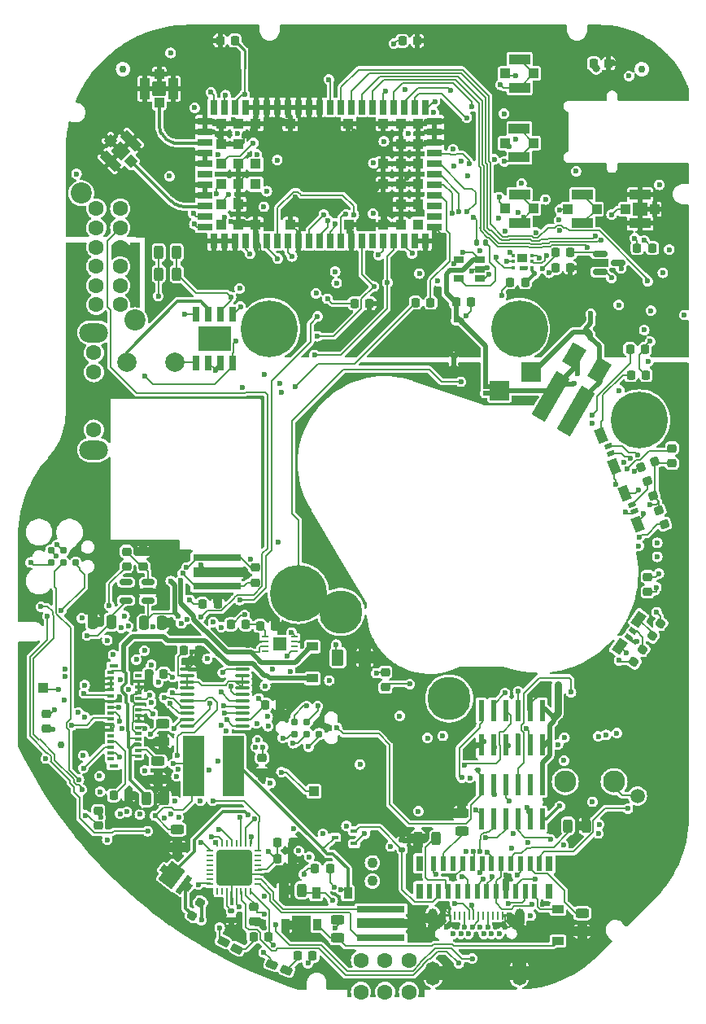
<source format=gbr>
G04 #@! TF.GenerationSoftware,KiCad,Pcbnew,8.0.8+dfsg-1*
G04 #@! TF.CreationDate,2025-03-16T16:58:15-04:00*
G04 #@! TF.ProjectId,RUST_Motherboard,52555354-5f4d-46f7-9468-6572626f6172,rev?*
G04 #@! TF.SameCoordinates,Original*
G04 #@! TF.FileFunction,Copper,L1,Top*
G04 #@! TF.FilePolarity,Positive*
%FSLAX46Y46*%
G04 Gerber Fmt 4.6, Leading zero omitted, Abs format (unit mm)*
G04 Created by KiCad (PCBNEW 8.0.8+dfsg-1) date 2025-03-16 16:58:15*
%MOMM*%
%LPD*%
G01*
G04 APERTURE LIST*
G04 Aperture macros list*
%AMRoundRect*
0 Rectangle with rounded corners*
0 $1 Rounding radius*
0 $2 $3 $4 $5 $6 $7 $8 $9 X,Y pos of 4 corners*
0 Add a 4 corners polygon primitive as box body*
4,1,4,$2,$3,$4,$5,$6,$7,$8,$9,$2,$3,0*
0 Add four circle primitives for the rounded corners*
1,1,$1+$1,$2,$3*
1,1,$1+$1,$4,$5*
1,1,$1+$1,$6,$7*
1,1,$1+$1,$8,$9*
0 Add four rect primitives between the rounded corners*
20,1,$1+$1,$2,$3,$4,$5,0*
20,1,$1+$1,$4,$5,$6,$7,0*
20,1,$1+$1,$6,$7,$8,$9,0*
20,1,$1+$1,$8,$9,$2,$3,0*%
%AMRotRect*
0 Rectangle, with rotation*
0 The origin of the aperture is its center*
0 $1 length*
0 $2 width*
0 $3 Rotation angle, in degrees counterclockwise*
0 Add horizontal line*
21,1,$1,$2,0,0,$3*%
G04 Aperture macros list end*
G04 #@! TA.AperFunction,EtchedComponent*
%ADD10C,0.000000*%
G04 #@! TD*
G04 #@! TA.AperFunction,EtchedComponent*
%ADD11C,0.010000*%
G04 #@! TD*
G04 #@! TA.AperFunction,SMDPad,CuDef*
%ADD12RoundRect,0.147500X0.172500X-0.147500X0.172500X0.147500X-0.172500X0.147500X-0.172500X-0.147500X0*%
G04 #@! TD*
G04 #@! TA.AperFunction,SMDPad,CuDef*
%ADD13RoundRect,0.225000X-0.225000X-0.250000X0.225000X-0.250000X0.225000X0.250000X-0.225000X0.250000X0*%
G04 #@! TD*
G04 #@! TA.AperFunction,SMDPad,CuDef*
%ADD14RoundRect,0.218750X-0.218750X-0.256250X0.218750X-0.256250X0.218750X0.256250X-0.218750X0.256250X0*%
G04 #@! TD*
G04 #@! TA.AperFunction,SMDPad,CuDef*
%ADD15R,0.600000X2.250000*%
G04 #@! TD*
G04 #@! TA.AperFunction,ComponentPad*
%ADD16C,2.300000*%
G04 #@! TD*
G04 #@! TA.AperFunction,SMDPad,CuDef*
%ADD17R,0.800000X1.600000*%
G04 #@! TD*
G04 #@! TA.AperFunction,SMDPad,CuDef*
%ADD18R,0.600000X1.600000*%
G04 #@! TD*
G04 #@! TA.AperFunction,SMDPad,CuDef*
%ADD19R,1.200000X0.900000*%
G04 #@! TD*
G04 #@! TA.AperFunction,SMDPad,CuDef*
%ADD20RoundRect,0.243750X-0.243750X-0.456250X0.243750X-0.456250X0.243750X0.456250X-0.243750X0.456250X0*%
G04 #@! TD*
G04 #@! TA.AperFunction,SMDPad,CuDef*
%ADD21RoundRect,0.243750X0.456250X-0.243750X0.456250X0.243750X-0.456250X0.243750X-0.456250X-0.243750X0*%
G04 #@! TD*
G04 #@! TA.AperFunction,SMDPad,CuDef*
%ADD22RoundRect,0.243750X0.243750X0.456250X-0.243750X0.456250X-0.243750X-0.456250X0.243750X-0.456250X0*%
G04 #@! TD*
G04 #@! TA.AperFunction,ComponentPad*
%ADD23C,1.600000*%
G04 #@! TD*
G04 #@! TA.AperFunction,SMDPad,CuDef*
%ADD24RoundRect,0.225000X0.225000X0.250000X-0.225000X0.250000X-0.225000X-0.250000X0.225000X-0.250000X0*%
G04 #@! TD*
G04 #@! TA.AperFunction,SMDPad,CuDef*
%ADD25C,0.750000*%
G04 #@! TD*
G04 #@! TA.AperFunction,SMDPad,CuDef*
%ADD26RoundRect,0.212500X-0.449585X-0.055039X0.297279X-0.341733X0.449585X0.055039X-0.297279X0.341733X0*%
G04 #@! TD*
G04 #@! TA.AperFunction,SMDPad,CuDef*
%ADD27RoundRect,0.218750X-0.256250X0.218750X-0.256250X-0.218750X0.256250X-0.218750X0.256250X0.218750X0*%
G04 #@! TD*
G04 #@! TA.AperFunction,SMDPad,CuDef*
%ADD28R,1.360000X1.460000*%
G04 #@! TD*
G04 #@! TA.AperFunction,SMDPad,CuDef*
%ADD29R,0.750000X0.280000*%
G04 #@! TD*
G04 #@! TA.AperFunction,SMDPad,CuDef*
%ADD30R,0.280000X0.890000*%
G04 #@! TD*
G04 #@! TA.AperFunction,ComponentPad*
%ADD31C,0.600000*%
G04 #@! TD*
G04 #@! TA.AperFunction,ComponentPad*
%ADD32O,1.000000X2.000000*%
G04 #@! TD*
G04 #@! TA.AperFunction,ComponentPad*
%ADD33O,1.500000X2.500000*%
G04 #@! TD*
G04 #@! TA.AperFunction,ComponentPad*
%ADD34C,1.100000*%
G04 #@! TD*
G04 #@! TA.AperFunction,SMDPad,CuDef*
%ADD35R,0.800000X1.500000*%
G04 #@! TD*
G04 #@! TA.AperFunction,SMDPad,CuDef*
%ADD36R,1.500000X0.800000*%
G04 #@! TD*
G04 #@! TA.AperFunction,SMDPad,CuDef*
%ADD37R,1.100000X1.100000*%
G04 #@! TD*
G04 #@! TA.AperFunction,SMDPad,CuDef*
%ADD38C,0.500000*%
G04 #@! TD*
G04 #@! TA.AperFunction,SMDPad,CuDef*
%ADD39RoundRect,0.218750X0.256250X-0.218750X0.256250X0.218750X-0.256250X0.218750X-0.256250X-0.218750X0*%
G04 #@! TD*
G04 #@! TA.AperFunction,SMDPad,CuDef*
%ADD40RoundRect,0.218750X-0.319536X0.106829X-0.155646X-0.298814X0.319536X-0.106829X0.155646X0.298814X0*%
G04 #@! TD*
G04 #@! TA.AperFunction,SMDPad,CuDef*
%ADD41RoundRect,0.218750X0.084438X-0.326168X0.335378X0.032211X-0.084438X0.326168X-0.335378X-0.032211X0*%
G04 #@! TD*
G04 #@! TA.AperFunction,SMDPad,CuDef*
%ADD42RoundRect,0.218750X-0.084438X0.326168X-0.335378X-0.032211X0.084438X-0.326168X0.335378X0.032211X0*%
G04 #@! TD*
G04 #@! TA.AperFunction,SMDPad,CuDef*
%ADD43RoundRect,0.218750X0.218750X0.256250X-0.218750X0.256250X-0.218750X-0.256250X0.218750X-0.256250X0*%
G04 #@! TD*
G04 #@! TA.AperFunction,SMDPad,CuDef*
%ADD44RoundRect,0.218750X0.319536X-0.106829X0.155646X0.298814X-0.319536X0.106829X-0.155646X-0.298814X0*%
G04 #@! TD*
G04 #@! TA.AperFunction,SMDPad,CuDef*
%ADD45RoundRect,0.147500X-0.147500X-0.172500X0.147500X-0.172500X0.147500X0.172500X-0.147500X0.172500X0*%
G04 #@! TD*
G04 #@! TA.AperFunction,SMDPad,CuDef*
%ADD46R,0.450000X0.400000*%
G04 #@! TD*
G04 #@! TA.AperFunction,SMDPad,CuDef*
%ADD47R,0.300000X0.400000*%
G04 #@! TD*
G04 #@! TA.AperFunction,SMDPad,CuDef*
%ADD48R,1.000000X0.950000*%
G04 #@! TD*
G04 #@! TA.AperFunction,SMDPad,CuDef*
%ADD49R,1.000000X1.000000*%
G04 #@! TD*
G04 #@! TA.AperFunction,SMDPad,CuDef*
%ADD50R,1.050000X2.200000*%
G04 #@! TD*
G04 #@! TA.AperFunction,SMDPad,CuDef*
%ADD51RotRect,1.000000X1.000000X45.000000*%
G04 #@! TD*
G04 #@! TA.AperFunction,SMDPad,CuDef*
%ADD52RotRect,1.050000X2.200000X45.000000*%
G04 #@! TD*
G04 #@! TA.AperFunction,SMDPad,CuDef*
%ADD53RoundRect,0.212500X-0.452942X0.000162X0.253416X-0.375415X0.452942X-0.000162X-0.253416X0.375415X0*%
G04 #@! TD*
G04 #@! TA.AperFunction,SMDPad,CuDef*
%ADD54R,5.000000X0.700000*%
G04 #@! TD*
G04 #@! TA.AperFunction,SMDPad,CuDef*
%ADD55R,5.000000X1.000000*%
G04 #@! TD*
G04 #@! TA.AperFunction,SMDPad,CuDef*
%ADD56C,0.787000*%
G04 #@! TD*
G04 #@! TA.AperFunction,SMDPad,CuDef*
%ADD57RoundRect,0.218750X-0.106829X-0.319536X0.298814X-0.155646X0.106829X0.319536X-0.298814X0.155646X0*%
G04 #@! TD*
G04 #@! TA.AperFunction,SMDPad,CuDef*
%ADD58C,1.500000*%
G04 #@! TD*
G04 #@! TA.AperFunction,SMDPad,CuDef*
%ADD59R,1.060000X0.650000*%
G04 #@! TD*
G04 #@! TA.AperFunction,SMDPad,CuDef*
%ADD60RoundRect,0.243750X-0.456250X0.243750X-0.456250X-0.243750X0.456250X-0.243750X0.456250X0.243750X0*%
G04 #@! TD*
G04 #@! TA.AperFunction,SMDPad,CuDef*
%ADD61R,0.700000X0.450000*%
G04 #@! TD*
G04 #@! TA.AperFunction,SMDPad,CuDef*
%ADD62R,2.200000X6.300000*%
G04 #@! TD*
G04 #@! TA.AperFunction,SMDPad,CuDef*
%ADD63R,2.200000X1.050000*%
G04 #@! TD*
G04 #@! TA.AperFunction,SMDPad,CuDef*
%ADD64RoundRect,0.218750X0.101392X-0.321302X0.333232X0.049719X-0.101392X0.321302X-0.333232X-0.049719X0*%
G04 #@! TD*
G04 #@! TA.AperFunction,SMDPad,CuDef*
%ADD65RotRect,0.800000X0.500000X53.000000*%
G04 #@! TD*
G04 #@! TA.AperFunction,SMDPad,CuDef*
%ADD66RotRect,2.400000X1.750000X53.000000*%
G04 #@! TD*
G04 #@! TA.AperFunction,SMDPad,CuDef*
%ADD67RotRect,2.150000X0.600000X53.000000*%
G04 #@! TD*
G04 #@! TA.AperFunction,SMDPad,CuDef*
%ADD68RoundRect,0.150000X-0.587500X-0.150000X0.587500X-0.150000X0.587500X0.150000X-0.587500X0.150000X0*%
G04 #@! TD*
G04 #@! TA.AperFunction,SMDPad,CuDef*
%ADD69R,0.950000X0.400000*%
G04 #@! TD*
G04 #@! TA.AperFunction,SMDPad,CuDef*
%ADD70R,0.800000X0.300000*%
G04 #@! TD*
G04 #@! TA.AperFunction,SMDPad,CuDef*
%ADD71R,0.650000X0.300000*%
G04 #@! TD*
G04 #@! TA.AperFunction,SMDPad,CuDef*
%ADD72RoundRect,0.250000X-0.375000X-0.625000X0.375000X-0.625000X0.375000X0.625000X-0.375000X0.625000X0*%
G04 #@! TD*
G04 #@! TA.AperFunction,SMDPad,CuDef*
%ADD73R,3.500000X2.610000*%
G04 #@! TD*
G04 #@! TA.AperFunction,SMDPad,CuDef*
%ADD74RoundRect,0.147500X-0.172500X0.147500X-0.172500X-0.147500X0.172500X-0.147500X0.172500X0.147500X0*%
G04 #@! TD*
G04 #@! TA.AperFunction,SMDPad,CuDef*
%ADD75RoundRect,0.225000X-0.250000X0.225000X-0.250000X-0.225000X0.250000X-0.225000X0.250000X0.225000X0*%
G04 #@! TD*
G04 #@! TA.AperFunction,SMDPad,CuDef*
%ADD76RotRect,1.600000X5.200000X330.000000*%
G04 #@! TD*
G04 #@! TA.AperFunction,SMDPad,CuDef*
%ADD77RotRect,1.600000X2.300000X330.000000*%
G04 #@! TD*
G04 #@! TA.AperFunction,SMDPad,CuDef*
%ADD78RoundRect,0.062500X0.312500X0.062500X-0.312500X0.062500X-0.312500X-0.062500X0.312500X-0.062500X0*%
G04 #@! TD*
G04 #@! TA.AperFunction,SMDPad,CuDef*
%ADD79RoundRect,0.062500X0.062500X0.312500X-0.062500X0.312500X-0.062500X-0.312500X0.062500X-0.312500X0*%
G04 #@! TD*
G04 #@! TA.AperFunction,SMDPad,CuDef*
%ADD80RoundRect,0.249999X1.575001X1.575001X-1.575001X1.575001X-1.575001X-1.575001X1.575001X-1.575001X0*%
G04 #@! TD*
G04 #@! TA.AperFunction,SMDPad,CuDef*
%ADD81RoundRect,0.250000X-0.250000X-0.475000X0.250000X-0.475000X0.250000X0.475000X-0.250000X0.475000X0*%
G04 #@! TD*
G04 #@! TA.AperFunction,SMDPad,CuDef*
%ADD82RoundRect,0.250000X0.250000X0.475000X-0.250000X0.475000X-0.250000X-0.475000X0.250000X-0.475000X0*%
G04 #@! TD*
G04 #@! TA.AperFunction,SMDPad,CuDef*
%ADD83RoundRect,0.150000X0.512500X0.150000X-0.512500X0.150000X-0.512500X-0.150000X0.512500X-0.150000X0*%
G04 #@! TD*
G04 #@! TA.AperFunction,SMDPad,CuDef*
%ADD84RoundRect,0.100000X0.637500X0.100000X-0.637500X0.100000X-0.637500X-0.100000X0.637500X-0.100000X0*%
G04 #@! TD*
G04 #@! TA.AperFunction,SMDPad,CuDef*
%ADD85RotRect,0.500000X0.800000X112.000000*%
G04 #@! TD*
G04 #@! TA.AperFunction,SMDPad,CuDef*
%ADD86RotRect,1.500000X1.000000X112.000000*%
G04 #@! TD*
G04 #@! TA.AperFunction,SMDPad,CuDef*
%ADD87R,0.900000X1.200000*%
G04 #@! TD*
G04 #@! TA.AperFunction,SMDPad,CuDef*
%ADD88R,2.000000X2.000000*%
G04 #@! TD*
G04 #@! TA.AperFunction,ComponentPad*
%ADD89C,2.000000*%
G04 #@! TD*
G04 #@! TA.AperFunction,SMDPad,CuDef*
%ADD90RotRect,0.500000X0.800000X55.000000*%
G04 #@! TD*
G04 #@! TA.AperFunction,SMDPad,CuDef*
%ADD91RotRect,1.500000X1.000000X55.000000*%
G04 #@! TD*
G04 #@! TA.AperFunction,ComponentPad*
%ADD92C,5.900000*%
G04 #@! TD*
G04 #@! TA.AperFunction,ComponentPad*
%ADD93O,3.000000X2.000000*%
G04 #@! TD*
G04 #@! TA.AperFunction,ComponentPad*
%ADD94C,2.200000*%
G04 #@! TD*
G04 #@! TA.AperFunction,ComponentPad*
%ADD95C,4.500000*%
G04 #@! TD*
G04 #@! TA.AperFunction,ViaPad*
%ADD96C,0.600000*%
G04 #@! TD*
G04 #@! TA.AperFunction,ViaPad*
%ADD97C,0.800000*%
G04 #@! TD*
G04 #@! TA.AperFunction,Conductor*
%ADD98C,0.200000*%
G04 #@! TD*
G04 #@! TA.AperFunction,Conductor*
%ADD99C,0.180000*%
G04 #@! TD*
G04 #@! TA.AperFunction,Conductor*
%ADD100C,0.350000*%
G04 #@! TD*
G04 #@! TA.AperFunction,Conductor*
%ADD101C,0.500000*%
G04 #@! TD*
G04 #@! TA.AperFunction,Conductor*
%ADD102C,0.250000*%
G04 #@! TD*
G04 #@! TA.AperFunction,Conductor*
%ADD103C,0.750000*%
G04 #@! TD*
G04 APERTURE END LIST*
D10*
G04 #@! TA.AperFunction,EtchedComponent*
G36*
X157400000Y-89850000D02*
G01*
X156900000Y-89850000D01*
X156900000Y-88850000D01*
X157400000Y-88850000D01*
X157400000Y-89850000D01*
G37*
G04 #@! TD.AperFunction*
D11*
X164722617Y-79497569D02*
X164725226Y-79497774D01*
X164727822Y-79498116D01*
X164730396Y-79498593D01*
X164732941Y-79499204D01*
X164735451Y-79499947D01*
X164737918Y-79500821D01*
X164740337Y-79501823D01*
X164742700Y-79502950D01*
X164745000Y-79504199D01*
X164747232Y-79505566D01*
X164749389Y-79507049D01*
X164751466Y-79508643D01*
X164753457Y-79510343D01*
X164755355Y-79512145D01*
X164757157Y-79514043D01*
X164758857Y-79516034D01*
X164760451Y-79518111D01*
X164761934Y-79520268D01*
X164763301Y-79522500D01*
X164764550Y-79524800D01*
X164765677Y-79527163D01*
X164766679Y-79529582D01*
X164767553Y-79532049D01*
X164768296Y-79534559D01*
X164768907Y-79537104D01*
X164769384Y-79539678D01*
X164769726Y-79542274D01*
X164769931Y-79544883D01*
X164770000Y-79547500D01*
X164770000Y-79747500D01*
X164769931Y-79750117D01*
X164769726Y-79752726D01*
X164769384Y-79755322D01*
X164768907Y-79757896D01*
X164768296Y-79760441D01*
X164767553Y-79762951D01*
X164766679Y-79765418D01*
X164765677Y-79767837D01*
X164764550Y-79770200D01*
X164763301Y-79772500D01*
X164761934Y-79774732D01*
X164760451Y-79776889D01*
X164758857Y-79778966D01*
X164757157Y-79780957D01*
X164755355Y-79782855D01*
X164753457Y-79784657D01*
X164751466Y-79786357D01*
X164749389Y-79787951D01*
X164747232Y-79789434D01*
X164745000Y-79790801D01*
X164742700Y-79792050D01*
X164740337Y-79793177D01*
X164737918Y-79794179D01*
X164735451Y-79795053D01*
X164732941Y-79795796D01*
X164730396Y-79796407D01*
X164727822Y-79796884D01*
X164725226Y-79797226D01*
X164722617Y-79797431D01*
X164720000Y-79797500D01*
X164070000Y-79797500D01*
X164067383Y-79797431D01*
X164064774Y-79797226D01*
X164062178Y-79796884D01*
X164059604Y-79796407D01*
X164057059Y-79795796D01*
X164054549Y-79795053D01*
X164052082Y-79794179D01*
X164049663Y-79793177D01*
X164047300Y-79792050D01*
X164045000Y-79790801D01*
X164042768Y-79789434D01*
X164040611Y-79787951D01*
X164038534Y-79786357D01*
X164036543Y-79784657D01*
X164034645Y-79782855D01*
X164032843Y-79780957D01*
X164031143Y-79778966D01*
X164029549Y-79776889D01*
X164028066Y-79774732D01*
X164026699Y-79772500D01*
X164025450Y-79770200D01*
X164024323Y-79767837D01*
X164023321Y-79765418D01*
X164022447Y-79762951D01*
X164021704Y-79760441D01*
X164021093Y-79757896D01*
X164020616Y-79755322D01*
X164020274Y-79752726D01*
X164020069Y-79750117D01*
X164020000Y-79747500D01*
X164020000Y-79547500D01*
X164020069Y-79544883D01*
X164020274Y-79542274D01*
X164020616Y-79539678D01*
X164021093Y-79537104D01*
X164021704Y-79534559D01*
X164022447Y-79532049D01*
X164023321Y-79529582D01*
X164024323Y-79527163D01*
X164025450Y-79524800D01*
X164026699Y-79522500D01*
X164028066Y-79520268D01*
X164029549Y-79518111D01*
X164031143Y-79516034D01*
X164032843Y-79514043D01*
X164034645Y-79512145D01*
X164036543Y-79510343D01*
X164038534Y-79508643D01*
X164040611Y-79507049D01*
X164042768Y-79505566D01*
X164045000Y-79504199D01*
X164047300Y-79502950D01*
X164049663Y-79501823D01*
X164052082Y-79500821D01*
X164054549Y-79499947D01*
X164057059Y-79499204D01*
X164059604Y-79498593D01*
X164062178Y-79498116D01*
X164064774Y-79497774D01*
X164067383Y-79497569D01*
X164070000Y-79497500D01*
X164720000Y-79497500D01*
X164722617Y-79497569D01*
G04 #@! TA.AperFunction,EtchedComponent*
G36*
X164722617Y-79497569D02*
G01*
X164725226Y-79497774D01*
X164727822Y-79498116D01*
X164730396Y-79498593D01*
X164732941Y-79499204D01*
X164735451Y-79499947D01*
X164737918Y-79500821D01*
X164740337Y-79501823D01*
X164742700Y-79502950D01*
X164745000Y-79504199D01*
X164747232Y-79505566D01*
X164749389Y-79507049D01*
X164751466Y-79508643D01*
X164753457Y-79510343D01*
X164755355Y-79512145D01*
X164757157Y-79514043D01*
X164758857Y-79516034D01*
X164760451Y-79518111D01*
X164761934Y-79520268D01*
X164763301Y-79522500D01*
X164764550Y-79524800D01*
X164765677Y-79527163D01*
X164766679Y-79529582D01*
X164767553Y-79532049D01*
X164768296Y-79534559D01*
X164768907Y-79537104D01*
X164769384Y-79539678D01*
X164769726Y-79542274D01*
X164769931Y-79544883D01*
X164770000Y-79547500D01*
X164770000Y-79747500D01*
X164769931Y-79750117D01*
X164769726Y-79752726D01*
X164769384Y-79755322D01*
X164768907Y-79757896D01*
X164768296Y-79760441D01*
X164767553Y-79762951D01*
X164766679Y-79765418D01*
X164765677Y-79767837D01*
X164764550Y-79770200D01*
X164763301Y-79772500D01*
X164761934Y-79774732D01*
X164760451Y-79776889D01*
X164758857Y-79778966D01*
X164757157Y-79780957D01*
X164755355Y-79782855D01*
X164753457Y-79784657D01*
X164751466Y-79786357D01*
X164749389Y-79787951D01*
X164747232Y-79789434D01*
X164745000Y-79790801D01*
X164742700Y-79792050D01*
X164740337Y-79793177D01*
X164737918Y-79794179D01*
X164735451Y-79795053D01*
X164732941Y-79795796D01*
X164730396Y-79796407D01*
X164727822Y-79796884D01*
X164725226Y-79797226D01*
X164722617Y-79797431D01*
X164720000Y-79797500D01*
X164070000Y-79797500D01*
X164067383Y-79797431D01*
X164064774Y-79797226D01*
X164062178Y-79796884D01*
X164059604Y-79796407D01*
X164057059Y-79795796D01*
X164054549Y-79795053D01*
X164052082Y-79794179D01*
X164049663Y-79793177D01*
X164047300Y-79792050D01*
X164045000Y-79790801D01*
X164042768Y-79789434D01*
X164040611Y-79787951D01*
X164038534Y-79786357D01*
X164036543Y-79784657D01*
X164034645Y-79782855D01*
X164032843Y-79780957D01*
X164031143Y-79778966D01*
X164029549Y-79776889D01*
X164028066Y-79774732D01*
X164026699Y-79772500D01*
X164025450Y-79770200D01*
X164024323Y-79767837D01*
X164023321Y-79765418D01*
X164022447Y-79762951D01*
X164021704Y-79760441D01*
X164021093Y-79757896D01*
X164020616Y-79755322D01*
X164020274Y-79752726D01*
X164020069Y-79750117D01*
X164020000Y-79747500D01*
X164020000Y-79547500D01*
X164020069Y-79544883D01*
X164020274Y-79542274D01*
X164020616Y-79539678D01*
X164021093Y-79537104D01*
X164021704Y-79534559D01*
X164022447Y-79532049D01*
X164023321Y-79529582D01*
X164024323Y-79527163D01*
X164025450Y-79524800D01*
X164026699Y-79522500D01*
X164028066Y-79520268D01*
X164029549Y-79518111D01*
X164031143Y-79516034D01*
X164032843Y-79514043D01*
X164034645Y-79512145D01*
X164036543Y-79510343D01*
X164038534Y-79508643D01*
X164040611Y-79507049D01*
X164042768Y-79505566D01*
X164045000Y-79504199D01*
X164047300Y-79502950D01*
X164049663Y-79501823D01*
X164052082Y-79500821D01*
X164054549Y-79499947D01*
X164057059Y-79499204D01*
X164059604Y-79498593D01*
X164062178Y-79498116D01*
X164064774Y-79497774D01*
X164067383Y-79497569D01*
X164070000Y-79497500D01*
X164720000Y-79497500D01*
X164722617Y-79497569D01*
G37*
G04 #@! TD.AperFunction*
D12*
X151800000Y-140185000D03*
X151800000Y-139215000D03*
D13*
X146850000Y-83350000D03*
X148400000Y-83350000D03*
D14*
X167732500Y-79660000D03*
X169307500Y-79660000D03*
D13*
X171740000Y-58400000D03*
X173290000Y-58400000D03*
D14*
X151802500Y-56040000D03*
X153377500Y-56040000D03*
D15*
X160025000Y-137000000D03*
X160025000Y-133400000D03*
X161300000Y-137000000D03*
X161295000Y-133400000D03*
X162565000Y-137000000D03*
X162565000Y-133400000D03*
X163835000Y-137000000D03*
X163835000Y-133400000D03*
X165105000Y-137000000D03*
X165105000Y-133400000D03*
X166375000Y-137000000D03*
X166375000Y-133400000D03*
D16*
X178930000Y-133100000D03*
X173850000Y-133100000D03*
X168770000Y-133100000D03*
D17*
X167100000Y-144500000D03*
X167100000Y-141600000D03*
X153600000Y-144500000D03*
X153600000Y-141600000D03*
D18*
X154600000Y-144500000D03*
X155100000Y-141600000D03*
X155600000Y-144500000D03*
X156100000Y-141600000D03*
X156600000Y-144500000D03*
X157100000Y-141600000D03*
X157600000Y-144500000D03*
X158100000Y-141600000D03*
X158600000Y-144500000D03*
X159100000Y-141600000D03*
X159600000Y-144500000D03*
X160100000Y-141600000D03*
X160600000Y-144500000D03*
X161100000Y-141600000D03*
X161600000Y-144500000D03*
X162100000Y-141600000D03*
X162600000Y-144500000D03*
X163100000Y-141600000D03*
X163600000Y-144500000D03*
X164100000Y-141600000D03*
X164600000Y-144500000D03*
X165100000Y-141600000D03*
X165600000Y-144500000D03*
X166100000Y-141600000D03*
D19*
X168000000Y-149670000D03*
X168000000Y-146370000D03*
D20*
X169062500Y-137700000D03*
X170937500Y-137700000D03*
D21*
X158000000Y-138237500D03*
X158000000Y-136362500D03*
D22*
X155337500Y-139020000D03*
X153462500Y-139020000D03*
D20*
X139462500Y-144400000D03*
X141337500Y-144400000D03*
D21*
X128400000Y-139937500D03*
X128400000Y-138062500D03*
D23*
X147510000Y-154972500D03*
X150010000Y-154972500D03*
X152510000Y-154972500D03*
X147510000Y-151672500D03*
X150010000Y-151672500D03*
X152510000Y-151672500D03*
D24*
X134390000Y-56000000D03*
X132840000Y-56000000D03*
D14*
X131012500Y-114600000D03*
X132587500Y-114600000D03*
D25*
X122750000Y-59000000D03*
D26*
X138241466Y-152108826D03*
X139758534Y-152691174D03*
D27*
X137200000Y-130612500D03*
X137200000Y-132187500D03*
D28*
X139060000Y-118800000D03*
D29*
X137560000Y-118050000D03*
X137560000Y-118550000D03*
X137560000Y-119050000D03*
X137560000Y-119550000D03*
X140560000Y-119550000D03*
X140560000Y-119050000D03*
X140560000Y-118550000D03*
X140560000Y-118050000D03*
D19*
X142450000Y-122350000D03*
X142450000Y-119050000D03*
D30*
X156750000Y-147025000D03*
X157250000Y-147025000D03*
X157750000Y-147025000D03*
X158250000Y-147025000D03*
X158750000Y-147025000D03*
X159250000Y-147025000D03*
X159750000Y-147025000D03*
X160250000Y-147025000D03*
X160750000Y-147025000D03*
X161250000Y-147025000D03*
X161750000Y-147025000D03*
X162250000Y-147025000D03*
D31*
X162550000Y-148230000D03*
X161900000Y-148930000D03*
X161100000Y-148930000D03*
X160700000Y-148230000D03*
X160300000Y-148930000D03*
X159900000Y-148230000D03*
X159100000Y-148230000D03*
X158700000Y-148930000D03*
X158300000Y-148230000D03*
X157900000Y-148930000D03*
X157100000Y-148930000D03*
X156450000Y-148230000D03*
D32*
X155000000Y-147280000D03*
D33*
X155000000Y-153030000D03*
D34*
X155450000Y-147830000D03*
X163550000Y-147830000D03*
D32*
X164000000Y-147280000D03*
D33*
X164000000Y-153030000D03*
D35*
X132200000Y-76850000D03*
X133300000Y-76850000D03*
X134400000Y-76850000D03*
X135500000Y-76850000D03*
X136600000Y-76850000D03*
X137700000Y-76850000D03*
X138800000Y-76850000D03*
X139900000Y-76850000D03*
X141000000Y-76850000D03*
X142100000Y-76850000D03*
X143200000Y-76850000D03*
X144300000Y-76850000D03*
X145400000Y-76850000D03*
X146500000Y-76850000D03*
X147600000Y-76850000D03*
X148700000Y-76850000D03*
X149800000Y-76850000D03*
X150900000Y-76850000D03*
X152000000Y-76850000D03*
X153100000Y-76850000D03*
X154200000Y-76850000D03*
D36*
X155150000Y-75400000D03*
X155150000Y-74300000D03*
X155150000Y-73200000D03*
X155150000Y-72100000D03*
X155150000Y-71000000D03*
X155150000Y-69900000D03*
X155150000Y-68800000D03*
X155150000Y-67700000D03*
X155150000Y-66600000D03*
X155150000Y-65500000D03*
X155150000Y-64400000D03*
D35*
X154200000Y-62950000D03*
X153100000Y-62950000D03*
X152000000Y-62950000D03*
X150900000Y-62950000D03*
X149800000Y-62950000D03*
X148700000Y-62950000D03*
X147600000Y-62950000D03*
X146500000Y-62950000D03*
X145400000Y-62950000D03*
X144300000Y-62950000D03*
X143200000Y-62950000D03*
X142100000Y-62950000D03*
X141000000Y-62950000D03*
X139900000Y-62950000D03*
X138800000Y-62950000D03*
X137700000Y-62950000D03*
X136600000Y-62950000D03*
X135500000Y-62950000D03*
X134400000Y-62950000D03*
X133300000Y-62950000D03*
X132200000Y-62950000D03*
D36*
X131250000Y-64400000D03*
X131250000Y-65500000D03*
X131250000Y-66600000D03*
X131250000Y-67700000D03*
X131250000Y-68800000D03*
X131250000Y-69900000D03*
X131250000Y-71000000D03*
X131250000Y-72100000D03*
X131250000Y-73200000D03*
X131250000Y-74300000D03*
X131250000Y-75400000D03*
D37*
X132950000Y-75150000D03*
X132950000Y-73050000D03*
X132950000Y-70950000D03*
X132950000Y-68850000D03*
X132950000Y-66750000D03*
X132950000Y-64650000D03*
X134750000Y-75150000D03*
X134750000Y-73050000D03*
X134750000Y-70950000D03*
X134750000Y-68850000D03*
X134750000Y-66750000D03*
X134750000Y-64650000D03*
X136550000Y-75150000D03*
X136550000Y-64650000D03*
X140200000Y-75150000D03*
X140150000Y-64650000D03*
X146250000Y-75150000D03*
X146200000Y-64650000D03*
X149850000Y-75150000D03*
X149850000Y-64650000D03*
X151650000Y-75150000D03*
X151650000Y-73050000D03*
X151650000Y-70950000D03*
X151650000Y-68850000D03*
X151650000Y-66750000D03*
X151650000Y-64650000D03*
X153450000Y-75150000D03*
X153450000Y-73050000D03*
X153450000Y-70950000D03*
X153450000Y-68850000D03*
X153450000Y-66750000D03*
X153450000Y-64650000D03*
X136550000Y-70950000D03*
X136550000Y-68850000D03*
X149850000Y-70950000D03*
X149850000Y-68850000D03*
D38*
X157150000Y-89850000D03*
X157150000Y-88850000D03*
D27*
X179900000Y-98412500D03*
X179900000Y-99987500D03*
D39*
X177350000Y-113362500D03*
X177350000Y-111787500D03*
D40*
X177304997Y-101869843D03*
X177895003Y-103330157D03*
D41*
X177798309Y-117945082D03*
X178701691Y-116654918D03*
D42*
X176826691Y-119354918D03*
X175923309Y-120645082D03*
D43*
X177845000Y-77610000D03*
X176270000Y-77610000D03*
D44*
X179120003Y-106330157D03*
X178529997Y-104869843D03*
D43*
X154762500Y-83275000D03*
X153187500Y-83275000D03*
D14*
X137012500Y-116900000D03*
X138587500Y-116900000D03*
X133952500Y-116740000D03*
X135527500Y-116740000D03*
D45*
X159515000Y-77070000D03*
X160485000Y-77070000D03*
D43*
X137887500Y-149250000D03*
X136312500Y-149250000D03*
X142487500Y-151200000D03*
X140912500Y-151200000D03*
D27*
X136500000Y-110812500D03*
X136500000Y-112387500D03*
D46*
X163325000Y-78347500D03*
X163325000Y-78997500D03*
X163325000Y-79647500D03*
X165275000Y-79647500D03*
X165275000Y-78997500D03*
X165275000Y-78347500D03*
D47*
X164395000Y-79647500D03*
D48*
X164300000Y-78672500D03*
D49*
X126500000Y-62500000D03*
D50*
X125025000Y-61000000D03*
X127975000Y-61000000D03*
D49*
X126500000Y-59500000D03*
D51*
X123560660Y-68560660D03*
D52*
X121457017Y-68542983D03*
X123542983Y-66457017D03*
D51*
X121439340Y-66439340D03*
D53*
X133178959Y-149718554D03*
X134613749Y-150481446D03*
D54*
X132500000Y-112800000D03*
D55*
X132500000Y-111300000D03*
D54*
X132500000Y-109800000D03*
D25*
X176750000Y-59000000D03*
D49*
X114450000Y-123350000D03*
D56*
X115270000Y-110335000D03*
X115270000Y-109065000D03*
X116540000Y-110335000D03*
X116540000Y-109065000D03*
X117810000Y-110335000D03*
X117810000Y-109065000D03*
D21*
X145100000Y-149377500D03*
X145100000Y-147502500D03*
D14*
X175612500Y-90800000D03*
X177187500Y-90800000D03*
D57*
X176669843Y-100395003D03*
X178130157Y-99804997D03*
D49*
X142600000Y-134100000D03*
D58*
X176300000Y-134600000D03*
D14*
X163012500Y-81150000D03*
X164587500Y-81150000D03*
D43*
X158975000Y-83250000D03*
X157400000Y-83250000D03*
D59*
X159875000Y-80750000D03*
X159875000Y-79800000D03*
X159875000Y-78850000D03*
X157675000Y-78850000D03*
X157675000Y-80750000D03*
D43*
X169327500Y-78040000D03*
X167752500Y-78040000D03*
D25*
X116250000Y-129250000D03*
D60*
X170550000Y-146782500D03*
X170550000Y-148657500D03*
D61*
X146800000Y-139550000D03*
X146800000Y-138250000D03*
X144800000Y-138900000D03*
D62*
X130100000Y-131500000D03*
X134200000Y-131500000D03*
D49*
X162510000Y-59440000D03*
D63*
X164010000Y-57965000D03*
X164010000Y-60915000D03*
D49*
X165510000Y-59440000D03*
X162490000Y-66680000D03*
D63*
X163990000Y-65205000D03*
X163990000Y-68155000D03*
D49*
X165490000Y-66680000D03*
X169040000Y-73530000D03*
D63*
X170540000Y-72055000D03*
X170540000Y-75005000D03*
D49*
X172040000Y-73530000D03*
D22*
X128337500Y-80300000D03*
X126462500Y-80300000D03*
D64*
X129956618Y-147038913D03*
X130791240Y-145703237D03*
D49*
X162500000Y-73500000D03*
D63*
X164000000Y-72025000D03*
X164000000Y-74975000D03*
D49*
X165500000Y-73500000D03*
D65*
X126931535Y-142152959D03*
D66*
X127830000Y-142830000D03*
D67*
X129107817Y-143792905D03*
D65*
X129547067Y-144123903D03*
D68*
X172382500Y-78180000D03*
X172382500Y-80080000D03*
X174257500Y-79130000D03*
D60*
X126900000Y-127062500D03*
X126900000Y-128937500D03*
X126400000Y-131000000D03*
X126400000Y-132875000D03*
D20*
X125162500Y-134850000D03*
X127037500Y-134850000D03*
D69*
X121762500Y-131450000D03*
X121762500Y-121050000D03*
D70*
X121487500Y-130750000D03*
D71*
X124362500Y-130450000D03*
D70*
X121487500Y-130150000D03*
D71*
X124362500Y-129850000D03*
D70*
X121487500Y-129550000D03*
D71*
X124362500Y-129250000D03*
D70*
X121487500Y-128950000D03*
D71*
X124362500Y-128650000D03*
D70*
X121487500Y-128350000D03*
D71*
X124362500Y-128050000D03*
D70*
X121487500Y-127750000D03*
D71*
X124362500Y-127450000D03*
D70*
X121487500Y-127150000D03*
D71*
X124362500Y-126850000D03*
D70*
X121487500Y-126550000D03*
D71*
X124362500Y-126250000D03*
D70*
X121487500Y-125950000D03*
D71*
X124362500Y-125650000D03*
D70*
X121487500Y-125350000D03*
D71*
X124362500Y-125050000D03*
D70*
X121487500Y-124750000D03*
D71*
X124362500Y-124450000D03*
D70*
X121487500Y-124150000D03*
D71*
X124362500Y-123850000D03*
D70*
X121487500Y-123550000D03*
D71*
X124362500Y-123250000D03*
D70*
X121487500Y-122950000D03*
D71*
X124362500Y-122650000D03*
D70*
X121487500Y-122350000D03*
D71*
X124362500Y-122050000D03*
D70*
X121487500Y-121750000D03*
D14*
X121762500Y-134550000D03*
X123337500Y-134550000D03*
D72*
X145100000Y-120200000D03*
X147900000Y-120200000D03*
D15*
X160025000Y-129300000D03*
X160025000Y-125700000D03*
X161300000Y-129300000D03*
X161295000Y-125700000D03*
X162565000Y-129300000D03*
X162565000Y-125700000D03*
X163835000Y-129300000D03*
X163835000Y-125700000D03*
X165105000Y-129300000D03*
X165105000Y-125700000D03*
X166375000Y-129300000D03*
X166375000Y-125700000D03*
D35*
X130345000Y-89540000D03*
X131615000Y-89540000D03*
X132885000Y-89540000D03*
X134155000Y-89540000D03*
X134155000Y-84460000D03*
X132885000Y-84460000D03*
X131615000Y-84460000D03*
X130345000Y-84460000D03*
D73*
X132250000Y-87000000D03*
D20*
X126462500Y-78050000D03*
X128337500Y-78050000D03*
D39*
X150050000Y-123287500D03*
X150050000Y-121712500D03*
D27*
X120150000Y-136112500D03*
X120150000Y-137687500D03*
D74*
X134000000Y-146515000D03*
X134000000Y-147485000D03*
D75*
X136350000Y-146125000D03*
X136350000Y-147675000D03*
D13*
X138825000Y-139400000D03*
X140375000Y-139400000D03*
X138825000Y-141100000D03*
X140375000Y-141100000D03*
D56*
X140602000Y-128143000D03*
X140602000Y-126873000D03*
X141872000Y-128143000D03*
X141872000Y-126873000D03*
X143142000Y-128143000D03*
X143142000Y-126873000D03*
D14*
X142712500Y-142100000D03*
X144287500Y-142100000D03*
D54*
X149600000Y-149350000D03*
D55*
X149600000Y-147850000D03*
D54*
X149600000Y-146350000D03*
D76*
X169892339Y-94532884D03*
D77*
X172342339Y-90289359D03*
D76*
X167294263Y-93032884D03*
D77*
X169744263Y-88789359D03*
D78*
X136755000Y-143770000D03*
X136755000Y-143270000D03*
X136755000Y-142770000D03*
X136755000Y-142270000D03*
X136755000Y-141770000D03*
X136755000Y-141270000D03*
X136755000Y-140770000D03*
X136755000Y-140270000D03*
D79*
X136030000Y-139545000D03*
X135530000Y-139545000D03*
X135030000Y-139545000D03*
X134530000Y-139545000D03*
X134030000Y-139545000D03*
X133530000Y-139545000D03*
X133030000Y-139545000D03*
X132530000Y-139545000D03*
D78*
X131805000Y-140270000D03*
X131805000Y-140770000D03*
X131805000Y-141270000D03*
X131805000Y-141770000D03*
X131805000Y-142270000D03*
X131805000Y-142770000D03*
X131805000Y-143270000D03*
X131805000Y-143770000D03*
D79*
X132530000Y-144495000D03*
X133030000Y-144495000D03*
X133530000Y-144495000D03*
X134030000Y-144495000D03*
X134530000Y-144495000D03*
X135030000Y-144495000D03*
X135530000Y-144495000D03*
X136030000Y-144495000D03*
D80*
X134280000Y-142020000D03*
D14*
X129062500Y-119450000D03*
X130637500Y-119450000D03*
D27*
X124850000Y-109162500D03*
X124850000Y-110737500D03*
D81*
X124900000Y-116600000D03*
X126800000Y-116600000D03*
D82*
X121500000Y-116500000D03*
X119600000Y-116500000D03*
D27*
X123100000Y-109162500D03*
X123100000Y-110737500D03*
D83*
X125337500Y-114250000D03*
X125337500Y-113300000D03*
X125337500Y-112350000D03*
X123062500Y-112350000D03*
X123062500Y-114250000D03*
D14*
X175512500Y-88100000D03*
X177087500Y-88100000D03*
D27*
X114750000Y-126012500D03*
X114750000Y-127587500D03*
D84*
X135172500Y-127285000D03*
X135172500Y-126635000D03*
X135172500Y-125985000D03*
X135172500Y-125335000D03*
X135172500Y-124685000D03*
X135172500Y-124035000D03*
X135172500Y-123385000D03*
X135172500Y-122735000D03*
X135172500Y-122085000D03*
X135172500Y-121435000D03*
X129447500Y-121435000D03*
X129447500Y-122085000D03*
X129447500Y-122735000D03*
X129447500Y-123385000D03*
X129447500Y-124035000D03*
X129447500Y-124685000D03*
X129447500Y-125335000D03*
X129447500Y-125985000D03*
X129447500Y-126635000D03*
X129447500Y-127285000D03*
D85*
X173250157Y-98229126D03*
X173549843Y-98970874D03*
D86*
X172531186Y-97063588D03*
X173842309Y-100308731D03*
D87*
X139650000Y-148000000D03*
X142950000Y-148000000D03*
D88*
X165250000Y-90500000D03*
D87*
X142850000Y-144700000D03*
X146150000Y-144700000D03*
D85*
X175685385Y-104267967D03*
X175985071Y-105009715D03*
D86*
X174966414Y-103102429D03*
X176277537Y-106347572D03*
D89*
X128100000Y-89460000D03*
X123100000Y-89460000D03*
D90*
X175839077Y-117437778D03*
X175380215Y-118093100D03*
D91*
X176425000Y-116200000D03*
X174417481Y-119067032D03*
D13*
X137545000Y-125100000D03*
X139095000Y-125100000D03*
D88*
X161940000Y-92420000D03*
D24*
X126975000Y-121900000D03*
X125425000Y-121900000D03*
D49*
X175050000Y-73550000D03*
D63*
X176550000Y-72075000D03*
X176550000Y-75025000D03*
D49*
X178050000Y-73550000D03*
D92*
X176500000Y-95500000D03*
X164000000Y-86000000D03*
X141000000Y-113500000D03*
X138000000Y-86000000D03*
D34*
X148700000Y-141550000D03*
X148700000Y-143450000D03*
D93*
X119700000Y-98600000D03*
X119700000Y-86400000D03*
D23*
X119700000Y-96500000D03*
X119700000Y-92500000D03*
X119700000Y-90500000D03*
X119700000Y-88500000D03*
D94*
X118400000Y-71900000D03*
X124000000Y-85100000D03*
D23*
X119950000Y-73500000D03*
X119950000Y-75500000D03*
X119950000Y-77500000D03*
X119950000Y-79500000D03*
X119950000Y-81500000D03*
X119950000Y-83500000D03*
X122450000Y-73500000D03*
X122450000Y-75500000D03*
X122450000Y-77500000D03*
X122450000Y-79500000D03*
X122450000Y-81500000D03*
X122450000Y-83500000D03*
D95*
X156700000Y-124450000D03*
X156700000Y-124450000D03*
X145400000Y-115450000D03*
X145400000Y-115450000D03*
D96*
X118800000Y-136600000D03*
X116300000Y-115300000D03*
X114700000Y-130700000D03*
X181179011Y-84552065D03*
X160350000Y-128950000D03*
X117813864Y-128068089D03*
X126761642Y-120124531D03*
X160682080Y-79618887D03*
X165591939Y-80264500D03*
X140100000Y-123190500D03*
X127270000Y-129690000D03*
X146550612Y-121251713D03*
X144300000Y-125450000D03*
X169282949Y-145374500D03*
X138616501Y-132550022D03*
X166424001Y-145825000D03*
X124800000Y-143300000D03*
X139060000Y-117610000D03*
X135725500Y-118950000D03*
X157400000Y-90300000D03*
X157194989Y-69043714D03*
X163650000Y-66250000D03*
X127574936Y-70119523D03*
X140900000Y-147900000D03*
X158200000Y-134860000D03*
X134000000Y-143000000D03*
X158330000Y-130650000D03*
X142122279Y-132900000D03*
X122340250Y-124308774D03*
X158477511Y-84630652D03*
X118745693Y-124656497D03*
X127700003Y-57299997D03*
X130874260Y-110599502D03*
X159250000Y-74425000D03*
X133150000Y-113675000D03*
X128400002Y-110400001D03*
X159030111Y-79980111D03*
X126403025Y-82596975D03*
X118650000Y-114800000D03*
X173587195Y-80693617D03*
X129150000Y-84500000D03*
X119350000Y-111810000D03*
X166851029Y-123282469D03*
X118641966Y-129152356D03*
X144716820Y-123141028D03*
X117275000Y-109600000D03*
X124973324Y-120599000D03*
X162625000Y-142850000D03*
X136849500Y-122600500D03*
X157200000Y-143000000D03*
X156100000Y-146100000D03*
X137450010Y-148300000D03*
X127200000Y-112850000D03*
X159499020Y-136050000D03*
X128400000Y-110400000D03*
X181122243Y-91014065D03*
X129895340Y-136921118D03*
X129949500Y-119650000D03*
X125643008Y-121849880D03*
X179600000Y-77750000D03*
X132400000Y-111400500D03*
X137296779Y-129505989D03*
X159050000Y-145950000D03*
X171425000Y-86900000D03*
X159850000Y-77850000D03*
X165700000Y-75975000D03*
X171437642Y-84437376D03*
X144800000Y-148350000D03*
X145428351Y-144368734D03*
X163360000Y-138540000D03*
X118457058Y-133914514D03*
X113122343Y-110293032D03*
X146000000Y-137700000D03*
X162824399Y-129372918D03*
X114200000Y-114899996D03*
X124500000Y-136500000D03*
X123350500Y-123550000D03*
X158833958Y-132710879D03*
X115860000Y-108460000D03*
X143537863Y-138520999D03*
X125307886Y-138244710D03*
X127890000Y-123860000D03*
X162500000Y-123875000D03*
X114883338Y-115897623D03*
X147400000Y-131300000D03*
X118150000Y-132900000D03*
X128400000Y-130400000D03*
X158284154Y-131398099D03*
X129357430Y-110803789D03*
X115600000Y-125600000D03*
X155521196Y-81050500D03*
D97*
X172000000Y-58900500D03*
D96*
X158016468Y-132670500D03*
X168650000Y-130900500D03*
X129700000Y-114200000D03*
X144750000Y-144050000D03*
X167100000Y-80175989D03*
X128450000Y-115850000D03*
X177600500Y-104256581D03*
X174378862Y-120493677D03*
X118450000Y-116100000D03*
X177600000Y-87300000D03*
X150930000Y-56350000D03*
X127705378Y-112244622D03*
X144917713Y-118850011D03*
X134881641Y-81803134D03*
X178525000Y-111450000D03*
X142000000Y-152000000D03*
X161445041Y-129517929D03*
X135400000Y-61600000D03*
X152590000Y-122950000D03*
X141850000Y-125239500D03*
X178350500Y-108263411D03*
X128470084Y-131820051D03*
X133400000Y-61700000D03*
X115754055Y-109644213D03*
X140155200Y-121634800D03*
X127904763Y-122229298D03*
X178272695Y-115475989D03*
X131900000Y-61400000D03*
X138081782Y-133256773D03*
X139780000Y-120010000D03*
X130900000Y-147500000D03*
X138400000Y-150100000D03*
X118598468Y-130376300D03*
X164225000Y-70875000D03*
X137894061Y-140318967D03*
X128020000Y-127540000D03*
X144013452Y-82866548D03*
X137450010Y-146885986D03*
X165169554Y-147042081D03*
X162149044Y-82563288D03*
X159920751Y-140340978D03*
X163850000Y-73925000D03*
X157198812Y-79249130D03*
X145000000Y-127500000D03*
X136850000Y-124450000D03*
X127979037Y-131253812D03*
X168022838Y-129235339D03*
X164850012Y-139430015D03*
X159721655Y-131905457D03*
X151546582Y-126271498D03*
X124987893Y-127564330D03*
X165325000Y-145900000D03*
X126066488Y-136643599D03*
X119000000Y-117900000D03*
X122600989Y-127600000D03*
X117425999Y-127226919D03*
X132338159Y-90324500D03*
X135403513Y-115739500D03*
X133992878Y-82707122D03*
X136000000Y-109949500D03*
X132619368Y-119759332D03*
X148550000Y-70000000D03*
X129800000Y-78000000D03*
X127300000Y-64100000D03*
X129200000Y-60600000D03*
X152248765Y-70308265D03*
X126750000Y-70400000D03*
X127000000Y-67100002D03*
X119600000Y-67900000D03*
X125300000Y-67150000D03*
X139400000Y-64300000D03*
X149170000Y-80210000D03*
X125300000Y-68250000D03*
X157800000Y-88500000D03*
X179300000Y-59900000D03*
X123900000Y-63700000D03*
X122850000Y-64550000D03*
X129100000Y-62450000D03*
X119900000Y-68750000D03*
X156380000Y-63880000D03*
X129500000Y-72500000D03*
X153900000Y-73849989D03*
X127300000Y-71150000D03*
X141731444Y-71501444D03*
X119850000Y-66200000D03*
X125500000Y-71800000D03*
X123700000Y-62250000D03*
X132500000Y-64500000D03*
X125150000Y-66200000D03*
X123550000Y-60300000D03*
X123350000Y-70100000D03*
X122000000Y-64650000D03*
X124800000Y-64000000D03*
X146800000Y-65400000D03*
X126349997Y-66649997D03*
X127800000Y-65600000D03*
X125700000Y-65200000D03*
X135890599Y-67864015D03*
X127900000Y-71950000D03*
X124900000Y-57850000D03*
X126250000Y-69750000D03*
X128100000Y-64100000D03*
X141406185Y-78418322D03*
X122400000Y-70350000D03*
X119800000Y-67050000D03*
X129092582Y-59600011D03*
X129200000Y-61550000D03*
X132500000Y-65750000D03*
X135360000Y-65920000D03*
X125550000Y-69150000D03*
X129050000Y-58700000D03*
X127300000Y-64900000D03*
X136990000Y-78120000D03*
X123600000Y-61250000D03*
X128600000Y-65900000D03*
X133952047Y-74810500D03*
X126850000Y-57650000D03*
X128700000Y-67500000D03*
X143500000Y-67500000D03*
X125500000Y-64400000D03*
X124200000Y-70500000D03*
X150001485Y-74401485D03*
X121500000Y-70250000D03*
X128800000Y-63600000D03*
X125900000Y-66000000D03*
X129500000Y-67500000D03*
X156150000Y-76250000D03*
X136000000Y-69900000D03*
X136800000Y-61000000D03*
X128550000Y-72300000D03*
X126950000Y-73350000D03*
X121150000Y-65000000D03*
X120500000Y-65550000D03*
X134489882Y-72612770D03*
X120777856Y-69534553D03*
X135218913Y-74810500D03*
X128450000Y-57950000D03*
X140706018Y-72298907D03*
X124206000Y-58420000D03*
X149138556Y-71474500D03*
X136170000Y-65450000D03*
X127800000Y-67400000D03*
X124500000Y-65600000D03*
X134250000Y-64250000D03*
X129500000Y-65900000D03*
X123800000Y-65100000D03*
X124900000Y-71100000D03*
X127300000Y-82500000D03*
X125900000Y-57750000D03*
X173650000Y-58200000D03*
X126200000Y-72600000D03*
X132600000Y-67850498D03*
X137400000Y-73300000D03*
X169900000Y-69600000D03*
X135750000Y-136550002D03*
X160797263Y-80359486D03*
X168125000Y-74675999D03*
X136400000Y-137000000D03*
X137378476Y-150856308D03*
X132800000Y-148300000D03*
X134875000Y-136825000D03*
X174600000Y-79725000D03*
X124126110Y-120410332D03*
X161400500Y-134437862D03*
X128750000Y-112160989D03*
X175530199Y-99449500D03*
X176199992Y-118499992D03*
X178350500Y-109720100D03*
X175025000Y-105075000D03*
X140456670Y-137969779D03*
X158000000Y-143000000D03*
X138280000Y-121420000D03*
X163875500Y-128375512D03*
X133582115Y-126682259D03*
X122360000Y-126840000D03*
X125840000Y-126059500D03*
X133316512Y-125981396D03*
X176425000Y-108575000D03*
X176880378Y-105244622D03*
X175148391Y-119724147D03*
X171531031Y-95850551D03*
X174010435Y-102197674D03*
X176475000Y-107650000D03*
X177000500Y-76800000D03*
X176400000Y-102800000D03*
X121300000Y-114800000D03*
X117900000Y-69900000D03*
X139212897Y-92612967D03*
X138889500Y-108150000D03*
X142122279Y-140930649D03*
X160520999Y-138924500D03*
X121100000Y-118400000D03*
X148760000Y-74010000D03*
X126416867Y-122778798D03*
X150600000Y-139850000D03*
X133120000Y-121750000D03*
X132127751Y-116499500D03*
X156030000Y-128330000D03*
X131512068Y-120334751D03*
X149095378Y-121814622D03*
X178249500Y-112900000D03*
X168150000Y-75789500D03*
X118769375Y-126385500D03*
X172210082Y-138488090D03*
X127050000Y-136850000D03*
X162836444Y-145780989D03*
X144562098Y-145467734D03*
X178925000Y-80175000D03*
X128525000Y-136800000D03*
X171592212Y-135184899D03*
X163750000Y-142850000D03*
X174350000Y-83525000D03*
X128300000Y-132550000D03*
X125674711Y-124876525D03*
X177400000Y-89400000D03*
X165625806Y-143223694D03*
X172225000Y-128400000D03*
X136653901Y-127049500D03*
X175288211Y-135894238D03*
X147900000Y-138520999D03*
X155300000Y-142750500D03*
X125850000Y-117000000D03*
X125672241Y-120957022D03*
X168569806Y-139669806D03*
X123150500Y-136238774D03*
X128800000Y-116650000D03*
X162400000Y-63625000D03*
X122425291Y-136428050D03*
X137450010Y-144999979D03*
X120361717Y-134146580D03*
X158422103Y-140349247D03*
X163200000Y-140000000D03*
X130200000Y-63000000D03*
X129399602Y-116200298D03*
X121099243Y-139157793D03*
X120300000Y-132525000D03*
X130831066Y-115991822D03*
X141023279Y-140300000D03*
X131700000Y-131900000D03*
X142980000Y-84720000D03*
X136545458Y-129505989D03*
X134870000Y-114210000D03*
X133487973Y-127800004D03*
X144825500Y-80045512D03*
X132938473Y-127262533D03*
X144980000Y-81240000D03*
X131800000Y-124930000D03*
X163860000Y-123710000D03*
X144210549Y-122588360D03*
X154440000Y-128550000D03*
X132980000Y-117049000D03*
X140280000Y-117580000D03*
X124982444Y-119472261D03*
X137413676Y-90749432D03*
X116718845Y-122152957D03*
X116725500Y-121382500D03*
X135197098Y-92127402D03*
X159023533Y-62870000D03*
X162900000Y-135075000D03*
X177350000Y-81050000D03*
X167215339Y-139097630D03*
X174150000Y-128050000D03*
X171919045Y-76344317D03*
X173000000Y-128247863D03*
X172530000Y-76780000D03*
X164825663Y-135831139D03*
X169375000Y-123799500D03*
X171105271Y-77515469D03*
X160260719Y-143242631D03*
X159903252Y-142576141D03*
X161158188Y-143023512D03*
X160666444Y-140416444D03*
X137850000Y-127325000D03*
X177000000Y-86125000D03*
X172312635Y-137550095D03*
X127716214Y-136506618D03*
X116061170Y-123492234D03*
X175200000Y-100600000D03*
X128175000Y-135125000D03*
X176000000Y-76575000D03*
X177683236Y-84116764D03*
X122561920Y-117115329D03*
X174915728Y-99878662D03*
X171600000Y-95000000D03*
X178575000Y-71025000D03*
X176300000Y-99100000D03*
X176000000Y-100800000D03*
X168689210Y-128519318D03*
X137799440Y-126340560D03*
X130800000Y-135099502D03*
X174400000Y-92400000D03*
X157900000Y-91500000D03*
X170075000Y-90700000D03*
X160440000Y-92690000D03*
X158075000Y-78075000D03*
X169725000Y-91650000D03*
X160500000Y-92000000D03*
X158010516Y-85310516D03*
X157400000Y-85100000D03*
X168000000Y-123000000D03*
X164725000Y-127550000D03*
X139223613Y-132110512D03*
X132650498Y-130949500D03*
X166425000Y-79725000D03*
X118100000Y-125925000D03*
X140646555Y-92006555D03*
X136749255Y-128784727D03*
X134449502Y-87250385D03*
X118751574Y-123051574D03*
X125000000Y-90950500D03*
X157090619Y-67312351D03*
X168200000Y-135650000D03*
X161375000Y-68375000D03*
X135960500Y-78200000D03*
X149900000Y-66500000D03*
X148800000Y-68750500D03*
X166725000Y-72550000D03*
X157957845Y-68546003D03*
X157300000Y-145799499D03*
X122435500Y-122480632D03*
X134967878Y-83682122D03*
X125630775Y-128149225D03*
X122400000Y-130549500D03*
X118624056Y-131703277D03*
X123287462Y-116925236D03*
X127040000Y-124370000D03*
X122900000Y-115850000D03*
X133210000Y-125239500D03*
X122260000Y-125409500D03*
X139025261Y-91682978D03*
X125017385Y-131952356D03*
X155200000Y-62369500D03*
X175400000Y-59700000D03*
X133760000Y-72050000D03*
X163640000Y-59650000D03*
X162032208Y-60609500D03*
X136303556Y-66679500D03*
X130170000Y-75110000D03*
X162900000Y-67050000D03*
X162430000Y-68580000D03*
X133323518Y-74402204D03*
X130050000Y-74010000D03*
X168210000Y-73620000D03*
X169747963Y-71924500D03*
X132450000Y-71930000D03*
X158761782Y-68838218D03*
X161900000Y-72275000D03*
X158550000Y-73825000D03*
X164420000Y-74430000D03*
X138825000Y-78700000D03*
X140325000Y-78475000D03*
X143641906Y-74121866D03*
X144080000Y-74730000D03*
X144849499Y-75050501D03*
X145940000Y-74090000D03*
X146760000Y-74150000D03*
X120400000Y-136800000D03*
X132739257Y-138075000D03*
X136100000Y-138799988D03*
X132100000Y-135100016D03*
X121710331Y-119894149D03*
X127646689Y-124958776D03*
X153600000Y-80250000D03*
X142660000Y-88720000D03*
X150250000Y-81175000D03*
X148850000Y-81597112D03*
X142980000Y-86780000D03*
X166798580Y-78412573D03*
X162699993Y-78969764D03*
X166079278Y-78623191D03*
X156980000Y-74010000D03*
X152400000Y-65700000D03*
X155100000Y-63500000D03*
X157708958Y-73835717D03*
X163040005Y-78056896D03*
X161616598Y-78593479D03*
X116600000Y-124600000D03*
X128967063Y-111443607D03*
X115400000Y-127700000D03*
X134800000Y-146100000D03*
X159100000Y-151500000D03*
X138600000Y-147950000D03*
X157700000Y-152000000D03*
X161800000Y-74500000D03*
X162525000Y-75875000D03*
X137700000Y-71700000D03*
X134649637Y-65680966D03*
X144156444Y-60056444D03*
X158519404Y-64037626D03*
X156830000Y-61170500D03*
X150100000Y-61250000D03*
X152834584Y-78171409D03*
X158650000Y-70050000D03*
X130809699Y-139411025D03*
X139381045Y-128555860D03*
X132934885Y-123795114D03*
X125538514Y-124139500D03*
X118669370Y-123910890D03*
X133980000Y-123190500D03*
X153480000Y-136170000D03*
X159171514Y-140360932D03*
X140440000Y-129100000D03*
X131913682Y-138840539D03*
X143000000Y-125239500D03*
X132331350Y-139463479D03*
X142042969Y-129460500D03*
X130600000Y-143800000D03*
X141572779Y-142725149D03*
X152100000Y-61100000D03*
X138800000Y-68450500D03*
X142850000Y-82300000D03*
X136670000Y-67850498D03*
X137540000Y-123150000D03*
X149325000Y-78325000D03*
X173600000Y-74125000D03*
D98*
X117810000Y-110510000D02*
X118234979Y-110934979D01*
D99*
X120150000Y-137687500D02*
X119062500Y-136600000D01*
D98*
X118234979Y-110934979D02*
X118234979Y-111066020D01*
D99*
X119062500Y-136600000D02*
X118800000Y-136600000D01*
D98*
X118712021Y-112887979D02*
X116300000Y-115300000D01*
X118712021Y-111543062D02*
X118712021Y-112887979D01*
X118234979Y-111066020D02*
X118712021Y-111543062D01*
X159515000Y-74690000D02*
X159250000Y-74425000D01*
X123700000Y-127625000D02*
X123700000Y-127000000D01*
X138587500Y-116900000D02*
X139060000Y-117372500D01*
X121700000Y-127100000D02*
X121800000Y-127200000D01*
X125643008Y-122569492D02*
X125643008Y-121849880D01*
X121500000Y-122300000D02*
X121500000Y-122900000D01*
D99*
X158975000Y-83250000D02*
X158975000Y-84133163D01*
D98*
X124063478Y-124975000D02*
X124375000Y-124975000D01*
X121800000Y-127200000D02*
X121800000Y-127400000D01*
D99*
X124362500Y-126850000D02*
X123850000Y-126850000D01*
D98*
X126400000Y-132875000D02*
X126400000Y-134200000D01*
X157200000Y-143000000D02*
X158100000Y-142100000D01*
X118745693Y-124656497D02*
X121992525Y-124656497D01*
X121800000Y-127400000D02*
X121500000Y-127700000D01*
X143566979Y-126297025D02*
X143566979Y-126133021D01*
X126060000Y-135940000D02*
X127000000Y-135000000D01*
X134050000Y-144475000D02*
X134050000Y-143050000D01*
D99*
X130149500Y-119450000D02*
X129949500Y-119650000D01*
D100*
X157150000Y-89850000D02*
X157150000Y-90050000D01*
D98*
X140900000Y-147900000D02*
X139750000Y-147900000D01*
D100*
X157150000Y-90050000D02*
X157400000Y-90300000D01*
D99*
X160500967Y-79800000D02*
X160682080Y-79618887D01*
D98*
X156001429Y-147905001D02*
X155999516Y-147909832D01*
X165150000Y-124983498D02*
X166851029Y-123282469D01*
D99*
X159210222Y-79800000D02*
X159030111Y-79980111D01*
D98*
X126462500Y-78050000D02*
X126462500Y-82537500D01*
D100*
X164706439Y-81150000D02*
X165591939Y-80264500D01*
D98*
X156100000Y-146300000D02*
X156800000Y-147000000D01*
X162625000Y-144275000D02*
X162625000Y-142850000D01*
X129150000Y-84500000D02*
X130305000Y-84500000D01*
X162550000Y-148205000D02*
X162550000Y-147250000D01*
D99*
X159875000Y-79800000D02*
X159210222Y-79800000D01*
D98*
X139060000Y-117372500D02*
X139060000Y-117610000D01*
X158000000Y-135975000D02*
X158200000Y-135775000D01*
X126900000Y-129320000D02*
X127270000Y-129690000D01*
X123787989Y-125250489D02*
X124063478Y-124975000D01*
X156800000Y-147000000D02*
X156800000Y-147900000D01*
X136125500Y-118550000D02*
X135725500Y-118950000D01*
X124300000Y-128000000D02*
X124075000Y-128000000D01*
X131574758Y-111300000D02*
X130874260Y-110599502D01*
X162550000Y-148205000D02*
X162974264Y-148205000D01*
X123787989Y-126912011D02*
X123787989Y-125250489D01*
X124500000Y-135940000D02*
X126060000Y-135940000D01*
D99*
X159875000Y-79800000D02*
X160500967Y-79800000D01*
D98*
X156450000Y-148205000D02*
X156150001Y-147905001D01*
X137560000Y-118550000D02*
X136125500Y-118550000D01*
X129949500Y-120933000D02*
X129949500Y-119650000D01*
X159515000Y-77070000D02*
X159515000Y-74690000D01*
X172973578Y-80080000D02*
X173587195Y-80693617D01*
X126400000Y-134200000D02*
X126850000Y-134650000D01*
X160350000Y-128950000D02*
X160350000Y-128975000D01*
X142122279Y-132900000D02*
X140834779Y-131612500D01*
X121500000Y-123500000D02*
X121500000Y-122900000D01*
X156150001Y-147905001D02*
X156001429Y-147905001D01*
D99*
X130637500Y-119450000D02*
X130149500Y-119450000D01*
D98*
X136775000Y-142750000D02*
X135700000Y-142750000D01*
X137562522Y-132550022D02*
X138616501Y-132550022D01*
X126462500Y-82537500D02*
X126403025Y-82596975D01*
X156100000Y-146100000D02*
X156100000Y-146300000D01*
X160350000Y-128975000D02*
X160025000Y-129300000D01*
X146550612Y-121307236D02*
X146550612Y-121251713D01*
X162974264Y-148205000D02*
X163076136Y-148103129D01*
D100*
X165275000Y-79947561D02*
X165591939Y-80264500D01*
D98*
X158200000Y-135775000D02*
X158200000Y-134860000D01*
D100*
X165275000Y-79647500D02*
X165275000Y-79947561D01*
D98*
X144250000Y-125450000D02*
X144300000Y-125450000D01*
X129447500Y-121435000D02*
X129949500Y-120933000D01*
X124162500Y-124050000D02*
X125643008Y-122569492D01*
X124375000Y-125000000D02*
X124000000Y-125000000D01*
X137200000Y-132187500D02*
X137562522Y-132550022D01*
D100*
X160000000Y-129400000D02*
X159580000Y-129400000D01*
D98*
X159499020Y-136050000D02*
X160025000Y-136575980D01*
X124075000Y-128000000D02*
X123700000Y-127625000D01*
X123700000Y-127000000D02*
X123787989Y-126912011D01*
D99*
X158975000Y-84133163D02*
X158477511Y-84630652D01*
D98*
X124000000Y-125000000D02*
X123787500Y-124787500D01*
D99*
X123850000Y-126850000D02*
X123787989Y-126912011D01*
D98*
X144716820Y-123141028D02*
X146550612Y-121307236D01*
X156800000Y-147900000D02*
X156500000Y-148200000D01*
X123337500Y-134777500D02*
X124500000Y-135940000D01*
X143566979Y-126133021D02*
X144250000Y-125450000D01*
D100*
X159580000Y-129400000D02*
X158330000Y-130650000D01*
D98*
X162550000Y-147250000D02*
X162250000Y-146950000D01*
X136835010Y-147685000D02*
X137450010Y-148300000D01*
X136650000Y-147685000D02*
X136835010Y-147685000D01*
X123787500Y-124787500D02*
X123787500Y-124050000D01*
X121992525Y-124656497D02*
X122340250Y-124308774D01*
X143142000Y-126722004D02*
X143566979Y-126297025D01*
X117810000Y-109065000D02*
X117275000Y-109600000D01*
X163076136Y-148103129D02*
X163077665Y-148104757D01*
X123787500Y-124050000D02*
X124162500Y-124050000D01*
X137296779Y-130515721D02*
X137296779Y-129505989D01*
X159750000Y-147570002D02*
X159120002Y-148200000D01*
X159750000Y-147000000D02*
X159750000Y-147570002D01*
X159250000Y-146440978D02*
X159250000Y-147000000D01*
X159050000Y-145950000D02*
X159050000Y-146240978D01*
X159050000Y-146240978D02*
X159250000Y-146440978D01*
D101*
X170649038Y-93222243D02*
X172383510Y-91487771D01*
X170875000Y-86350000D02*
X171425000Y-86900000D01*
X171425000Y-86900000D02*
X171425000Y-86539244D01*
X169625000Y-86350000D02*
X170875000Y-86350000D01*
X171425000Y-86900000D02*
X172349038Y-87824038D01*
X172383510Y-91487771D02*
X172383510Y-90633510D01*
X172349038Y-87824038D02*
X172349038Y-90277757D01*
X171437642Y-84437376D02*
X171437642Y-85388464D01*
X165475000Y-90500000D02*
X169625000Y-86350000D01*
X171437642Y-85388464D02*
X170855931Y-85970175D01*
X171425000Y-86539244D02*
X170855931Y-85970175D01*
D98*
X154927874Y-150200000D02*
X155077885Y-150049989D01*
X142950000Y-148000000D02*
X144327500Y-149377500D01*
X145922500Y-150200000D02*
X154927874Y-150200000D01*
X167566261Y-150153739D02*
X168050000Y-149670000D01*
X157044979Y-150049989D02*
X157148729Y-150153739D01*
X157148729Y-150153739D02*
X167566261Y-150153739D01*
X155077885Y-150049989D02*
X157044979Y-150049989D01*
X145100000Y-149377500D02*
X145922500Y-150200000D01*
X144327500Y-149377500D02*
X145100000Y-149377500D01*
D100*
X143980000Y-140600000D02*
X144600000Y-140600000D01*
D98*
X145428351Y-144368734D02*
X145818734Y-144368734D01*
D100*
X144600000Y-140600000D02*
X146150000Y-142150000D01*
D98*
X143740000Y-139960000D02*
X143340000Y-139960000D01*
D100*
X134900000Y-131520000D02*
X143340000Y-139960000D01*
D98*
X144800000Y-138900000D02*
X143740000Y-139960000D01*
D100*
X146150000Y-142150000D02*
X146150000Y-144700000D01*
D98*
X144800000Y-148350000D02*
X145647500Y-147502500D01*
D100*
X143340000Y-139960000D02*
X143980000Y-140600000D01*
D98*
X162824399Y-129373405D02*
X162824399Y-129372918D01*
X115550000Y-118150000D02*
X115550000Y-115858994D01*
X118149511Y-133449511D02*
X117922384Y-133449511D01*
X117922384Y-133449511D02*
X117600489Y-133127616D01*
X117600489Y-132850489D02*
X115599032Y-130849032D01*
X118457058Y-133757058D02*
X118149511Y-133449511D01*
X113400000Y-128150000D02*
X113400000Y-120300000D01*
X115599032Y-130849032D02*
X115599032Y-130249032D01*
X113374332Y-110545021D02*
X115059979Y-110545021D01*
X115399987Y-115424901D02*
X114875082Y-114899996D01*
X115059979Y-110545021D02*
X115270000Y-110335000D01*
X162662804Y-129535000D02*
X162824399Y-129373405D01*
X115550000Y-115858994D02*
X115399987Y-115708981D01*
X115399987Y-115708981D02*
X115399987Y-115424901D01*
X114000000Y-128750000D02*
X113400000Y-128150000D01*
X113122343Y-110293032D02*
X113374332Y-110545021D01*
X115599032Y-130249032D02*
X114050000Y-128700000D01*
X118457058Y-133914514D02*
X118457058Y-133757058D01*
X113400000Y-120300000D02*
X115550000Y-118150000D01*
X117600489Y-133127616D02*
X117600489Y-132850489D01*
X114875082Y-114899996D02*
X114200000Y-114899996D01*
X118250489Y-136925222D02*
X118250489Y-134750489D01*
X115249511Y-130927616D02*
X115249511Y-130472384D01*
X161295000Y-125080000D02*
X162500000Y-123875000D01*
X115216415Y-130960711D02*
X115249511Y-130927616D01*
X118250489Y-134750489D02*
X117650000Y-134150000D01*
X113050480Y-120149520D02*
X114883338Y-118316662D01*
X116465000Y-109065000D02*
X115860000Y-108460000D01*
X121600000Y-138400000D02*
X119725267Y-138400000D01*
X117250969Y-132995265D02*
X115216415Y-130960711D01*
X114883338Y-118316662D02*
X114883338Y-115897623D01*
X113050480Y-128350480D02*
X113050480Y-120149520D01*
X115249511Y-130472384D02*
X114877127Y-130100000D01*
X129447500Y-124035000D02*
X128065000Y-124035000D01*
X119725267Y-138400000D02*
X118250489Y-136925222D01*
X117650000Y-134150000D02*
X117650000Y-133671423D01*
X117650000Y-133671423D02*
X117250969Y-133272391D01*
X128065000Y-124035000D02*
X127890000Y-123860000D01*
X121755290Y-138244710D02*
X121600000Y-138400000D01*
X117250969Y-133272391D02*
X117250969Y-132995265D01*
X114877127Y-130100000D02*
X114800000Y-130100000D01*
X125307886Y-138244710D02*
X121755290Y-138244710D01*
X114800000Y-130100000D02*
X113050480Y-128350480D01*
X161994541Y-130820457D02*
X161576839Y-131238159D01*
X132510000Y-124850000D02*
X132510000Y-125590000D01*
X115637979Y-112876656D02*
X115637979Y-111237021D01*
X117136943Y-131886943D02*
X117136943Y-127714976D01*
X118150000Y-132900000D02*
X117136943Y-131886943D01*
X128880000Y-127970000D02*
X128400000Y-128450000D01*
X115749998Y-112988675D02*
X115637979Y-112876656D01*
X117136943Y-127714976D02*
X116876498Y-127454531D01*
X161944999Y-127939999D02*
X161944999Y-129240776D01*
X128400000Y-128450000D02*
X128400000Y-130400000D01*
X115900010Y-115714014D02*
X115749998Y-115564002D01*
X115749998Y-115564002D02*
X115749998Y-112988675D01*
X163135001Y-126205001D02*
X163135001Y-127090751D01*
X161944999Y-129240776D02*
X161994541Y-129290318D01*
X161994541Y-129290318D02*
X161994541Y-130820457D01*
X132010000Y-124350000D02*
X132510000Y-124850000D01*
X117275000Y-126600805D02*
X117275000Y-117075000D01*
X162500000Y-125570000D02*
X163135001Y-126205001D01*
X115637979Y-111237021D02*
X116540000Y-110335000D01*
X158444094Y-131238159D02*
X158284154Y-131398099D01*
X116876498Y-126999307D02*
X117275000Y-126600805D01*
X132510000Y-125590000D02*
X130130000Y-127970000D01*
X161965839Y-127919159D02*
X161944999Y-127939999D01*
X163135001Y-127090751D02*
X162306593Y-127919159D01*
X129447500Y-124685000D02*
X131265000Y-124685000D01*
X161576839Y-131238159D02*
X158444094Y-131238159D01*
X117275000Y-117075000D02*
X115900000Y-115700000D01*
X130130000Y-127970000D02*
X128880000Y-127970000D01*
X131265000Y-124685000D02*
X131600000Y-124350000D01*
X162306593Y-127919159D02*
X161965839Y-127919159D01*
X131600000Y-124350000D02*
X132010000Y-124350000D01*
X116876498Y-127454531D02*
X116876498Y-126999307D01*
X136500000Y-110812500D02*
X136025000Y-110812500D01*
X130500978Y-109800000D02*
X129497189Y-110803789D01*
D99*
X115187500Y-126012500D02*
X115600000Y-125600000D01*
D98*
X129497189Y-110803789D02*
X129357430Y-110803789D01*
X135012500Y-109800000D02*
X133400000Y-109800000D01*
D99*
X114750000Y-126012500D02*
X115187500Y-126012500D01*
D98*
X136025000Y-110812500D02*
X135012500Y-109800000D01*
X178238567Y-104256581D02*
X177600500Y-104256581D01*
X128500000Y-115900000D02*
X128450000Y-115850000D01*
D102*
X135400000Y-57010000D02*
X134390000Y-56000000D01*
D101*
X128500000Y-115900000D02*
X128100000Y-115500000D01*
D98*
X178529997Y-103965151D02*
X178238567Y-104256581D01*
D102*
X172030000Y-58870500D02*
X172000000Y-58900500D01*
D99*
X167216511Y-80175989D02*
X167100000Y-80175989D01*
D98*
X127575465Y-121900000D02*
X127904763Y-122229298D01*
D100*
X130900000Y-145811997D02*
X130900000Y-147500000D01*
D98*
X136775000Y-142250000D02*
X136825000Y-142300000D01*
X135400000Y-61600000D02*
X135200978Y-61600000D01*
X144917713Y-119817713D02*
X144917713Y-118850011D01*
X142185000Y-151200000D02*
X142185000Y-151815000D01*
X136825000Y-142300000D02*
X137100000Y-142300000D01*
X137100000Y-142300000D02*
X137100000Y-142250000D01*
X136775000Y-142250000D02*
X137675000Y-142250000D01*
X178187500Y-111787500D02*
X178525000Y-111450000D01*
X176500000Y-90112500D02*
X176500000Y-88687500D01*
X125875000Y-115625000D02*
X128225000Y-115625000D01*
X133300000Y-61800000D02*
X133400000Y-61700000D01*
X144496904Y-83350000D02*
X144013452Y-82866548D01*
X130100000Y-114600000D02*
X129700000Y-114200000D01*
X140240000Y-119550000D02*
X139780000Y-120010000D01*
D102*
X172030000Y-58400000D02*
X172030000Y-58870500D01*
D98*
X126975000Y-121900000D02*
X127575465Y-121900000D01*
X138000012Y-146425012D02*
X138000012Y-149099988D01*
X160100000Y-126915163D02*
X159850479Y-127164684D01*
X135200978Y-61600000D02*
X134400000Y-62400978D01*
X137675000Y-142250000D02*
X138825000Y-141100000D01*
X125337500Y-116162500D02*
X124900000Y-116600000D01*
X131012500Y-114600000D02*
X130100000Y-114600000D01*
X144287500Y-143587500D02*
X144287500Y-142100000D01*
X151802500Y-56040000D02*
X151240000Y-56040000D01*
X135400000Y-61600000D02*
X135400000Y-58900000D01*
X177187500Y-90800000D02*
X176500000Y-90112500D01*
X141500733Y-125239500D02*
X141850000Y-125239500D01*
X178701691Y-115904985D02*
X178272695Y-115475989D01*
X176500000Y-88687500D02*
X177087500Y-88100000D01*
X157730000Y-129590000D02*
X157730000Y-132549998D01*
X179900000Y-99987500D02*
X178312660Y-99987500D01*
X175923309Y-120645082D02*
X174530267Y-120645082D01*
X177087500Y-87812500D02*
X177600000Y-87300000D01*
X128865025Y-126635000D02*
X128020000Y-127480025D01*
X157850502Y-132670500D02*
X158016468Y-132670500D01*
X136050000Y-144475000D02*
X138000012Y-146425012D01*
X177350000Y-111787500D02*
X178187500Y-111787500D01*
X151240000Y-56040000D02*
X150930000Y-56350000D01*
X133300000Y-62950000D02*
X133300000Y-61800000D01*
X144750000Y-144050000D02*
X144287500Y-143587500D01*
X124900000Y-116600000D02*
X125875000Y-115625000D01*
X142185000Y-151815000D02*
X142000000Y-152000000D01*
X178529997Y-103965151D02*
X177895003Y-103330157D01*
X159850479Y-127469521D02*
X157730000Y-129590000D01*
X138825000Y-139400000D02*
X138825000Y-141100000D01*
X140560000Y-119550000D02*
X140240000Y-119550000D01*
D101*
X128100000Y-112639244D02*
X127705378Y-112244622D01*
D98*
X140550000Y-126190233D02*
X141500733Y-125239500D01*
X157730000Y-132549998D02*
X157850502Y-132670500D01*
X125337500Y-114350000D02*
X125337500Y-116162500D01*
D99*
X167732500Y-79660000D02*
X167216511Y-80175989D01*
D101*
X128100000Y-115500000D02*
X128100000Y-112639244D01*
D98*
X140550000Y-126850000D02*
X140550000Y-126190233D01*
D102*
X135400000Y-58900000D02*
X135400000Y-57010000D01*
D98*
X152590000Y-122950000D02*
X150387500Y-122950000D01*
X178529997Y-104869843D02*
X178529997Y-103965151D01*
X150387500Y-122950000D02*
X150050000Y-123287500D01*
X132200000Y-62950000D02*
X132200000Y-61700000D01*
X132200000Y-61700000D02*
X131900000Y-61400000D01*
X160100000Y-125575000D02*
X160100000Y-126915163D01*
X128225000Y-115625000D02*
X128500000Y-115900000D01*
X178130157Y-99804997D02*
X178130157Y-103095003D01*
X128020000Y-127480025D02*
X128020000Y-127540000D01*
X146850000Y-83350000D02*
X144496904Y-83350000D01*
X178701691Y-116654918D02*
X178701691Y-115904985D01*
X159850479Y-127164684D02*
X159850479Y-127469521D01*
X174530267Y-120645082D02*
X174378862Y-120493677D01*
X137894061Y-140318967D02*
X138675094Y-141100000D01*
X115270000Y-109160158D02*
X115754055Y-109644213D01*
X137800000Y-149500000D02*
X138400000Y-150100000D01*
X136650000Y-146715000D02*
X136650000Y-146041006D01*
D99*
X162149044Y-82013456D02*
X162149044Y-82563288D01*
D98*
X137279024Y-146715000D02*
X137450010Y-146885986D01*
X160575000Y-138375000D02*
X160269388Y-138375000D01*
X159920751Y-139178859D02*
X159920751Y-140340978D01*
X135500000Y-144891006D02*
X135500000Y-144500000D01*
X160575000Y-138351000D02*
X160575000Y-138375000D01*
D99*
X163012500Y-81150000D02*
X162149044Y-82013456D01*
D98*
X136650000Y-146715000D02*
X137279024Y-146715000D01*
X160851499Y-138351000D02*
X160575000Y-138351000D01*
X159971499Y-139128111D02*
X159920751Y-139178859D01*
X161295000Y-137907499D02*
X160851499Y-138351000D01*
X136650000Y-146041006D02*
X135500000Y-144891006D01*
X159971499Y-138672889D02*
X159971499Y-139128111D01*
D99*
X157597942Y-78850000D02*
X157198812Y-79249130D01*
D98*
X160269388Y-138375000D02*
X159971499Y-138672889D01*
X161600000Y-144450000D02*
X161600000Y-143450000D01*
X150500489Y-135449546D02*
X152550454Y-137499511D01*
X160050000Y-132450000D02*
X159400000Y-131800000D01*
X118975194Y-127226919D02*
X117425999Y-127226919D01*
X126910567Y-135799520D02*
X127799505Y-135799520D01*
X158949520Y-137000480D02*
X158949520Y-135519776D01*
X119702113Y-126500000D02*
X118975194Y-127226919D01*
X129913548Y-135083693D02*
X129913548Y-130886452D01*
X126066488Y-136643599D02*
X127485389Y-138062500D01*
X128032849Y-131200000D02*
X127979037Y-131253812D01*
X135172500Y-126635000D02*
X136010000Y-126635000D01*
X136010000Y-126635000D02*
X137545000Y-125100000D01*
X121500000Y-126500000D02*
X119702113Y-126500000D01*
X152550454Y-137499511D02*
X158450489Y-137499511D01*
X129725000Y-131200000D02*
X128032849Y-131200000D01*
X161600000Y-144425000D02*
X161600000Y-145729294D01*
X163475010Y-146024990D02*
X165200010Y-146024990D01*
X120100000Y-117900000D02*
X119000000Y-117900000D01*
X162075000Y-142975000D02*
X162075000Y-141525000D01*
X128010940Y-136010955D02*
X128986286Y-136010955D01*
X158949520Y-135519776D02*
X160025000Y-134444296D01*
X145625000Y-128125000D02*
X149350000Y-128125000D01*
X128986286Y-136010955D02*
X129913548Y-135083693D01*
X126066488Y-136643599D02*
X126910567Y-135799520D01*
X124823563Y-127400000D02*
X124987893Y-127564330D01*
X124375000Y-127400000D02*
X124823563Y-127400000D01*
X165200010Y-146024990D02*
X165325000Y-145900000D01*
X121500000Y-116500000D02*
X120100000Y-117900000D01*
X161600000Y-145729294D02*
X162201195Y-146330489D01*
X161600000Y-143450000D02*
X162075000Y-142975000D01*
X149350000Y-128125000D02*
X150500489Y-129275489D01*
X162201195Y-146330489D02*
X163169511Y-146330489D01*
X145000000Y-127500000D02*
X145625000Y-128125000D01*
X160025000Y-134444296D02*
X160025000Y-133165000D01*
X163169511Y-146330489D02*
X163475010Y-146024990D01*
X121500000Y-115912500D02*
X123062500Y-114350000D01*
X150500489Y-129275489D02*
X150500489Y-135449546D01*
X127799505Y-135799520D02*
X128010940Y-136010955D01*
X137500000Y-125100000D02*
X136850000Y-124450000D01*
X158450489Y-137499511D02*
X158949520Y-137000480D01*
X127485389Y-138062500D02*
X128400000Y-138062500D01*
D100*
X124000000Y-129200000D02*
X124375000Y-129200000D01*
D98*
X132885000Y-84110000D02*
X133992878Y-83002122D01*
X130300000Y-82300000D02*
X133585756Y-82300000D01*
X121500000Y-121600000D02*
X122800000Y-121600000D01*
D100*
X123485281Y-130214719D02*
X123485281Y-132885281D01*
X122726000Y-123806000D02*
X122610000Y-123690000D01*
D101*
X123730000Y-118000000D02*
X126964244Y-118000000D01*
D100*
X123225489Y-125070711D02*
X123060000Y-124905222D01*
D98*
X128350000Y-80350000D02*
X130300000Y-82300000D01*
X131615000Y-89540000D02*
X132338159Y-90263159D01*
D101*
X137735999Y-122031836D02*
X137441836Y-122031836D01*
D100*
X123060000Y-124142677D02*
X122726000Y-123808677D01*
D98*
X124375000Y-130400000D02*
X123670562Y-130400000D01*
X133585756Y-82300000D02*
X133992878Y-82707122D01*
D101*
X122800000Y-118930000D02*
X123730000Y-118000000D01*
D100*
X123277697Y-129507135D02*
X123485281Y-129714719D01*
D98*
X123455394Y-128600000D02*
X123277697Y-128777697D01*
D100*
X123277697Y-128777697D02*
X123277697Y-127877069D01*
X123277697Y-128777697D02*
X123277697Y-129507135D01*
D101*
X142450000Y-122350000D02*
X138054163Y-122350000D01*
X137441836Y-122031836D02*
X136245000Y-120835000D01*
D100*
X123277697Y-127877069D02*
X123225489Y-127824861D01*
D101*
X131310036Y-118450000D02*
X132619368Y-119759332D01*
X133695036Y-120835000D02*
X132619368Y-119759332D01*
D98*
X128337500Y-78050000D02*
X128337500Y-80437500D01*
X132338159Y-90086841D02*
X132338159Y-90324500D01*
D101*
X138054163Y-122350000D02*
X137735999Y-122031836D01*
D100*
X123060000Y-124905222D02*
X123060000Y-124142677D01*
D98*
X124375000Y-128600000D02*
X123455394Y-128600000D01*
D100*
X122610000Y-123250000D02*
X123060000Y-122800000D01*
X123060000Y-122800000D02*
X123060000Y-121860000D01*
D101*
X136245000Y-120835000D02*
X133695036Y-120835000D01*
D100*
X123485281Y-132885281D02*
X125200000Y-134600000D01*
X123060000Y-121860000D02*
X122800000Y-121600000D01*
D98*
X135328013Y-115815000D02*
X135403513Y-115739500D01*
D100*
X122610000Y-123690000D02*
X122610000Y-123250000D01*
D98*
X135031745Y-115815000D02*
X135328013Y-115815000D01*
X132885000Y-89540000D02*
X132338159Y-90086841D01*
D101*
X122800000Y-121600000D02*
X122800000Y-118930000D01*
D100*
X123485281Y-129714719D02*
X124000000Y-129200000D01*
X123225489Y-127824861D02*
X123225489Y-125070711D01*
X122726000Y-123808677D02*
X122726000Y-123806000D01*
D98*
X123670562Y-130400000D02*
X123485281Y-130214719D01*
X134106745Y-116740000D02*
X135031745Y-115815000D01*
D100*
X123485281Y-129714719D02*
X123485281Y-130214719D01*
D98*
X133992878Y-83002122D02*
X133992878Y-82707122D01*
D101*
X127414244Y-118450000D02*
X131310036Y-118450000D01*
X126964244Y-118000000D02*
X127414244Y-118450000D01*
D98*
X134000000Y-146515000D02*
X133550000Y-146065000D01*
X133550000Y-146065000D02*
X133550000Y-144400000D01*
D99*
X149700000Y-68850000D02*
X148550000Y-70000000D01*
D98*
X135735985Y-67864015D02*
X134750000Y-68850000D01*
X146500000Y-76850000D02*
X146500000Y-75400000D01*
X136550000Y-65070000D02*
X136170000Y-65450000D01*
X141000000Y-75950000D02*
X140200000Y-75150000D01*
X141000000Y-76850000D02*
X141000000Y-78012137D01*
X134750000Y-70750000D02*
X135600000Y-69900000D01*
X146800000Y-65400000D02*
X146200000Y-64800000D01*
D100*
X157150000Y-88850000D02*
X157450000Y-88850000D01*
D98*
X132500000Y-66000000D02*
X132950000Y-66450000D01*
X149900000Y-75100000D02*
X149900000Y-74502970D01*
X140200000Y-75150000D02*
X140200000Y-72804925D01*
X135360000Y-66590000D02*
X135360000Y-65920000D01*
D99*
X150750000Y-75150000D02*
X150001485Y-74401485D01*
D98*
X134700000Y-75100000D02*
X134241547Y-75100000D01*
X149138556Y-71361444D02*
X149138556Y-71474500D01*
X153900000Y-73849989D02*
X153900000Y-73500000D01*
X131000000Y-72200000D02*
X129800000Y-72200000D01*
X155860000Y-64400000D02*
X156380000Y-63880000D01*
X139400000Y-64300000D02*
X139800000Y-64300000D01*
X156000000Y-76250000D02*
X156150000Y-76250000D01*
D100*
X157450000Y-88850000D02*
X157800000Y-88500000D01*
D98*
X140200000Y-72804925D02*
X140706018Y-72298907D01*
X136990000Y-78120000D02*
X136990000Y-77240000D01*
X132500000Y-65750000D02*
X132500000Y-66000000D01*
X129200000Y-59707429D02*
X129092582Y-59600011D01*
X136990000Y-77240000D02*
X136600000Y-76850000D01*
X141000000Y-76850000D02*
X141000000Y-75950000D01*
X129800000Y-72200000D02*
X129500000Y-72500000D01*
X135890599Y-67864015D02*
X135735985Y-67864015D01*
D100*
X173450000Y-58400000D02*
X173650000Y-58200000D01*
D98*
X141000000Y-78012137D02*
X141406185Y-78418322D01*
X136489500Y-74810500D02*
X135218913Y-74810500D01*
X155150000Y-75400000D02*
X156000000Y-76250000D01*
X149550000Y-70950000D02*
X149138556Y-71361444D01*
D99*
X151650000Y-75150000D02*
X150750000Y-75150000D01*
D98*
X135200000Y-66750000D02*
X135360000Y-66590000D01*
X126750000Y-70600000D02*
X126750000Y-70400000D01*
X134250000Y-64250000D02*
X134650000Y-64650000D01*
X149900000Y-74502970D02*
X150001485Y-74401485D01*
X155150000Y-64400000D02*
X155860000Y-64400000D01*
X134241547Y-75100000D02*
X133952047Y-74810500D01*
X135600000Y-69900000D02*
X136000000Y-69900000D01*
D100*
X129250000Y-146250000D02*
X130000000Y-147000000D01*
X129250000Y-144000000D02*
X129250000Y-146250000D01*
D98*
X126923718Y-142160054D02*
X127810054Y-142160054D01*
D100*
X133120184Y-136200499D02*
X135400497Y-136200499D01*
X130178610Y-139142073D02*
X133120184Y-136200499D01*
X135400497Y-136200499D02*
X135750000Y-136550002D01*
X127800000Y-142750000D02*
X130178610Y-140371390D01*
X130178610Y-140371390D02*
X130178610Y-139142073D01*
D99*
X159875000Y-80750000D02*
X160406749Y-80750000D01*
X160406749Y-80750000D02*
X160797263Y-80359486D01*
D98*
X160750000Y-147000000D02*
X160750000Y-148150000D01*
X158250000Y-147000000D02*
X158250000Y-148050000D01*
X139758534Y-152691174D02*
X141200000Y-151249708D01*
X136400000Y-137000000D02*
X135500000Y-137900000D01*
X138100000Y-151577832D02*
X137378476Y-150856308D01*
X135500000Y-137900000D02*
X135500000Y-139450000D01*
X138100000Y-152100000D02*
X138100000Y-151577832D01*
X135518554Y-150481446D02*
X136500000Y-149500000D01*
X134613749Y-150481446D02*
X135518554Y-150481446D01*
X132800000Y-149300000D02*
X133200000Y-149700000D01*
X132800000Y-148300000D02*
X132800000Y-149300000D01*
X135025000Y-139500000D02*
X135025000Y-136975000D01*
X135025000Y-136975000D02*
X134875000Y-136825000D01*
D99*
X174600000Y-79725000D02*
X174600000Y-79472500D01*
X174600000Y-79472500D02*
X174257500Y-79130000D01*
D98*
X137560000Y-119050000D02*
X137045000Y-119050000D01*
D101*
X131300000Y-117450000D02*
X130099102Y-116249102D01*
X131380000Y-117450000D02*
X131300000Y-117450000D01*
X140069743Y-120709500D02*
X140089243Y-120690000D01*
X136060000Y-119650000D02*
X137119500Y-120709500D01*
X140660000Y-120690000D02*
X142300000Y-119050000D01*
D98*
X136935000Y-119650000D02*
X135700000Y-119650000D01*
D101*
X130099102Y-115910555D02*
X128750000Y-114561453D01*
X130099102Y-116249102D02*
X130099102Y-115910555D01*
X133580000Y-119650000D02*
X135700000Y-119650000D01*
X137119500Y-120709500D02*
X140069743Y-120709500D01*
D98*
X136935000Y-119160000D02*
X136935000Y-119650000D01*
D101*
X133580000Y-119650000D02*
X131380000Y-117450000D01*
D98*
X137045000Y-119050000D02*
X136935000Y-119160000D01*
D101*
X128750000Y-114561453D02*
X128750000Y-112160989D01*
X135700000Y-119650000D02*
X136060000Y-119650000D01*
X140089243Y-120690000D02*
X140660000Y-120690000D01*
D99*
X173549843Y-98970874D02*
X174590747Y-98970874D01*
D100*
X175787107Y-118499992D02*
X175380215Y-118093100D01*
X176025000Y-118674984D02*
X176199992Y-118499992D01*
D99*
X174590747Y-98970874D02*
X174959374Y-99339501D01*
X175420200Y-99339501D02*
X175530199Y-99449500D01*
D98*
X175132124Y-105182124D02*
X175025000Y-105075000D01*
X175812662Y-105182124D02*
X175132124Y-105182124D01*
D100*
X176199992Y-118499992D02*
X175787107Y-118499992D01*
D99*
X174959374Y-99339501D02*
X175420200Y-99339501D01*
D98*
X158600000Y-143300000D02*
X158600000Y-144450000D01*
D99*
X158000000Y-143000000D02*
X158300000Y-143000000D01*
D98*
X158300000Y-143000000D02*
X158600000Y-143300000D01*
X122360000Y-126277111D02*
X122360000Y-126840000D01*
X121982889Y-125900000D02*
X122360000Y-126277111D01*
X134184856Y-127285000D02*
X133582115Y-126682259D01*
X121500000Y-125900000D02*
X121982889Y-125900000D01*
X135172500Y-127285000D02*
X134184856Y-127285000D01*
X135172500Y-125985000D02*
X133320116Y-125985000D01*
X124362500Y-125650000D02*
X125430500Y-125650000D01*
X133320116Y-125985000D02*
X133316512Y-125981396D01*
X125430500Y-125650000D02*
X125840000Y-126059500D01*
X176277537Y-106073443D02*
X176880378Y-105470602D01*
X176880378Y-105470602D02*
X176880378Y-105244622D01*
X174491277Y-119067032D02*
X175148391Y-119724147D01*
X173842309Y-100308731D02*
X173842309Y-101560115D01*
X174010435Y-101728241D02*
X174010435Y-102197674D01*
X173842309Y-101560115D02*
X174010435Y-101728241D01*
X177300000Y-107400000D02*
X178369843Y-106330157D01*
X178369843Y-106330157D02*
X179120003Y-106330157D01*
X176475000Y-107650000D02*
X176725000Y-107400000D01*
X176725000Y-107400000D02*
X177300000Y-107400000D01*
D99*
X177035000Y-76800000D02*
X177000500Y-76800000D01*
X177845000Y-77610000D02*
X177035000Y-76800000D01*
D98*
X176826691Y-119354918D02*
X176826691Y-118051691D01*
X176826691Y-118051691D02*
X176212778Y-117437778D01*
X176212778Y-117437778D02*
X175839077Y-117437778D01*
X176425000Y-116200000D02*
X177798309Y-117573309D01*
X177304997Y-101869843D02*
X177304997Y-102672114D01*
X177304997Y-102672114D02*
X175709144Y-104267967D01*
X174966414Y-103102429D02*
X176097571Y-103102429D01*
X176097571Y-103102429D02*
X176400000Y-102800000D01*
X121300000Y-114800000D02*
X121300000Y-112537500D01*
X121300000Y-112537500D02*
X123100000Y-110737500D01*
X133435000Y-121435000D02*
X133120000Y-121750000D01*
X162565000Y-137235000D02*
X162565000Y-138060000D01*
X135172500Y-121435000D02*
X133435000Y-121435000D01*
X162565000Y-138060000D02*
X161700500Y-138924500D01*
X161700500Y-138924500D02*
X160520999Y-138924500D01*
X149095378Y-121814622D02*
X149197500Y-121712500D01*
X149197500Y-121712500D02*
X150050000Y-121712500D01*
X177350000Y-113362500D02*
X178212500Y-113362500D01*
X178249500Y-113325500D02*
X178249500Y-112900000D01*
X178212500Y-113362500D02*
X178249500Y-113325500D01*
X164575000Y-145400000D02*
X164575000Y-144475000D01*
X143794364Y-144700000D02*
X142850000Y-144700000D01*
X141337500Y-144700000D02*
X142850000Y-144700000D01*
X162836444Y-145780989D02*
X162942454Y-145674979D01*
X162942454Y-145674979D02*
X164300021Y-145674979D01*
X144562098Y-145467734D02*
X143794364Y-144700000D01*
X164300021Y-145674979D02*
X164575000Y-145400000D01*
D99*
X164100000Y-141600000D02*
X164100000Y-142500000D01*
X164100000Y-142500000D02*
X163750000Y-142850000D01*
D98*
X154249511Y-143049511D02*
X154249511Y-139950489D01*
X156600000Y-144450000D02*
X156350000Y-144200000D01*
X154500000Y-143300000D02*
X154249511Y-143049511D01*
X156350000Y-143300000D02*
X154500000Y-143300000D01*
X156350000Y-144200000D02*
X156350000Y-143300000D01*
X154249511Y-139950489D02*
X155250000Y-138950000D01*
X163600000Y-143899998D02*
X164276304Y-143223694D01*
X164276304Y-143223694D02*
X165625806Y-143223694D01*
X158000000Y-138650000D02*
X158000000Y-138300000D01*
X156100000Y-140550000D02*
X158000000Y-138650000D01*
X156100000Y-141550000D02*
X156100000Y-140550000D01*
X165677100Y-142649987D02*
X165025000Y-141997887D01*
X170550000Y-146782500D02*
X169913836Y-146782500D01*
X169913836Y-146782500D02*
X168733448Y-145602112D01*
X168699999Y-145302826D02*
X168699999Y-144399997D01*
X168699999Y-144399997D02*
X166949989Y-142649987D01*
X168733448Y-145336275D02*
X168699999Y-145302826D01*
X168733448Y-145602112D02*
X168733448Y-145336275D01*
X166949989Y-142649987D02*
X165677100Y-142649987D01*
X171675010Y-138360774D02*
X171675010Y-137110988D01*
X166575000Y-140400000D02*
X169635784Y-140400000D01*
X171675010Y-137110988D02*
X172891760Y-135894238D01*
X172891760Y-135894238D02*
X175288211Y-135894238D01*
X166050000Y-140925000D02*
X166575000Y-140400000D01*
X169635784Y-140400000D02*
X171675010Y-138360774D01*
X169062500Y-138400000D02*
X167562499Y-139900001D01*
X164210000Y-140550000D02*
X163550000Y-140550000D01*
X163550000Y-140550000D02*
X163075000Y-141025000D01*
X165114013Y-139980016D02*
X164779984Y-139980016D01*
X167562499Y-139900001D02*
X165194028Y-139900001D01*
X165194028Y-139900001D02*
X165114013Y-139980016D01*
X169062500Y-137700000D02*
X169062500Y-138400000D01*
X164779984Y-139980016D02*
X164210000Y-140550000D01*
X165874501Y-146076614D02*
X165874501Y-145324501D01*
X165874501Y-145324501D02*
X165650000Y-145100000D01*
X167995499Y-146374501D02*
X166172388Y-146374501D01*
X166172388Y-146374501D02*
X165874501Y-146076614D01*
X155100000Y-141550000D02*
X155100000Y-142550500D01*
X155100000Y-142550500D02*
X155300000Y-142750500D01*
X146870999Y-139550000D02*
X147900000Y-138520999D01*
X137766088Y-108833912D02*
X137224520Y-109375480D01*
X134642389Y-113660500D02*
X134320500Y-113982389D01*
X137500000Y-92600000D02*
X137766088Y-92866088D01*
X122500000Y-75500000D02*
X121150000Y-76850000D01*
X121450010Y-84054012D02*
X121450010Y-89950010D01*
X121150000Y-83754002D02*
X121450010Y-84054012D01*
X121150000Y-76850000D02*
X121150000Y-83754002D01*
X137224520Y-109375480D02*
X137224520Y-112800213D01*
X134320500Y-113982389D02*
X134320500Y-114004913D01*
X133000413Y-115325000D02*
X131497888Y-115325000D01*
X134320500Y-114004913D02*
X133000413Y-115325000D01*
X121450010Y-89950010D02*
X124176903Y-92676903D01*
X137224520Y-112800213D02*
X136364233Y-113660500D01*
X137766088Y-92866088D02*
X137766088Y-108833912D01*
X135424710Y-92676903D02*
X135501613Y-92600000D01*
X124176903Y-92676903D02*
X135424710Y-92676903D01*
X131497888Y-115325000D02*
X130831066Y-115991822D01*
X135501613Y-92600000D02*
X137500000Y-92600000D01*
X136364233Y-113660500D02*
X134642389Y-113660500D01*
X174700000Y-134500000D02*
X176500000Y-134500000D01*
X173900000Y-133700000D02*
X174700000Y-134500000D01*
X137600000Y-109600000D02*
X138200000Y-109000000D01*
X137600000Y-112919028D02*
X137600000Y-109600000D01*
X142239500Y-85460500D02*
X142980000Y-84720000D01*
X138200000Y-109000000D02*
X138200000Y-91400000D01*
X142239500Y-87360500D02*
X142239500Y-85460500D01*
X136309028Y-114210000D02*
X137600000Y-112919028D01*
X138200000Y-91400000D02*
X142239500Y-87360500D01*
X134870000Y-114210000D02*
X136309028Y-114210000D01*
X131800000Y-125514975D02*
X131800000Y-124930000D01*
X130029975Y-127285000D02*
X131800000Y-125514975D01*
X163835000Y-123735000D02*
X163860000Y-123710000D01*
X163835000Y-125700000D02*
X163835000Y-123735000D01*
X140560000Y-118050000D02*
X140560000Y-117860000D01*
X140560000Y-117860000D02*
X140280000Y-117580000D01*
X150900000Y-62950000D02*
X150900000Y-61400000D01*
X159023533Y-62365906D02*
X159023533Y-62870000D01*
X157105671Y-60448044D02*
X159023533Y-62365906D01*
X151851956Y-60448044D02*
X157105671Y-60448044D01*
X150900000Y-61400000D02*
X151851956Y-60448044D01*
X158074296Y-59050000D02*
X160825499Y-61801203D01*
X168885978Y-75475000D02*
X169190489Y-75779511D01*
X162297388Y-76424501D02*
X162752612Y-76424501D01*
X147250000Y-59050000D02*
X158074296Y-59050000D01*
X167922388Y-75225499D02*
X168377612Y-75225499D01*
X160825499Y-61801203D02*
X160825499Y-68602612D01*
X166977113Y-75475000D02*
X167672887Y-75475000D01*
X177350000Y-80822887D02*
X177350000Y-81050000D01*
X160988034Y-75115147D02*
X162297388Y-76424501D01*
X171889511Y-75767316D02*
X172294429Y-75767316D01*
X168377612Y-75225499D02*
X168627113Y-75475000D01*
X162600000Y-134775000D02*
X162900000Y-135075000D01*
X169190489Y-75779511D02*
X171877316Y-75779511D01*
X162802113Y-76375000D02*
X165322887Y-76375000D01*
X145400000Y-60900000D02*
X147250000Y-59050000D01*
X145400000Y-62950000D02*
X145400000Y-60900000D01*
X165322887Y-76375000D02*
X165472388Y-76524501D01*
X160988034Y-68765147D02*
X160988034Y-75115147D01*
X165927612Y-76524501D02*
X166977113Y-75475000D01*
X162600000Y-132575000D02*
X162600000Y-134775000D01*
X171877316Y-75779511D02*
X171889511Y-75767316D01*
X172294429Y-75767316D02*
X177350000Y-80822887D01*
X162752612Y-76424501D02*
X162802113Y-76375000D01*
X167672887Y-75475000D02*
X167922388Y-75225499D01*
X160825499Y-68602612D02*
X160988034Y-68765147D01*
X168627113Y-75475000D02*
X168885978Y-75475000D01*
X165472388Y-76524501D02*
X165927612Y-76524501D01*
X160932174Y-75801458D02*
X161086497Y-75801458D01*
X166942192Y-76724511D02*
X167050245Y-76616458D01*
X163850000Y-138195002D02*
X164534999Y-138880001D01*
X160475988Y-61945988D02*
X160475988Y-68747385D01*
X171646904Y-76616458D02*
X171919045Y-76344317D01*
X165327616Y-76874012D02*
X166072385Y-76874012D01*
X162103115Y-76724511D02*
X162152616Y-76774012D01*
X162897385Y-76774012D02*
X162946886Y-76724511D01*
X166997710Y-138880001D02*
X167215339Y-139097630D01*
X162009550Y-76724511D02*
X162103115Y-76724511D01*
X160638523Y-75353485D02*
X160638525Y-75353487D01*
X146500000Y-61300000D02*
X148400489Y-59399511D01*
X160638523Y-68909921D02*
X160638523Y-75353485D01*
X164534999Y-138880001D02*
X166997710Y-138880001D01*
X160638525Y-75353487D02*
X160638525Y-75507809D01*
X163850000Y-137300000D02*
X163850000Y-138195002D01*
X166072385Y-76874012D02*
X166221886Y-76724511D01*
X148400489Y-59399511D02*
X157929511Y-59399511D01*
X160475988Y-68747385D02*
X160638523Y-68909921D01*
X166221886Y-76724511D02*
X166942192Y-76724511D01*
X146500000Y-62950000D02*
X146500000Y-61300000D01*
X161086497Y-75801458D02*
X162009550Y-76724511D01*
X162152616Y-76774012D02*
X162897385Y-76774012D01*
X157929511Y-59399511D02*
X160475988Y-61945988D01*
X160638525Y-75507809D02*
X160932174Y-75801458D01*
X162946886Y-76724511D02*
X165178115Y-76724511D01*
X165178115Y-76724511D02*
X165327616Y-76874012D01*
X167050245Y-76616458D02*
X171646904Y-76616458D01*
X163091658Y-77074022D02*
X165033342Y-77074022D01*
X161958342Y-77074022D02*
X162007844Y-77123523D01*
X160126477Y-62296477D02*
X160126477Y-68892158D01*
X147600000Y-62950000D02*
X147600000Y-61600000D01*
X160289012Y-69054693D02*
X160289012Y-75498258D01*
X172146890Y-76866317D02*
X172443683Y-76866317D01*
X160289014Y-75652582D02*
X160787403Y-76150969D01*
X160787403Y-76150969D02*
X160941724Y-76150969D01*
X164825663Y-136306057D02*
X165105000Y-136585394D01*
X160126477Y-68892158D02*
X160289012Y-69054693D01*
X172443683Y-76866317D02*
X172530000Y-76780000D01*
X167195017Y-76965969D02*
X172047238Y-76965969D01*
X160941724Y-76150969D02*
X161864778Y-77074022D01*
X160289012Y-75498258D02*
X160289014Y-75498259D01*
X163042158Y-77123523D02*
X163091658Y-77074022D01*
X166366658Y-77074022D02*
X167086965Y-77074022D01*
X157579022Y-59749022D02*
X160126477Y-62296477D01*
X162007844Y-77123523D02*
X163042158Y-77123523D01*
X164825663Y-135831139D02*
X164825663Y-136306057D01*
X149450978Y-59749022D02*
X157579022Y-59749022D01*
X161864778Y-77074022D02*
X161958342Y-77074022D01*
X172047238Y-76965969D02*
X172146890Y-76866317D01*
X166217158Y-77223523D02*
X166366658Y-77074022D01*
X165033342Y-77074022D02*
X165182844Y-77223523D01*
X165182844Y-77223523D02*
X166217158Y-77223523D01*
X160289014Y-75498259D02*
X160289014Y-75652582D01*
X167086965Y-77074022D02*
X167195017Y-76965969D01*
X147600000Y-61600000D02*
X149450978Y-59749022D01*
X159939501Y-75415750D02*
X159911656Y-75471440D01*
X149901467Y-60098533D02*
X157308533Y-60098533D01*
X161720006Y-77423533D02*
X161813572Y-77423533D01*
X166361931Y-77573034D02*
X166511432Y-77423532D01*
X164888570Y-77423533D02*
X165038073Y-77573034D01*
X164425000Y-128027113D02*
X164175499Y-127777612D01*
X159911656Y-75471440D02*
X159939501Y-75554975D01*
X148700000Y-62950000D02*
X148700000Y-61300000D01*
X167231739Y-77423532D02*
X167339790Y-77315480D01*
X163186930Y-77473034D02*
X163236431Y-77423533D01*
X161813572Y-77423533D02*
X161863075Y-77473035D01*
X159939504Y-75797355D02*
X160642631Y-76500480D01*
X166511432Y-77423532D02*
X167231739Y-77423532D01*
X160642631Y-76500480D02*
X160796951Y-76500480D01*
X163835000Y-133165000D02*
X163835000Y-131750002D01*
X167339790Y-77315480D02*
X170905282Y-77315480D01*
X148700000Y-61300000D02*
X149901467Y-60098533D01*
X163236431Y-77423533D02*
X164888570Y-77423533D01*
X159939503Y-75643032D02*
X159939504Y-75797355D01*
X165038073Y-77573034D02*
X166361931Y-77573034D01*
X166067647Y-122290000D02*
X169190000Y-122290000D01*
X170905282Y-77315480D02*
X171105271Y-77515469D01*
X163835000Y-131750002D02*
X164425000Y-131160002D01*
X169375000Y-122475000D02*
X169375000Y-123799500D01*
X161959590Y-77473034D02*
X163186930Y-77473034D01*
X164175499Y-127247388D02*
X164425000Y-126997887D01*
X159776966Y-69036931D02*
X159939501Y-69199465D01*
X159939501Y-75554975D02*
X159939501Y-75643030D01*
X169190000Y-122290000D02*
X169375000Y-122475000D01*
X164425000Y-123932647D02*
X166067647Y-122290000D01*
X159776966Y-62566966D02*
X159776966Y-69036931D01*
X164425000Y-126997887D02*
X164425000Y-123932647D01*
X164425000Y-131160002D02*
X164425000Y-128027113D01*
X161863075Y-77473035D02*
X161959590Y-77473034D01*
X157308533Y-60098533D02*
X159776966Y-62566966D01*
X159939501Y-75643030D02*
X159939503Y-75643032D01*
X159939501Y-69199465D02*
X159939501Y-75415750D01*
X164175499Y-127777612D02*
X164175499Y-127247388D01*
X160796951Y-76500480D02*
X161720006Y-77423533D01*
X155000000Y-145600000D02*
X153100000Y-145600000D01*
X146925000Y-138250000D02*
X147350000Y-137825000D01*
X147350000Y-137825000D02*
X149440000Y-137825000D01*
X153100000Y-145600000D02*
X151800000Y-144300000D01*
X155600000Y-145000000D02*
X155000000Y-145600000D01*
X151800000Y-144300000D02*
X151800000Y-140185000D01*
X149440000Y-137825000D02*
X151800000Y-140185000D01*
X159600000Y-143903350D02*
X160260719Y-143242631D01*
X160600000Y-143760675D02*
X161158188Y-143202487D01*
X161158188Y-143202487D02*
X161158188Y-143023512D01*
X161100000Y-141600000D02*
X161100000Y-140850000D01*
X161100000Y-140850000D02*
X160666444Y-140416444D01*
X116061170Y-123492234D02*
X114592234Y-123492234D01*
X176150500Y-99649500D02*
X175200000Y-100600000D01*
X177477111Y-98700000D02*
X176527611Y-99649500D01*
X176527611Y-99649500D02*
X176150500Y-99649500D01*
X179612500Y-98700000D02*
X177477111Y-98700000D01*
D99*
X176270000Y-77610000D02*
X176270000Y-76845000D01*
X176270000Y-76845000D02*
X176000000Y-76575000D01*
D98*
X175512500Y-88100000D02*
X175512500Y-89593231D01*
D99*
X172100000Y-94500000D02*
X171600000Y-95000000D01*
X172100000Y-93200000D02*
X172100000Y-94500000D01*
D98*
X172100000Y-93005731D02*
X172100000Y-93200000D01*
X175512500Y-89593231D02*
X172100000Y-93005731D01*
X175374516Y-98900000D02*
X176100000Y-98900000D01*
X174703642Y-98229126D02*
X175374516Y-98900000D01*
X176394843Y-100405157D02*
X176000000Y-100800000D01*
X176100000Y-98900000D02*
X176300000Y-99100000D01*
X173250157Y-98229126D02*
X174703642Y-98229126D01*
X172531186Y-97063588D02*
X172531186Y-95668814D01*
X174800000Y-90800000D02*
X175612500Y-90800000D01*
X172531186Y-95668814D02*
X172700000Y-95500000D01*
X172700000Y-92900000D02*
X174800000Y-90800000D01*
X172700000Y-95500000D02*
X172700000Y-92900000D01*
X141000000Y-105900000D02*
X140300000Y-105200000D01*
X140300000Y-105200000D02*
X140300000Y-95600000D01*
X154600000Y-90200000D02*
X155900000Y-91500000D01*
X141000000Y-113500000D02*
X141000000Y-105900000D01*
X155900000Y-91500000D02*
X157900000Y-91500000D01*
X145700000Y-90200000D02*
X154600000Y-90200000D01*
X140300000Y-95600000D02*
X145700000Y-90200000D01*
D101*
X166375000Y-131114209D02*
X167150000Y-130339209D01*
X166375000Y-133165000D02*
X166375000Y-131114209D01*
X167550000Y-126850000D02*
X167550000Y-126413998D01*
X169641154Y-91733846D02*
X169725000Y-91650000D01*
X156375000Y-80300000D02*
X156375000Y-82300000D01*
X170075000Y-90700000D02*
X170075000Y-89120096D01*
X166375000Y-125465000D02*
X166601002Y-125465000D01*
X161940000Y-92420000D02*
X167358109Y-92420000D01*
X157400000Y-84700000D02*
X158010516Y-85310516D01*
X160500000Y-92000000D02*
X161520000Y-92000000D01*
X167150000Y-130339209D02*
X167150000Y-127250000D01*
X159170978Y-78850000D02*
X158072347Y-79948631D01*
X156375000Y-82300000D02*
X157325000Y-83250000D01*
X166601002Y-125465000D02*
X167550000Y-126413998D01*
D99*
X159100000Y-78075000D02*
X158075000Y-78075000D01*
D103*
X168000000Y-123000000D02*
X168000000Y-125963998D01*
D101*
X157400000Y-85100000D02*
X157900000Y-85100000D01*
X160500000Y-87800000D02*
X158010516Y-85310516D01*
X157400000Y-83250000D02*
X157400000Y-84700000D01*
X167358109Y-92420000D02*
X168044263Y-91733846D01*
X158010516Y-85210516D02*
X158010516Y-85310516D01*
X157900000Y-85100000D02*
X158010516Y-85210516D01*
D103*
X168000000Y-125963998D02*
X167550000Y-126413998D01*
D101*
X160500000Y-92000000D02*
X160500000Y-87800000D01*
X167150000Y-127250000D02*
X167550000Y-126850000D01*
X159875000Y-78850000D02*
X159170978Y-78850000D01*
X160440000Y-92690000D02*
X161670000Y-92690000D01*
X156726369Y-79948631D02*
X156375000Y-80300000D01*
X169744263Y-90033846D02*
X168044263Y-91733846D01*
D99*
X159875000Y-78850000D02*
X159100000Y-78075000D01*
D101*
X166375000Y-129535000D02*
X167150000Y-128760000D01*
X169744263Y-88789359D02*
X169744263Y-90033846D01*
X158072347Y-79948631D02*
X156726369Y-79948631D01*
X168044263Y-91733846D02*
X169641154Y-91733846D01*
D98*
X164930479Y-127755479D02*
X164725000Y-127550000D01*
X164930479Y-129125479D02*
X164930479Y-127755479D01*
X139760512Y-132110512D02*
X141750000Y-134100000D01*
X141750000Y-134100000D02*
X142600000Y-134100000D01*
X139223613Y-132110512D02*
X139760512Y-132110512D01*
D99*
X167752500Y-78397500D02*
X166425000Y-79725000D01*
X146837001Y-89625499D02*
X143027611Y-89625499D01*
X143027611Y-89625499D02*
X140646555Y-92006555D01*
X153187500Y-83275000D02*
X146837001Y-89625499D01*
D98*
X125849500Y-91800000D02*
X132245000Y-91800000D01*
X134155000Y-88554511D02*
X134155000Y-89540000D01*
X134155000Y-89890000D02*
X132245000Y-91800000D01*
X134249511Y-88460000D02*
X134155000Y-88554511D01*
X134249511Y-87450376D02*
X134249511Y-88460000D01*
X134449502Y-87250385D02*
X134249511Y-87450376D01*
X125849500Y-91800000D02*
X125000000Y-90950500D01*
D100*
X166375000Y-137000000D02*
X166850000Y-137000000D01*
D98*
X135500000Y-76850000D02*
X135500000Y-77739500D01*
X135500000Y-77739500D02*
X135960500Y-78200000D01*
D100*
X166850000Y-137000000D02*
X168200000Y-135650000D01*
D98*
X157300000Y-145799499D02*
X158108521Y-145799499D01*
X158108521Y-145799499D02*
X158800000Y-146490978D01*
X158800000Y-146490978D02*
X158800000Y-147000000D01*
X134450000Y-84200000D02*
X134967878Y-83682122D01*
X121500000Y-130100000D02*
X121950500Y-130100000D01*
X121950500Y-130100000D02*
X122400000Y-130549500D01*
X126717500Y-127062500D02*
X125630775Y-128149225D01*
X125200000Y-129800000D02*
X124375000Y-129800000D01*
X126400000Y-131000000D02*
X125200000Y-129800000D01*
X120827333Y-129500000D02*
X121500000Y-129500000D01*
X118624056Y-131703277D02*
X120827333Y-129500000D01*
X123000000Y-129950978D02*
X121949022Y-128900000D01*
X123000000Y-133312500D02*
X123000000Y-129950978D01*
X121762500Y-134550000D02*
X123000000Y-133312500D01*
X121949022Y-128900000D02*
X121500000Y-128900000D01*
X128865025Y-125335000D02*
X127939525Y-124409500D01*
X127662389Y-124409500D02*
X127622889Y-124370000D01*
X127939525Y-124409500D02*
X127662389Y-124409500D01*
X127622889Y-124370000D02*
X127040000Y-124370000D01*
X133274641Y-125304141D02*
X133210000Y-125239500D01*
D99*
X121609500Y-125409500D02*
X122260000Y-125409500D01*
D98*
X135141641Y-125304141D02*
X133274641Y-125304141D01*
X154450000Y-62950000D02*
X155030500Y-62369500D01*
X155030500Y-62369500D02*
X155200000Y-62369500D01*
D100*
X129300000Y-73300000D02*
X131000000Y-73300000D01*
X129181541Y-73297093D02*
X129300000Y-73300000D01*
X129063366Y-73288376D02*
X129181541Y-73297093D01*
X128945762Y-73273871D02*
X129063366Y-73288376D01*
X128829011Y-73253613D02*
X128945762Y-73273871D01*
X128713395Y-73227650D02*
X128829011Y-73253613D01*
X128599192Y-73196046D02*
X128713395Y-73227650D01*
X128486677Y-73158876D02*
X128599192Y-73196046D01*
X128376121Y-73116230D02*
X128486677Y-73158876D01*
X128267792Y-73068211D02*
X128376121Y-73116230D01*
X128161949Y-73014934D02*
X128267792Y-73068211D01*
X128058847Y-72956528D02*
X128161949Y-73014934D01*
X127958736Y-72893133D02*
X128058847Y-72956528D01*
X127861856Y-72824902D02*
X127958736Y-72893133D01*
X127768440Y-72752000D02*
X127861856Y-72824902D01*
X127678715Y-72674602D02*
X127768440Y-72752000D01*
X127592894Y-72592894D02*
X127678715Y-72674602D01*
X127592894Y-72592894D02*
X123560660Y-68560660D01*
X128500000Y-66700000D02*
X131000000Y-66700000D01*
X128303966Y-66690370D02*
X128500000Y-66700000D01*
X128109820Y-66661571D02*
X128303966Y-66690370D01*
X127919431Y-66613881D02*
X128109820Y-66661571D01*
X127734634Y-66547760D02*
X127919431Y-66613881D01*
X127557207Y-66463843D02*
X127734634Y-66547760D01*
X127388860Y-66362940D02*
X127557207Y-66463843D01*
X127231214Y-66246021D02*
X127388860Y-66362940D01*
X127085787Y-66114214D02*
X127231214Y-66246021D01*
X126953980Y-65968787D02*
X127085787Y-66114214D01*
X126837061Y-65811141D02*
X126953980Y-65968787D01*
X126736158Y-65642794D02*
X126837061Y-65811141D01*
X126652241Y-65465367D02*
X126736158Y-65642794D01*
X126586120Y-65280570D02*
X126652241Y-65465367D01*
X126538430Y-65090181D02*
X126586120Y-65280570D01*
X126509631Y-64896035D02*
X126538430Y-65090181D01*
X126500000Y-64700000D02*
X126509631Y-64896035D01*
X126500000Y-64700000D02*
X126500000Y-62500000D01*
D98*
X132950000Y-72860000D02*
X133760000Y-72050000D01*
X163640000Y-59650000D02*
X162720000Y-59650000D01*
X162337708Y-60915000D02*
X162032208Y-60609500D01*
X164010000Y-60915000D02*
X162337708Y-60915000D01*
X132950000Y-68850000D02*
X133749511Y-68050489D01*
X133749511Y-68050489D02*
X134919511Y-68050489D01*
X134919511Y-68050489D02*
X136290500Y-66679500D01*
X136290500Y-66679500D02*
X136303556Y-66679500D01*
X164035000Y-60915000D02*
X165510000Y-59440000D01*
X165485000Y-59440000D02*
X164010000Y-57965000D01*
X131250000Y-75400000D02*
X130460000Y-75400000D01*
X130460000Y-75400000D02*
X130170000Y-75110000D01*
X162860000Y-67050000D02*
X162900000Y-67050000D01*
X133323518Y-74776482D02*
X133323518Y-74402204D01*
X162430000Y-68580000D02*
X163565000Y-68580000D01*
X164015000Y-65205000D02*
X165490000Y-66680000D01*
X164015000Y-68155000D02*
X165490000Y-66680000D01*
X169040000Y-73530000D02*
X168300000Y-73530000D01*
X130340000Y-74300000D02*
X130050000Y-74010000D01*
X131250000Y-74300000D02*
X130340000Y-74300000D01*
X168300000Y-73530000D02*
X168210000Y-73620000D01*
X132450000Y-71930000D02*
X132450000Y-71450000D01*
X170565000Y-72055000D02*
X172040000Y-73530000D01*
X132450000Y-71450000D02*
X132950000Y-70950000D01*
X170565000Y-75005000D02*
X172040000Y-73530000D01*
X162500000Y-73410000D02*
X161900000Y-72810000D01*
X161900000Y-72810000D02*
X161900000Y-72275000D01*
X156863008Y-67861851D02*
X157318230Y-67861851D01*
X157391128Y-67788953D02*
X158068603Y-67788953D01*
X158068603Y-67788953D02*
X158761782Y-68482132D01*
X158761782Y-68482132D02*
X158761782Y-68838218D01*
X155238953Y-67788953D02*
X156790110Y-67788953D01*
X157318230Y-67861851D02*
X157391128Y-67788953D01*
X156790110Y-67788953D02*
X156863008Y-67861851D01*
X158310489Y-71400489D02*
X159049511Y-71400489D01*
X155710000Y-68800000D02*
X158310489Y-71400489D01*
X159440000Y-71790978D02*
X159440000Y-72935000D01*
X164025000Y-72025000D02*
X165500000Y-73500000D01*
X159440000Y-72935000D02*
X158550000Y-73825000D01*
X164025000Y-74975000D02*
X165500000Y-73500000D01*
X159049511Y-71400489D02*
X159440000Y-71790978D01*
X164000000Y-74850000D02*
X164420000Y-74430000D01*
D99*
X137700000Y-77550000D02*
X138850000Y-78700000D01*
X138850000Y-78700000D02*
X138825000Y-78700000D01*
X137700000Y-76850000D02*
X137700000Y-77550000D01*
X140325000Y-78475000D02*
X139900000Y-78050000D01*
X139900000Y-78050000D02*
X139900000Y-76850000D01*
D98*
X155699022Y-72100000D02*
X156427612Y-72828590D01*
D99*
X156749501Y-78950499D02*
X154762500Y-80937500D01*
D98*
X156427612Y-75750499D02*
X156749501Y-76072388D01*
X156427612Y-72828590D02*
X156427612Y-75750499D01*
X156749501Y-76072388D02*
X156749501Y-77262001D01*
D99*
X154762500Y-80937500D02*
X154762500Y-83275000D01*
X156749501Y-77262001D02*
X156749501Y-78950499D01*
D98*
X142100000Y-76850000D02*
X142100000Y-75663772D01*
X142100000Y-75663772D02*
X143641906Y-74121866D01*
X144080000Y-75420000D02*
X144080000Y-74730000D01*
X143200000Y-76300000D02*
X144080000Y-75420000D01*
X144300000Y-75900000D02*
X144849499Y-75350501D01*
X144300000Y-76850000D02*
X144300000Y-75900000D01*
X144849499Y-75350501D02*
X144849499Y-75050501D01*
X145400000Y-74400000D02*
X145710000Y-74090000D01*
X145710000Y-74090000D02*
X145940000Y-74090000D01*
X145400000Y-76850000D02*
X145400000Y-74400000D01*
D100*
X123100000Y-89460000D02*
X123100000Y-88425000D01*
X123100000Y-88425000D02*
X128375000Y-83150000D01*
X130834022Y-83150000D02*
X131615000Y-83930978D01*
X128375000Y-83150000D02*
X130834022Y-83150000D01*
D98*
X138800000Y-73427812D02*
X140478407Y-71749407D01*
X146760000Y-73230000D02*
X146760000Y-74150000D01*
X140933629Y-71749407D02*
X141255518Y-72071296D01*
X138800000Y-76850000D02*
X138800000Y-73427812D01*
X140478407Y-71749407D02*
X140933629Y-71749407D01*
X145620000Y-72090000D02*
X146760000Y-73230000D01*
X141255518Y-72090000D02*
X145620000Y-72090000D01*
X141255518Y-72071296D02*
X141255518Y-72090000D01*
X120150000Y-136112500D02*
X120150000Y-136550000D01*
X120150000Y-136550000D02*
X120400000Y-136800000D01*
X134050000Y-139525000D02*
X134050000Y-139150000D01*
X134050000Y-139150000D02*
X132975000Y-138075000D01*
X132975000Y-138075000D02*
X132739257Y-138075000D01*
X128100000Y-89460000D02*
X130265000Y-89460000D01*
X136100000Y-139525000D02*
X136100000Y-138799988D01*
X136950001Y-137264001D02*
X136950001Y-136735999D01*
X136900000Y-140125000D02*
X136900000Y-137314002D01*
X136775000Y-140250000D02*
X136900000Y-140125000D01*
X135314018Y-135100016D02*
X132100000Y-135100016D01*
X136950001Y-136735999D02*
X135314018Y-135100016D01*
X136900000Y-137314002D02*
X136950001Y-137264001D01*
X128535000Y-125985000D02*
X127646689Y-125096689D01*
X129447500Y-125985000D02*
X128535000Y-125985000D01*
X127646689Y-125096689D02*
X127646689Y-124958776D01*
D99*
X150900000Y-76850000D02*
X150900000Y-77780000D01*
X145430000Y-88720000D02*
X142660000Y-88720000D01*
X150250000Y-83900000D02*
X145430000Y-88720000D01*
X150250000Y-81175000D02*
X150250000Y-83900000D01*
X150900000Y-77780000D02*
X150250000Y-78430000D01*
X150250000Y-78430000D02*
X150250000Y-81175000D01*
X147539520Y-83910480D02*
X144670000Y-86780000D01*
X147600000Y-80347112D02*
X148850000Y-81597112D01*
X147539520Y-82907590D02*
X147539520Y-83910480D01*
X144670000Y-86780000D02*
X142980000Y-86780000D01*
X147600000Y-76850000D02*
X147600000Y-80347112D01*
X148850000Y-81597112D02*
X147539520Y-82907590D01*
D98*
X166628779Y-78582374D02*
X166798580Y-78412573D01*
X165275000Y-78997500D02*
X165450192Y-79172692D01*
X166628779Y-78850803D02*
X166628779Y-78582374D01*
X166306890Y-79172692D02*
X166628779Y-78850803D01*
X165450192Y-79172692D02*
X166306890Y-79172692D01*
X163325000Y-78997500D02*
X162727729Y-78997500D01*
X162727729Y-78997500D02*
X162699993Y-78969764D01*
X165275000Y-78347500D02*
X165803587Y-78347500D01*
X165803587Y-78347500D02*
X166079278Y-78623191D01*
X155150000Y-71000000D02*
X156100000Y-71000000D01*
X156100000Y-71000000D02*
X156980000Y-71880000D01*
X156980000Y-71880000D02*
X156980000Y-74010000D01*
X155700000Y-69900000D02*
X157708958Y-71908958D01*
X157708958Y-71908958D02*
X157708958Y-73835717D01*
X163040005Y-78062505D02*
X163040005Y-78056896D01*
X163325000Y-78347500D02*
X163040005Y-78062505D01*
X162399579Y-79647500D02*
X161616598Y-78864519D01*
X161616598Y-78864519D02*
X161616598Y-78593479D01*
X163325000Y-79647500D02*
X162399579Y-79647500D01*
X169352470Y-78064970D02*
X172217530Y-78064970D01*
X136500000Y-112387500D02*
X135712500Y-112387500D01*
X135712500Y-112387500D02*
X135300000Y-112800000D01*
X130250000Y-112800000D02*
X128967063Y-111517063D01*
X135300000Y-112800000D02*
X132600000Y-112800000D01*
X128967063Y-111517063D02*
X128967063Y-111443607D01*
X114750000Y-127587500D02*
X115287500Y-127587500D01*
X115287500Y-127587500D02*
X115400000Y-127700000D01*
X134800000Y-146100000D02*
X134550000Y-145850000D01*
X158000000Y-151500000D02*
X159100000Y-151500000D01*
X138600000Y-148650000D02*
X140050000Y-150100000D01*
X146050000Y-152800000D02*
X152905704Y-152800000D01*
X153650961Y-151971209D02*
X155222170Y-150400000D01*
X155222170Y-150400000D02*
X156900000Y-150400000D01*
X156900000Y-150400000D02*
X158000000Y-151500000D01*
X152905704Y-152800000D02*
X153650960Y-152054744D01*
X134550000Y-145850000D02*
X134550000Y-144475000D01*
X143350000Y-150100000D02*
X146050000Y-152800000D01*
X140050000Y-150100000D02*
X143350000Y-150100000D01*
X153650960Y-152054744D02*
X153650961Y-151971209D01*
X138600000Y-147950000D02*
X138600000Y-148650000D01*
X136725908Y-148525480D02*
X135825480Y-148525480D01*
X154000480Y-152199520D02*
X152950000Y-153250000D01*
X152950000Y-153250000D02*
X145900000Y-153250000D01*
X135500000Y-148200000D02*
X135500000Y-145900000D01*
X154585986Y-151530480D02*
X154000480Y-152115986D01*
X157700000Y-152000000D02*
X156449520Y-150749520D01*
X135825480Y-148525480D02*
X135500000Y-148200000D01*
X138614002Y-150700000D02*
X138200000Y-150700000D01*
X154000480Y-152115986D02*
X154000480Y-152199520D01*
X137000010Y-148799582D02*
X136725908Y-148525480D01*
X138838522Y-150475480D02*
X138614002Y-150700000D01*
X155504532Y-150749520D02*
X154723572Y-151530480D01*
X143125480Y-150475480D02*
X138838522Y-150475480D01*
X135050000Y-145450000D02*
X135050000Y-144475000D01*
X156449520Y-150749520D02*
X155504532Y-150749520D01*
X145900000Y-153250000D02*
X143125480Y-150475480D01*
X138200000Y-150700000D02*
X137000010Y-149500010D01*
X154723572Y-151530480D02*
X154585986Y-151530480D01*
X137000010Y-149500010D02*
X137000010Y-148799582D01*
X135500000Y-145900000D02*
X135050000Y-145450000D01*
D99*
X160485000Y-77070000D02*
X160905550Y-77490550D01*
X161489501Y-79663337D02*
X161489501Y-80998470D01*
X160905550Y-79079386D02*
X161489501Y-79663337D01*
X158439501Y-81514501D02*
X157675000Y-80750000D01*
X161489501Y-80998470D02*
X160973470Y-81514501D01*
X160973470Y-81514501D02*
X158439501Y-81514501D01*
X160905550Y-77490550D02*
X160905550Y-79079386D01*
D98*
X124675000Y-110737500D02*
X123100000Y-109162500D01*
X125337500Y-111225000D02*
X124850000Y-110737500D01*
X125337500Y-112450000D02*
X125337500Y-111225000D01*
X137560000Y-118050000D02*
X137560000Y-117447500D01*
X137560000Y-117447500D02*
X137012500Y-116900000D01*
X135527500Y-116740000D02*
X136852500Y-116740000D01*
X133430500Y-122962889D02*
X133752389Y-122641000D01*
X130960000Y-123100000D02*
X133430500Y-123100000D01*
X130595000Y-122735000D02*
X130960000Y-123100000D01*
X129447500Y-122735000D02*
X130595000Y-122735000D01*
X133752389Y-122641000D02*
X134428500Y-122641000D01*
X135172500Y-122085000D02*
X135172500Y-122735000D01*
X128475000Y-122085000D02*
X129447500Y-122085000D01*
X128454263Y-120145737D02*
X128454263Y-122064263D01*
X129062500Y-119537500D02*
X128454263Y-120145737D01*
X135172500Y-123385000D02*
X135172500Y-122735000D01*
X133430500Y-123100000D02*
X133430500Y-122962889D01*
X128454263Y-122064263D02*
X128475000Y-122085000D01*
X129447500Y-122085000D02*
X129447500Y-122735000D01*
X129447500Y-122735000D02*
X129447500Y-123385000D01*
X134428500Y-122641000D02*
X135172500Y-123385000D01*
X144300000Y-60200000D02*
X144156444Y-60056444D01*
X144300000Y-62950000D02*
X144300000Y-60200000D01*
X146450000Y-148500000D02*
X146450000Y-146839911D01*
X138050000Y-144822842D02*
X136977158Y-143750000D01*
X139250000Y-146700000D02*
X138050000Y-145500000D01*
X147300000Y-149350000D02*
X146450000Y-148500000D01*
X146310089Y-146700000D02*
X139250000Y-146700000D01*
X138050000Y-145500000D02*
X138050000Y-144822842D01*
X146450000Y-146839911D02*
X146310089Y-146700000D01*
X138400000Y-145350000D02*
X139400000Y-146350000D01*
X138400000Y-144558738D02*
X138400000Y-145350000D01*
X137091262Y-143250000D02*
X138400000Y-144558738D01*
X136775000Y-143250000D02*
X137091262Y-143250000D01*
X139400000Y-146350000D02*
X150200000Y-146350000D01*
X158411013Y-64037626D02*
X158519404Y-64037626D01*
X153100000Y-62000000D02*
X153550480Y-61549520D01*
X153100000Y-62950000D02*
X153100000Y-62000000D01*
X155922907Y-61549520D02*
X158411013Y-64037626D01*
X153550480Y-61549520D02*
X155922907Y-61549520D01*
X152000000Y-62400000D02*
X153450480Y-60949520D01*
X156609020Y-60949520D02*
X156830000Y-61170500D01*
X153450480Y-60949520D02*
X156609020Y-60949520D01*
X149800000Y-62950000D02*
X149800000Y-61550000D01*
X149800000Y-61550000D02*
X150100000Y-61250000D01*
D99*
X152834584Y-78171409D02*
X152000000Y-77336825D01*
D98*
X139381045Y-128555860D02*
X139844140Y-128555860D01*
X131850000Y-140250000D02*
X131056099Y-139456099D01*
X139844140Y-128555860D02*
X140257000Y-128143000D01*
X140257000Y-128143000D02*
X140602000Y-128143000D01*
X131056099Y-139456099D02*
X130803611Y-139456099D01*
X133824771Y-124685000D02*
X132934885Y-123795114D01*
X135172500Y-124685000D02*
X133824771Y-124685000D01*
X124500000Y-124500000D02*
X125178014Y-124500000D01*
X125178014Y-124500000D02*
X125538514Y-124139500D01*
X134307183Y-124035000D02*
X133985000Y-123712817D01*
X118858480Y-124100000D02*
X118669370Y-123910890D01*
X135172500Y-124035000D02*
X134307183Y-124035000D01*
X121500000Y-124100000D02*
X118858480Y-124100000D01*
X133985000Y-123195500D02*
X133980000Y-123190500D01*
X133985000Y-123712817D02*
X133985000Y-123195500D01*
X159298924Y-141351076D02*
X159298924Y-140488342D01*
X159298924Y-140488342D02*
X159171514Y-140360932D01*
X133025000Y-139144218D02*
X132721321Y-138840539D01*
X141872000Y-128143000D02*
X140915000Y-129100000D01*
X140915000Y-129100000D02*
X140440000Y-129100000D01*
X132721321Y-138840539D02*
X131913682Y-138840539D01*
X133025000Y-139525000D02*
X133025000Y-139144218D01*
X132392871Y-139525000D02*
X132331350Y-139463479D01*
X141872000Y-126873000D02*
X143000000Y-125745000D01*
X143000000Y-125745000D02*
X143000000Y-125239500D01*
X132550000Y-139525000D02*
X132392871Y-139525000D01*
X130600000Y-143800000D02*
X130700000Y-143700000D01*
X143142000Y-128401067D02*
X142082567Y-129460500D01*
X130700000Y-143700000D02*
X131825000Y-143700000D01*
X141572779Y-142725149D02*
X141572779Y-142672779D01*
X141572779Y-142672779D02*
X141500000Y-142600000D01*
X141500000Y-142600000D02*
X142000000Y-142100000D01*
X142000000Y-142100000D02*
X142712500Y-142100000D01*
X142082567Y-129460500D02*
X142042969Y-129460500D01*
D99*
X149800000Y-76850000D02*
X149800000Y-77850000D01*
X174175000Y-73550000D02*
X173600000Y-74125000D01*
X149800000Y-77850000D02*
X149325000Y-78325000D01*
X175050000Y-73550000D02*
X174175000Y-73550000D01*
G04 #@! TA.AperFunction,Conductor*
G36*
X136083893Y-67485952D02*
G01*
X136140729Y-67528499D01*
X136165540Y-67595019D01*
X136156271Y-67652224D01*
X136133669Y-67706790D01*
X136119258Y-67816255D01*
X136114750Y-67850498D01*
X136120495Y-67894137D01*
X136122196Y-67907053D01*
X136111257Y-67977202D01*
X136064129Y-68030301D01*
X135997274Y-68049500D01*
X135975322Y-68049500D01*
X135902260Y-68064033D01*
X135837670Y-68107191D01*
X135819399Y-68119399D01*
X135764354Y-68201782D01*
X135757140Y-68212578D01*
X135754926Y-68211099D01*
X135721581Y-68252476D01*
X135654217Y-68274894D01*
X135585426Y-68257333D01*
X135543347Y-68212134D01*
X135542390Y-68212774D01*
X135538441Y-68206864D01*
X135537050Y-68205370D01*
X135536201Y-68203512D01*
X135483887Y-68125219D01*
X135462672Y-68057467D01*
X135481455Y-67989000D01*
X135499548Y-67966133D01*
X135950769Y-67514911D01*
X136013078Y-67480887D01*
X136083893Y-67485952D01*
G37*
G04 #@! TD.AperFunction*
G04 #@! TA.AperFunction,Conductor*
G36*
X136916621Y-54395502D02*
G01*
X136963114Y-54449158D01*
X136974500Y-54501500D01*
X136974500Y-55095022D01*
X136974501Y-55095037D01*
X137009422Y-55281841D01*
X137009424Y-55281848D01*
X137078076Y-55459058D01*
X137078081Y-55459069D01*
X137178128Y-55620650D01*
X137306161Y-55761095D01*
X137306166Y-55761100D01*
X137457831Y-55875633D01*
X137627960Y-55960347D01*
X137810758Y-56012357D01*
X137881723Y-56018933D01*
X137999995Y-56029893D01*
X138000000Y-56029893D01*
X138000005Y-56029893D01*
X138086019Y-56021922D01*
X138189242Y-56012357D01*
X138372040Y-55960347D01*
X138542169Y-55875633D01*
X138693834Y-55761100D01*
X138821872Y-55620649D01*
X138921922Y-55459063D01*
X138990577Y-55281844D01*
X139025500Y-55095027D01*
X139025500Y-55000000D01*
X139025500Y-54975469D01*
X139025500Y-54501500D01*
X139045502Y-54433379D01*
X139099158Y-54386886D01*
X139151500Y-54375500D01*
X168848500Y-54375500D01*
X168916621Y-54395502D01*
X168963114Y-54449158D01*
X168974500Y-54501500D01*
X168974500Y-55095022D01*
X168974501Y-55095037D01*
X169009422Y-55281841D01*
X169009424Y-55281848D01*
X169078076Y-55459058D01*
X169078081Y-55459069D01*
X169178128Y-55620650D01*
X169306161Y-55761095D01*
X169306166Y-55761100D01*
X169457831Y-55875633D01*
X169627960Y-55960347D01*
X169810758Y-56012357D01*
X169881723Y-56018933D01*
X169999995Y-56029893D01*
X170000000Y-56029893D01*
X170000005Y-56029893D01*
X170086019Y-56021922D01*
X170189242Y-56012357D01*
X170372040Y-55960347D01*
X170542169Y-55875633D01*
X170693834Y-55761100D01*
X170821872Y-55620649D01*
X170921922Y-55459063D01*
X170990577Y-55281844D01*
X171025500Y-55095027D01*
X171025500Y-55000000D01*
X171025500Y-54975469D01*
X171025500Y-54501500D01*
X171045502Y-54433379D01*
X171099158Y-54386886D01*
X171151500Y-54375500D01*
X172235469Y-54375500D01*
X172258039Y-54375500D01*
X172261938Y-54375560D01*
X172869318Y-54394364D01*
X172877066Y-54394844D01*
X173480153Y-54451002D01*
X173487878Y-54451964D01*
X174086340Y-54545322D01*
X174093981Y-54546758D01*
X174685531Y-54676961D01*
X174693077Y-54678868D01*
X175275409Y-54845406D01*
X175282836Y-54847781D01*
X175472667Y-54915026D01*
X175853772Y-55050030D01*
X175861005Y-55052846D01*
X176418351Y-55290034D01*
X176425395Y-55293292D01*
X176967009Y-55564506D01*
X176973851Y-55568202D01*
X177438565Y-55838086D01*
X177497615Y-55872380D01*
X177504234Y-55876503D01*
X178008173Y-56212496D01*
X178014524Y-56217020D01*
X178316507Y-56446563D01*
X178378531Y-56493709D01*
X178496717Y-56583544D01*
X178502772Y-56588449D01*
X178599184Y-56671628D01*
X178961391Y-56984122D01*
X178967126Y-56989389D01*
X179400379Y-57412662D01*
X179405757Y-57418252D01*
X179428774Y-57443706D01*
X179811995Y-57867515D01*
X179817044Y-57873458D01*
X180001371Y-58104571D01*
X180172824Y-58319544D01*
X180194712Y-58346987D01*
X180199380Y-58353228D01*
X180363757Y-58587740D01*
X180547031Y-58849213D01*
X180551307Y-58855735D01*
X180608683Y-58949433D01*
X180867603Y-59372266D01*
X180871454Y-59379013D01*
X181144493Y-59893943D01*
X181155204Y-59914143D01*
X181158639Y-59921137D01*
X181175589Y-59958523D01*
X181408732Y-60472771D01*
X181411731Y-60479969D01*
X181521815Y-60769137D01*
X181612511Y-61007378D01*
X181616256Y-61017214D01*
X181624500Y-61062043D01*
X181624500Y-62143632D01*
X181604498Y-62211753D01*
X181550842Y-62258246D01*
X181498583Y-62269632D01*
X174351583Y-62274366D01*
X174283449Y-62254409D01*
X174236921Y-62200784D01*
X174225500Y-62148366D01*
X174225500Y-61730123D01*
X174225500Y-61730122D01*
X174192054Y-61594426D01*
X174127106Y-61470678D01*
X174034430Y-61366068D01*
X174034429Y-61366067D01*
X174034428Y-61366066D01*
X173942535Y-61302637D01*
X173919413Y-61286677D01*
X173863573Y-61265500D01*
X173788735Y-61237117D01*
X173650004Y-61220273D01*
X173649996Y-61220273D01*
X173511264Y-61237117D01*
X173401865Y-61278607D01*
X173380587Y-61286677D01*
X173380586Y-61286677D01*
X173380585Y-61286678D01*
X173265571Y-61366066D01*
X173172893Y-61470678D01*
X173107945Y-61594427D01*
X173107945Y-61594428D01*
X173074500Y-61730120D01*
X173074500Y-62148500D01*
X173054498Y-62216621D01*
X173000842Y-62263114D01*
X172948500Y-62274500D01*
X169080120Y-62274500D01*
X168944428Y-62307945D01*
X168944427Y-62307945D01*
X168820678Y-62372893D01*
X168716066Y-62465571D01*
X168636678Y-62580585D01*
X168636677Y-62580587D01*
X168632206Y-62592376D01*
X168587117Y-62711264D01*
X168570273Y-62849996D01*
X168570273Y-62850003D01*
X168587117Y-62988735D01*
X168615932Y-63064714D01*
X168636677Y-63119413D01*
X168663140Y-63157752D01*
X168716066Y-63234428D01*
X168716067Y-63234429D01*
X168716068Y-63234430D01*
X168741889Y-63257305D01*
X168820679Y-63327107D01*
X168854115Y-63344655D01*
X168944426Y-63392054D01*
X168978653Y-63400490D01*
X169040008Y-63436213D01*
X169072309Y-63499435D01*
X169074500Y-63522829D01*
X169074500Y-67477170D01*
X169054498Y-67545291D01*
X169000842Y-67591784D01*
X168978655Y-67599508D01*
X168944434Y-67607943D01*
X168944427Y-67607945D01*
X168820678Y-67672893D01*
X168716066Y-67765571D01*
X168636678Y-67880585D01*
X168636677Y-67880587D01*
X168631116Y-67895250D01*
X168587117Y-68011264D01*
X168570273Y-68149996D01*
X168570273Y-68150003D01*
X168587117Y-68288735D01*
X168609155Y-68346843D01*
X168636677Y-68419413D01*
X168658134Y-68450499D01*
X168716066Y-68534428D01*
X168716067Y-68534429D01*
X168716068Y-68534430D01*
X168820678Y-68627106D01*
X168944426Y-68692054D01*
X169080122Y-68725500D01*
X169134982Y-68725500D01*
X172948500Y-68725500D01*
X173016621Y-68745502D01*
X173063114Y-68799158D01*
X173074500Y-68851500D01*
X173074500Y-69269879D01*
X173107945Y-69405571D01*
X173107945Y-69405572D01*
X173172893Y-69529321D01*
X173217829Y-69580043D01*
X173255331Y-69622375D01*
X173265571Y-69633933D01*
X173288847Y-69649999D01*
X173380587Y-69713323D01*
X173489983Y-69754811D01*
X173511264Y-69762882D01*
X173649996Y-69779727D01*
X173650000Y-69779727D01*
X173650004Y-69779727D01*
X173788735Y-69762882D01*
X173788738Y-69762881D01*
X173919413Y-69713323D01*
X174034430Y-69633932D01*
X174127106Y-69529322D01*
X174192054Y-69405574D01*
X174225500Y-69269878D01*
X174225500Y-69200000D01*
X174225500Y-69175469D01*
X174225500Y-68851500D01*
X174245502Y-68783379D01*
X174299158Y-68736886D01*
X174351500Y-68725500D01*
X181498500Y-68725500D01*
X181566621Y-68745502D01*
X181613114Y-68799158D01*
X181624500Y-68851500D01*
X181624500Y-70848500D01*
X181604498Y-70916621D01*
X181550842Y-70963114D01*
X181498500Y-70974500D01*
X181024531Y-70974500D01*
X181000000Y-70974500D01*
X180904973Y-70974500D01*
X180904970Y-70974500D01*
X180904962Y-70974501D01*
X180718158Y-71009422D01*
X180718151Y-71009424D01*
X180540941Y-71078076D01*
X180540930Y-71078081D01*
X180379349Y-71178128D01*
X180238904Y-71306161D01*
X180238900Y-71306165D01*
X180238900Y-71306166D01*
X180232603Y-71314505D01*
X180124368Y-71457829D01*
X180039653Y-71627960D01*
X180039650Y-71627968D01*
X179987642Y-71810759D01*
X179987642Y-71810763D01*
X179970107Y-71999995D01*
X179970107Y-72000004D01*
X179987642Y-72189236D01*
X179987642Y-72189240D01*
X180039205Y-72370468D01*
X180039653Y-72372040D01*
X180124367Y-72542169D01*
X180238900Y-72693834D01*
X180238903Y-72693836D01*
X180238904Y-72693838D01*
X180379349Y-72821871D01*
X180540930Y-72921918D01*
X180540932Y-72921918D01*
X180540937Y-72921922D01*
X180718156Y-72990577D01*
X180847665Y-73014787D01*
X180904293Y-73025373D01*
X180904973Y-73025500D01*
X180984982Y-73025500D01*
X181498500Y-73025500D01*
X181566621Y-73045502D01*
X181613114Y-73099158D01*
X181624500Y-73151500D01*
X181624500Y-83952162D01*
X181604498Y-84020283D01*
X181550842Y-84066776D01*
X181480568Y-84076880D01*
X181450284Y-84068572D01*
X181322718Y-84015734D01*
X181179011Y-83996815D01*
X181035301Y-84015735D01*
X180901386Y-84071202D01*
X180786389Y-84159443D01*
X180698148Y-84274440D01*
X180642681Y-84408355D01*
X180623761Y-84552064D01*
X180623761Y-84552065D01*
X180642681Y-84695774D01*
X180698148Y-84829689D01*
X180786389Y-84944686D01*
X180901386Y-85032927D01*
X180966143Y-85059749D01*
X181035302Y-85088395D01*
X181179011Y-85107315D01*
X181322720Y-85088395D01*
X181405536Y-85054091D01*
X181450283Y-85035558D01*
X181520873Y-85027969D01*
X181584359Y-85059749D01*
X181620586Y-85120807D01*
X181624500Y-85151967D01*
X181624500Y-88874000D01*
X181604498Y-88942121D01*
X181550842Y-88988614D01*
X181498500Y-89000000D01*
X177825776Y-89000000D01*
X177757655Y-88979998D01*
X177749072Y-88973962D01*
X177677624Y-88919138D01*
X177662984Y-88913074D01*
X177607703Y-88868525D01*
X177585282Y-88801162D01*
X177602840Y-88732371D01*
X177635694Y-88695796D01*
X177641472Y-88691472D01*
X177722336Y-88583450D01*
X177769491Y-88457022D01*
X177775500Y-88401130D01*
X177775500Y-87907352D01*
X177795502Y-87839231D01*
X177849158Y-87792738D01*
X177853286Y-87790942D01*
X177877625Y-87780861D01*
X177992621Y-87692621D01*
X178007769Y-87672880D01*
X178080862Y-87577624D01*
X178106087Y-87516724D01*
X178136330Y-87443709D01*
X178155250Y-87300000D01*
X178153469Y-87286476D01*
X178148718Y-87250385D01*
X178136330Y-87156291D01*
X178111894Y-87097296D01*
X178080862Y-87022375D01*
X177992621Y-86907378D01*
X177877624Y-86819137D01*
X177743709Y-86763670D01*
X177600000Y-86744750D01*
X177599999Y-86744750D01*
X177458582Y-86763368D01*
X177388434Y-86752429D01*
X177335335Y-86705301D01*
X177316145Y-86636947D01*
X177336956Y-86569069D01*
X177365433Y-86538483D01*
X177392621Y-86517621D01*
X177480861Y-86402625D01*
X177480860Y-86402625D01*
X177480862Y-86402624D01*
X177504291Y-86346058D01*
X177536330Y-86268709D01*
X177555250Y-86125000D01*
X177536330Y-85981291D01*
X177513487Y-85926142D01*
X177480862Y-85847375D01*
X177392621Y-85732378D01*
X177277624Y-85644137D01*
X177143709Y-85588670D01*
X177000000Y-85569750D01*
X176856290Y-85588670D01*
X176722375Y-85644137D01*
X176607378Y-85732378D01*
X176519137Y-85847375D01*
X176463670Y-85981290D01*
X176444750Y-86124999D01*
X176444750Y-86125000D01*
X176463670Y-86268709D01*
X176519137Y-86402624D01*
X176607378Y-86517621D01*
X176722375Y-86605862D01*
X176797424Y-86636947D01*
X176856291Y-86661330D01*
X177000000Y-86680250D01*
X177141419Y-86661631D01*
X177211565Y-86672570D01*
X177264664Y-86719698D01*
X177283854Y-86788051D01*
X177263043Y-86855929D01*
X177234570Y-86886514D01*
X177207376Y-86907381D01*
X177119137Y-87022375D01*
X177063670Y-87156290D01*
X177049365Y-87264947D01*
X177020642Y-87329874D01*
X176961377Y-87368965D01*
X176924443Y-87374500D01*
X176823857Y-87374500D01*
X176767982Y-87380507D01*
X176641547Y-87427665D01*
X176641546Y-87427665D01*
X176533527Y-87508527D01*
X176452666Y-87616545D01*
X176452664Y-87616549D01*
X176452664Y-87616550D01*
X176418054Y-87709341D01*
X176375509Y-87766175D01*
X176308989Y-87790986D01*
X176239615Y-87775895D01*
X176189412Y-87725692D01*
X176181947Y-87709348D01*
X176147336Y-87616550D01*
X176147333Y-87616546D01*
X176147333Y-87616545D01*
X176066472Y-87508527D01*
X175958453Y-87427665D01*
X175832017Y-87380507D01*
X175776142Y-87374500D01*
X175776130Y-87374500D01*
X175248870Y-87374500D01*
X175248857Y-87374500D01*
X175192982Y-87380507D01*
X175066547Y-87427665D01*
X175066546Y-87427665D01*
X174958527Y-87508527D01*
X174877665Y-87616546D01*
X174877665Y-87616547D01*
X174830507Y-87742982D01*
X174824500Y-87798857D01*
X174824500Y-88401142D01*
X174830507Y-88457017D01*
X174830509Y-88457022D01*
X174874993Y-88576290D01*
X174877665Y-88583452D01*
X174877665Y-88583453D01*
X174958527Y-88691472D01*
X175067613Y-88773132D01*
X175110160Y-88829967D01*
X175115225Y-88900783D01*
X175081200Y-88963095D01*
X175018887Y-88997120D01*
X174992104Y-89000000D01*
X172975538Y-89000000D01*
X172907417Y-88979998D01*
X172860924Y-88926342D01*
X172849538Y-88874000D01*
X172849538Y-87758145D01*
X172847221Y-87749500D01*
X172847220Y-87749496D01*
X172836460Y-87709340D01*
X172815430Y-87630852D01*
X172756054Y-87528010D01*
X172749540Y-87516727D01*
X172749532Y-87516717D01*
X171962405Y-86729590D01*
X171928379Y-86667278D01*
X171925500Y-86640495D01*
X171925500Y-86473352D01*
X171919765Y-86451950D01*
X171891392Y-86346058D01*
X171853895Y-86281112D01*
X171825502Y-86231933D01*
X171825494Y-86231923D01*
X171652840Y-86059269D01*
X171618814Y-85996957D01*
X171623879Y-85926142D01*
X171652836Y-85881083D01*
X171838142Y-85695778D01*
X171904034Y-85581650D01*
X171938142Y-85454356D01*
X171938142Y-85322571D01*
X171938142Y-84692649D01*
X171947733Y-84644431D01*
X171973972Y-84581085D01*
X171992892Y-84437376D01*
X171973972Y-84293667D01*
X171947024Y-84228607D01*
X171918504Y-84159751D01*
X171885518Y-84116763D01*
X177127986Y-84116763D01*
X177127986Y-84116764D01*
X177146906Y-84260473D01*
X177202373Y-84394388D01*
X177290614Y-84509385D01*
X177405611Y-84597626D01*
X177469639Y-84624146D01*
X177539527Y-84653094D01*
X177683236Y-84672014D01*
X177826945Y-84653094D01*
X177932972Y-84609177D01*
X177960860Y-84597626D01*
X178075857Y-84509385D01*
X178164098Y-84394388D01*
X178192445Y-84325949D01*
X178219566Y-84260473D01*
X178238486Y-84116764D01*
X178219566Y-83973055D01*
X178190944Y-83903954D01*
X178164098Y-83839139D01*
X178075857Y-83724142D01*
X177960860Y-83635901D01*
X177826945Y-83580434D01*
X177683236Y-83561514D01*
X177539526Y-83580434D01*
X177405611Y-83635901D01*
X177290614Y-83724142D01*
X177202373Y-83839139D01*
X177146906Y-83973054D01*
X177127986Y-84116763D01*
X171885518Y-84116763D01*
X171830263Y-84044754D01*
X171715266Y-83956513D01*
X171581351Y-83901046D01*
X171437642Y-83882126D01*
X171293932Y-83901046D01*
X171160017Y-83956513D01*
X171045020Y-84044754D01*
X170956779Y-84159751D01*
X170901312Y-84293666D01*
X170882392Y-84437375D01*
X170882392Y-84437376D01*
X170901311Y-84581083D01*
X170901312Y-84581085D01*
X170927251Y-84643709D01*
X170927551Y-84644431D01*
X170937142Y-84692649D01*
X170937142Y-85128960D01*
X170917140Y-85197081D01*
X170900237Y-85218055D01*
X170548617Y-85569675D01*
X170521032Y-85597260D01*
X170455432Y-85662859D01*
X170455428Y-85662864D01*
X170385410Y-85784141D01*
X170382885Y-85782683D01*
X170347180Y-85826996D01*
X170279817Y-85849420D01*
X170275314Y-85849500D01*
X169690892Y-85849500D01*
X169559107Y-85849500D01*
X169490893Y-85867777D01*
X169431816Y-85883607D01*
X169431809Y-85883610D01*
X169317689Y-85949497D01*
X169317684Y-85949501D01*
X169285896Y-85981290D01*
X169224500Y-86042686D01*
X166304091Y-88963095D01*
X166241779Y-88997121D01*
X166214996Y-89000000D01*
X165676817Y-89000000D01*
X165608696Y-88979998D01*
X165562203Y-88926342D01*
X165552099Y-88856068D01*
X165581593Y-88791488D01*
X165615869Y-88763722D01*
X165672594Y-88732371D01*
X165705452Y-88714211D01*
X165998623Y-88506194D01*
X166266661Y-88266661D01*
X166506194Y-87998623D01*
X166714211Y-87705452D01*
X166888094Y-87390833D01*
X167025659Y-87058724D01*
X167125173Y-86713300D01*
X167185387Y-86358907D01*
X167205543Y-86000000D01*
X167185387Y-85641093D01*
X167125173Y-85286700D01*
X167025659Y-84941276D01*
X166888094Y-84609167D01*
X166714211Y-84294548D01*
X166506194Y-84001377D01*
X166266661Y-83733339D01*
X166033528Y-83524999D01*
X173794750Y-83524999D01*
X173794750Y-83525000D01*
X173813670Y-83668709D01*
X173869137Y-83802624D01*
X173957378Y-83917621D01*
X174072375Y-84005862D01*
X174148530Y-84037405D01*
X174206291Y-84061330D01*
X174350000Y-84080250D01*
X174493709Y-84061330D01*
X174589560Y-84021628D01*
X174627624Y-84005862D01*
X174742621Y-83917621D01*
X174830862Y-83802624D01*
X174858946Y-83734820D01*
X174886330Y-83668709D01*
X174905250Y-83525000D01*
X174904376Y-83518365D01*
X174901615Y-83497391D01*
X174886330Y-83381291D01*
X174859107Y-83315568D01*
X174830862Y-83247375D01*
X174742621Y-83132378D01*
X174627624Y-83044137D01*
X174493709Y-82988670D01*
X174350000Y-82969750D01*
X174206290Y-82988670D01*
X174072375Y-83044137D01*
X173957378Y-83132378D01*
X173869137Y-83247375D01*
X173813670Y-83381290D01*
X173794750Y-83524999D01*
X166033528Y-83524999D01*
X165998623Y-83493806D01*
X165705452Y-83285789D01*
X165705447Y-83285786D01*
X165705444Y-83285784D01*
X165463785Y-83152225D01*
X165390833Y-83111906D01*
X165390826Y-83111903D01*
X165390822Y-83111901D01*
X165058728Y-82974342D01*
X164728500Y-82879206D01*
X164713300Y-82874827D01*
X164713299Y-82874826D01*
X164713293Y-82874825D01*
X164358903Y-82814612D01*
X164000000Y-82794457D01*
X163641096Y-82814612D01*
X163286706Y-82874825D01*
X162941271Y-82974342D01*
X162769186Y-83045623D01*
X162698596Y-83053212D01*
X162635109Y-83021433D01*
X162598882Y-82960375D01*
X162601416Y-82889423D01*
X162621006Y-82852509D01*
X162629905Y-82840913D01*
X162685374Y-82706997D01*
X162704294Y-82563288D01*
X162685374Y-82419579D01*
X162652190Y-82339464D01*
X162629907Y-82285666D01*
X162579281Y-82219689D01*
X162553681Y-82153468D01*
X162567946Y-82083920D01*
X162590145Y-82053894D01*
X162731636Y-81912404D01*
X162793949Y-81878379D01*
X162820731Y-81875500D01*
X163276126Y-81875500D01*
X163276130Y-81875500D01*
X163276135Y-81875499D01*
X163276142Y-81875499D01*
X163332017Y-81869492D01*
X163332018Y-81869491D01*
X163332022Y-81869491D01*
X163458450Y-81822336D01*
X163462724Y-81819137D01*
X163566472Y-81741472D01*
X163647334Y-81633453D01*
X163647334Y-81633452D01*
X163647336Y-81633450D01*
X163681945Y-81540658D01*
X163724491Y-81483824D01*
X163791011Y-81459013D01*
X163860385Y-81474104D01*
X163910587Y-81524306D01*
X163918052Y-81540651D01*
X163943028Y-81607615D01*
X163952665Y-81633453D01*
X164033527Y-81741472D01*
X164141546Y-81822334D01*
X164141548Y-81822334D01*
X164141550Y-81822336D01*
X164267978Y-81869491D01*
X164267979Y-81869491D01*
X164267982Y-81869492D01*
X164323857Y-81875499D01*
X164323865Y-81875499D01*
X164323870Y-81875500D01*
X164323874Y-81875500D01*
X164851126Y-81875500D01*
X164851130Y-81875500D01*
X164851135Y-81875499D01*
X164851142Y-81875499D01*
X164907017Y-81869492D01*
X164907018Y-81869491D01*
X164907022Y-81869491D01*
X165033450Y-81822336D01*
X165037724Y-81819137D01*
X165141472Y-81741472D01*
X165222334Y-81633453D01*
X165222334Y-81633452D01*
X165222336Y-81633450D01*
X165269491Y-81507022D01*
X165274653Y-81459013D01*
X165275499Y-81451142D01*
X165275500Y-81451125D01*
X165275500Y-81234877D01*
X165295502Y-81166756D01*
X165312400Y-81145786D01*
X165615243Y-80842942D01*
X165677554Y-80808919D01*
X165687883Y-80807118D01*
X165735648Y-80800830D01*
X165820094Y-80765851D01*
X165869563Y-80745362D01*
X165984560Y-80657121D01*
X166072801Y-80542124D01*
X166099500Y-80477664D01*
X166128269Y-80408209D01*
X166133437Y-80368950D01*
X166162159Y-80304025D01*
X166221424Y-80264933D01*
X166274806Y-80260476D01*
X166281290Y-80261329D01*
X166281291Y-80261330D01*
X166425000Y-80280250D01*
X166445147Y-80277597D01*
X166515294Y-80288535D01*
X166568394Y-80335662D01*
X166578003Y-80354302D01*
X166619137Y-80453613D01*
X166707378Y-80568610D01*
X166822375Y-80656851D01*
X166906821Y-80691828D01*
X166956291Y-80712319D01*
X167100000Y-80731239D01*
X167243709Y-80712319D01*
X167333939Y-80674945D01*
X167377624Y-80656851D01*
X167492621Y-80568610D01*
X167500724Y-80558050D01*
X167580861Y-80453614D01*
X167580862Y-80453612D01*
X167583815Y-80448499D01*
X167635198Y-80399506D01*
X167692933Y-80385500D01*
X167996126Y-80385500D01*
X167996130Y-80385500D01*
X167996135Y-80385499D01*
X167996142Y-80385499D01*
X168052017Y-80379492D01*
X168052018Y-80379491D01*
X168052022Y-80379491D01*
X168178450Y-80332336D01*
X168179200Y-80331775D01*
X168286472Y-80251472D01*
X168367334Y-80143453D01*
X168367334Y-80143452D01*
X168367336Y-80143450D01*
X168402502Y-80049163D01*
X168445048Y-79992330D01*
X168511568Y-79967519D01*
X168580942Y-79982610D01*
X168631144Y-80032812D01*
X168639486Y-80051582D01*
X168669640Y-80137755D01*
X168669642Y-80137759D01*
X168753549Y-80251450D01*
X168867240Y-80335357D01*
X168867243Y-80335359D01*
X169000620Y-80382030D01*
X169032279Y-80384999D01*
X169032285Y-80385000D01*
X169053500Y-80385000D01*
X169561500Y-80385000D01*
X169582715Y-80385000D01*
X169582720Y-80384999D01*
X169614378Y-80382030D01*
X169614379Y-80382030D01*
X169747756Y-80335359D01*
X169747759Y-80335357D01*
X169861450Y-80251450D01*
X169945357Y-80137759D01*
X169945359Y-80137756D01*
X169992030Y-80004379D01*
X169992030Y-80004378D01*
X169994999Y-79972720D01*
X169995000Y-79972714D01*
X169995000Y-79914000D01*
X169561500Y-79914000D01*
X169561500Y-80385000D01*
X169053500Y-80385000D01*
X169053500Y-79786000D01*
X169073502Y-79717879D01*
X169127158Y-79671386D01*
X169179500Y-79660000D01*
X169307500Y-79660000D01*
X169307500Y-79532000D01*
X169327502Y-79463879D01*
X169381158Y-79417386D01*
X169433500Y-79406000D01*
X169995000Y-79406000D01*
X169995000Y-79347285D01*
X169994999Y-79347279D01*
X169992030Y-79315621D01*
X169992030Y-79315620D01*
X169945359Y-79182243D01*
X169945357Y-79182240D01*
X169861450Y-79068549D01*
X169747759Y-78984642D01*
X169747757Y-78984641D01*
X169713399Y-78972618D01*
X169655708Y-78931238D01*
X169629546Y-78865237D01*
X169643221Y-78795570D01*
X169692389Y-78744355D01*
X169710973Y-78735638D01*
X169773450Y-78712336D01*
X169779593Y-78707738D01*
X169881472Y-78631472D01*
X169895470Y-78612773D01*
X169962336Y-78523450D01*
X169966439Y-78512447D01*
X169972038Y-78497439D01*
X170014584Y-78440603D01*
X170081104Y-78415791D01*
X170090094Y-78415470D01*
X171311845Y-78415470D01*
X171379966Y-78435472D01*
X171424112Y-78484268D01*
X171466948Y-78568339D01*
X171466951Y-78568344D01*
X171556657Y-78658050D01*
X171588699Y-78674376D01*
X171669696Y-78715646D01*
X171763481Y-78730500D01*
X173001518Y-78730499D01*
X173095304Y-78715646D01*
X173104967Y-78710722D01*
X173174739Y-78697615D01*
X173240525Y-78724312D01*
X173281435Y-78782337D01*
X173284107Y-78844617D01*
X173285906Y-78844902D01*
X173284355Y-78854693D01*
X173284354Y-78854696D01*
X173269500Y-78948481D01*
X173269500Y-78948484D01*
X173269500Y-79311516D01*
X173285905Y-79415099D01*
X173282505Y-79415637D01*
X173284035Y-79469032D01*
X173247378Y-79529833D01*
X173183668Y-79561164D01*
X173113134Y-79553077D01*
X173104973Y-79549280D01*
X173095306Y-79544355D01*
X173095305Y-79544354D01*
X173095304Y-79544354D01*
X173001519Y-79529500D01*
X173001515Y-79529500D01*
X171763483Y-79529500D01*
X171669697Y-79544353D01*
X171556657Y-79601949D01*
X171466949Y-79691657D01*
X171416645Y-79790387D01*
X171409354Y-79804696D01*
X171394500Y-79898481D01*
X171394500Y-79898484D01*
X171394500Y-80261516D01*
X171409353Y-80355302D01*
X171466949Y-80468342D01*
X171556657Y-80558050D01*
X171595299Y-80577738D01*
X171669696Y-80615646D01*
X171763481Y-80630500D01*
X172913136Y-80630499D01*
X172981257Y-80650501D01*
X173027750Y-80704157D01*
X173038058Y-80740052D01*
X173050865Y-80837326D01*
X173106332Y-80971241D01*
X173194573Y-81086238D01*
X173309570Y-81174479D01*
X173382026Y-81204490D01*
X173443486Y-81229947D01*
X173587195Y-81248867D01*
X173730904Y-81229947D01*
X173816475Y-81194503D01*
X173864819Y-81174479D01*
X173979816Y-81086238D01*
X174068057Y-80971241D01*
X174094959Y-80906291D01*
X174123525Y-80837326D01*
X174142445Y-80693617D01*
X174123525Y-80549908D01*
X174098012Y-80488314D01*
X174068057Y-80415992D01*
X173979816Y-80300995D01*
X173864819Y-80212754D01*
X173730904Y-80157287D01*
X173587195Y-80138367D01*
X173579817Y-80138367D01*
X173511696Y-80118365D01*
X173490722Y-80101462D01*
X173407404Y-80018144D01*
X173373378Y-79955832D01*
X173370499Y-79929049D01*
X173370499Y-79898483D01*
X173354095Y-79794901D01*
X173357498Y-79794361D01*
X173355955Y-79741000D01*
X173392596Y-79680189D01*
X173456297Y-79648841D01*
X173526833Y-79656909D01*
X173535029Y-79660721D01*
X173544692Y-79665644D01*
X173544696Y-79665646D01*
X173638481Y-79680500D01*
X173928393Y-79680499D01*
X173996512Y-79700501D01*
X174043005Y-79754156D01*
X174053314Y-79790052D01*
X174063670Y-79868709D01*
X174119137Y-80002624D01*
X174207378Y-80117621D01*
X174322375Y-80205862D01*
X174406821Y-80240839D01*
X174456291Y-80261330D01*
X174600000Y-80280250D01*
X174743709Y-80261330D01*
X174828155Y-80226351D01*
X174877624Y-80205862D01*
X174992621Y-80117621D01*
X175080862Y-80002624D01*
X175108667Y-79935494D01*
X175136330Y-79868709D01*
X175155250Y-79725000D01*
X175154312Y-79717879D01*
X175141389Y-79619718D01*
X175152328Y-79549569D01*
X175168166Y-79527047D01*
X175167223Y-79526362D01*
X175173051Y-79518340D01*
X175187151Y-79490668D01*
X175221477Y-79423298D01*
X175270223Y-79371684D01*
X175339138Y-79354618D01*
X175406340Y-79377518D01*
X175422838Y-79391407D01*
X176790471Y-80759040D01*
X176824497Y-80821352D01*
X176819432Y-80892167D01*
X176817788Y-80896346D01*
X176813671Y-80906286D01*
X176813670Y-80906290D01*
X176794750Y-81049999D01*
X176794750Y-81050000D01*
X176813670Y-81193709D01*
X176869137Y-81327624D01*
X176957378Y-81442621D01*
X177072375Y-81530862D01*
X177153798Y-81564587D01*
X177206291Y-81586330D01*
X177350000Y-81605250D01*
X177493709Y-81586330D01*
X177588437Y-81547093D01*
X177627624Y-81530862D01*
X177742621Y-81442621D01*
X177830862Y-81327624D01*
X177851351Y-81278155D01*
X177886330Y-81193709D01*
X177905250Y-81050000D01*
X177886330Y-80906291D01*
X177862546Y-80848870D01*
X177830862Y-80772375D01*
X177742621Y-80657378D01*
X177627624Y-80569137D01*
X177589851Y-80553492D01*
X177548973Y-80526178D01*
X177197794Y-80174999D01*
X178369750Y-80174999D01*
X178369750Y-80175000D01*
X178388670Y-80318709D01*
X178444137Y-80452624D01*
X178532378Y-80567621D01*
X178647375Y-80655862D01*
X178706251Y-80680248D01*
X178781291Y-80711330D01*
X178925000Y-80730250D01*
X179068709Y-80711330D01*
X179153155Y-80676351D01*
X179202624Y-80655862D01*
X179317621Y-80567621D01*
X179405862Y-80452624D01*
X179432797Y-80387594D01*
X179461330Y-80318709D01*
X179480250Y-80175000D01*
X179461330Y-80031291D01*
X179437647Y-79974114D01*
X179405862Y-79897375D01*
X179317621Y-79782378D01*
X179202624Y-79694137D01*
X179068709Y-79638670D01*
X178925000Y-79619750D01*
X178781290Y-79638670D01*
X178647375Y-79694137D01*
X178532378Y-79782378D01*
X178444137Y-79897375D01*
X178388670Y-80031290D01*
X178369750Y-80174999D01*
X177197794Y-80174999D01*
X172597422Y-75574626D01*
X175200000Y-75574626D01*
X175214504Y-75647544D01*
X175214505Y-75647545D01*
X175269759Y-75730240D01*
X175352454Y-75785494D01*
X175352455Y-75785495D01*
X175425373Y-75799999D01*
X175425377Y-75800000D01*
X175799047Y-75800000D01*
X175867168Y-75820002D01*
X175913661Y-75873658D01*
X175923765Y-75943932D01*
X175894271Y-76008512D01*
X175847264Y-76042409D01*
X175722375Y-76094137D01*
X175607378Y-76182378D01*
X175519137Y-76297375D01*
X175463670Y-76431290D01*
X175444750Y-76574999D01*
X175444750Y-76575000D01*
X175463670Y-76718709D01*
X175519137Y-76852624D01*
X175607379Y-76967622D01*
X175613218Y-76973461D01*
X175611073Y-76975605D01*
X175644393Y-77021215D01*
X175648630Y-77092086D01*
X175636421Y-77124247D01*
X175635164Y-77126547D01*
X175588007Y-77252982D01*
X175582000Y-77308857D01*
X175582000Y-77911142D01*
X175588007Y-77967017D01*
X175596232Y-77989069D01*
X175632706Y-78086861D01*
X175635165Y-78093452D01*
X175635165Y-78093453D01*
X175716027Y-78201472D01*
X175824046Y-78282334D01*
X175824048Y-78282334D01*
X175824050Y-78282336D01*
X175950478Y-78329491D01*
X175950479Y-78329491D01*
X175950482Y-78329492D01*
X176006357Y-78335499D01*
X176006365Y-78335499D01*
X176006370Y-78335500D01*
X176006374Y-78335500D01*
X176533626Y-78335500D01*
X176533630Y-78335500D01*
X176533635Y-78335499D01*
X176533642Y-78335499D01*
X176589517Y-78329492D01*
X176589518Y-78329491D01*
X176589522Y-78329491D01*
X176715950Y-78282336D01*
X176753138Y-78254498D01*
X176823972Y-78201472D01*
X176904834Y-78093453D01*
X176904834Y-78093452D01*
X176904836Y-78093450D01*
X176939445Y-78000658D01*
X176981991Y-77943824D01*
X177048511Y-77919013D01*
X177117885Y-77934104D01*
X177168087Y-77984306D01*
X177175552Y-78000651D01*
X177200310Y-78067030D01*
X177210165Y-78093453D01*
X177291027Y-78201472D01*
X177399046Y-78282334D01*
X177399048Y-78282334D01*
X177399050Y-78282336D01*
X177525478Y-78329491D01*
X177525479Y-78329491D01*
X177525482Y-78329492D01*
X177581357Y-78335499D01*
X177581365Y-78335499D01*
X177581370Y-78335500D01*
X177581374Y-78335500D01*
X178108626Y-78335500D01*
X178108630Y-78335500D01*
X178108635Y-78335499D01*
X178108642Y-78335499D01*
X178164517Y-78329492D01*
X178164518Y-78329491D01*
X178164522Y-78329491D01*
X178290950Y-78282336D01*
X178328138Y-78254498D01*
X178398972Y-78201472D01*
X178479834Y-78093453D01*
X178479834Y-78093452D01*
X178479836Y-78093450D01*
X178526991Y-77967022D01*
X178527005Y-77966899D01*
X178532999Y-77911142D01*
X178533000Y-77911125D01*
X178533000Y-77749999D01*
X179044750Y-77749999D01*
X179044750Y-77750000D01*
X179063670Y-77893709D01*
X179119137Y-78027624D01*
X179207378Y-78142621D01*
X179322375Y-78230862D01*
X179406821Y-78265839D01*
X179456291Y-78286330D01*
X179600000Y-78305250D01*
X179743709Y-78286330D01*
X179840086Y-78246410D01*
X179877624Y-78230862D01*
X179992621Y-78142621D01*
X180080862Y-78027624D01*
X180111062Y-77954712D01*
X180136330Y-77893709D01*
X180155250Y-77750000D01*
X180155177Y-77749449D01*
X180150572Y-77714470D01*
X180136330Y-77606291D01*
X180111556Y-77546480D01*
X180080862Y-77472375D01*
X179992621Y-77357378D01*
X179877624Y-77269137D01*
X179743709Y-77213670D01*
X179600000Y-77194750D01*
X179456290Y-77213670D01*
X179322375Y-77269137D01*
X179207378Y-77357378D01*
X179119137Y-77472375D01*
X179063670Y-77606290D01*
X179044750Y-77749999D01*
X178533000Y-77749999D01*
X178533000Y-77308874D01*
X178532999Y-77308857D01*
X178526992Y-77252982D01*
X178526991Y-77252978D01*
X178479836Y-77126550D01*
X178479834Y-77126547D01*
X178479834Y-77126546D01*
X178398972Y-77018527D01*
X178290953Y-76937665D01*
X178164517Y-76890507D01*
X178108642Y-76884500D01*
X178108630Y-76884500D01*
X177677374Y-76884500D01*
X177609253Y-76864498D01*
X177562760Y-76810842D01*
X177552452Y-76774947D01*
X177545481Y-76722000D01*
X177536830Y-76656291D01*
X177503159Y-76575000D01*
X177481362Y-76522375D01*
X177393121Y-76407378D01*
X177278124Y-76319137D01*
X177144209Y-76263670D01*
X177000500Y-76244750D01*
X176856790Y-76263670D01*
X176722878Y-76319136D01*
X176676345Y-76354843D01*
X176610124Y-76380443D01*
X176540576Y-76366178D01*
X176489780Y-76316577D01*
X176483232Y-76303098D01*
X176480861Y-76297375D01*
X176392621Y-76182378D01*
X176277624Y-76094137D01*
X176152736Y-76042409D01*
X176097455Y-75997862D01*
X176075033Y-75930499D01*
X176092591Y-75861707D01*
X176144552Y-75813328D01*
X176200953Y-75800000D01*
X176296000Y-75800000D01*
X176804000Y-75800000D01*
X177674623Y-75800000D01*
X177674626Y-75799999D01*
X177747544Y-75785495D01*
X177747545Y-75785494D01*
X177830240Y-75730240D01*
X177885494Y-75647545D01*
X177885495Y-75647544D01*
X177899999Y-75574626D01*
X177900000Y-75574622D01*
X177900000Y-75279000D01*
X176804000Y-75279000D01*
X176804000Y-75800000D01*
X176296000Y-75800000D01*
X176296000Y-75279000D01*
X175200000Y-75279000D01*
X175200000Y-75574626D01*
X172597422Y-75574626D01*
X172509647Y-75486851D01*
X172509637Y-75486843D01*
X172429720Y-75440703D01*
X172429715Y-75440701D01*
X172424387Y-75439274D01*
X172422135Y-75438670D01*
X172422133Y-75438669D01*
X172422133Y-75438670D01*
X172340573Y-75416816D01*
X172340572Y-75416816D01*
X172016500Y-75416816D01*
X171948379Y-75396814D01*
X171901886Y-75343158D01*
X171890500Y-75290816D01*
X171890500Y-74455325D01*
X171890499Y-74455320D01*
X171885678Y-74431081D01*
X171892006Y-74360367D01*
X171935561Y-74304300D01*
X172002513Y-74280681D01*
X172009257Y-74280500D01*
X172564674Y-74280500D01*
X172637740Y-74265966D01*
X172720601Y-74210601D01*
X172775966Y-74127740D01*
X172776511Y-74124999D01*
X173044750Y-74124999D01*
X173044750Y-74125000D01*
X173063670Y-74268709D01*
X173119137Y-74402624D01*
X173207378Y-74517621D01*
X173322375Y-74605862D01*
X173382731Y-74630861D01*
X173456291Y-74661330D01*
X173600000Y-74680250D01*
X173743709Y-74661330D01*
X173837911Y-74622311D01*
X173877624Y-74605862D01*
X173992621Y-74517621D01*
X174080862Y-74402624D01*
X174101120Y-74353714D01*
X174136330Y-74268709D01*
X174136331Y-74268698D01*
X174138355Y-74261150D01*
X174175306Y-74200527D01*
X174239166Y-74169505D01*
X174309661Y-74177933D01*
X174364408Y-74223135D01*
X174364829Y-74223761D01*
X174369157Y-74230240D01*
X174369399Y-74230601D01*
X174452260Y-74285966D01*
X174525326Y-74300500D01*
X175081253Y-74300500D01*
X175149374Y-74320502D01*
X175195867Y-74374158D01*
X175205971Y-74444432D01*
X175204832Y-74451081D01*
X175200000Y-74475370D01*
X175200000Y-74771000D01*
X176296000Y-74771000D01*
X176296000Y-74250000D01*
X176804000Y-74250000D01*
X176804000Y-74771000D01*
X177900000Y-74771000D01*
X177900000Y-74475377D01*
X177899999Y-74475370D01*
X177891372Y-74432000D01*
X177874309Y-74417996D01*
X177853879Y-74411998D01*
X177807386Y-74358342D01*
X177796000Y-74306000D01*
X177796000Y-74300000D01*
X178304000Y-74300000D01*
X178574623Y-74300000D01*
X178574626Y-74299999D01*
X178647544Y-74285495D01*
X178647545Y-74285494D01*
X178730240Y-74230240D01*
X178785494Y-74147545D01*
X178785495Y-74147544D01*
X178799999Y-74074626D01*
X178800000Y-74074622D01*
X178800000Y-73804000D01*
X178304000Y-73804000D01*
X178304000Y-74300000D01*
X177796000Y-74300000D01*
X177796000Y-73804000D01*
X177300000Y-73804000D01*
X177300000Y-74074624D01*
X177304932Y-74099417D01*
X177298604Y-74170131D01*
X177255051Y-74226199D01*
X177188099Y-74249819D01*
X177181353Y-74250000D01*
X176804000Y-74250000D01*
X176296000Y-74250000D01*
X175919157Y-74250000D01*
X175851036Y-74229998D01*
X175804543Y-74176342D01*
X175794439Y-74106068D01*
X175795578Y-74099417D01*
X175795912Y-74097739D01*
X175800500Y-74074674D01*
X175800500Y-73025326D01*
X175800477Y-73025212D01*
X175795578Y-73000583D01*
X175801905Y-72929869D01*
X175845459Y-72873801D01*
X175912411Y-72850181D01*
X175919157Y-72850000D01*
X176296000Y-72850000D01*
X176804000Y-72850000D01*
X177181353Y-72850000D01*
X177249474Y-72870002D01*
X177295967Y-72923658D01*
X177306071Y-72993932D01*
X177304932Y-73000583D01*
X177300000Y-73025375D01*
X177300000Y-73296000D01*
X177796000Y-73296000D01*
X178304000Y-73296000D01*
X178800000Y-73296000D01*
X178800000Y-73025377D01*
X178799999Y-73025373D01*
X178785495Y-72952455D01*
X178785494Y-72952454D01*
X178730240Y-72869759D01*
X178647545Y-72814505D01*
X178647544Y-72814504D01*
X178574626Y-72800000D01*
X178304000Y-72800000D01*
X178304000Y-73296000D01*
X177796000Y-73296000D01*
X177796000Y-72794000D01*
X177816002Y-72725879D01*
X177869658Y-72679386D01*
X177880326Y-72677065D01*
X177891372Y-72667999D01*
X177899999Y-72624629D01*
X177900000Y-72624622D01*
X177900000Y-72329000D01*
X176804000Y-72329000D01*
X176804000Y-72850000D01*
X176296000Y-72850000D01*
X176296000Y-72329000D01*
X175200000Y-72329000D01*
X175200000Y-72624629D01*
X175204832Y-72648919D01*
X175198504Y-72719633D01*
X175154949Y-72775700D01*
X175087996Y-72799319D01*
X175081253Y-72799500D01*
X174525322Y-72799500D01*
X174452260Y-72814033D01*
X174369399Y-72869399D01*
X174314033Y-72952260D01*
X174299500Y-73025322D01*
X174299500Y-73083500D01*
X174279498Y-73151621D01*
X174225842Y-73198114D01*
X174173500Y-73209500D01*
X174130168Y-73209500D01*
X174043575Y-73232703D01*
X174043570Y-73232705D01*
X173979407Y-73269750D01*
X173966987Y-73276921D01*
X173965930Y-73277531D01*
X173965924Y-73277535D01*
X173709070Y-73534388D01*
X173646758Y-73568413D01*
X173603535Y-73570215D01*
X173600002Y-73569750D01*
X173600000Y-73569750D01*
X173456290Y-73588670D01*
X173322375Y-73644137D01*
X173207378Y-73732378D01*
X173119137Y-73847375D01*
X173063670Y-73981290D01*
X173044750Y-74124999D01*
X172776511Y-74124999D01*
X172790500Y-74054674D01*
X172790500Y-73005326D01*
X172775966Y-72932260D01*
X172720601Y-72849399D01*
X172647688Y-72800681D01*
X172637739Y-72794033D01*
X172564677Y-72779500D01*
X172564674Y-72779500D01*
X172009257Y-72779500D01*
X171941136Y-72759498D01*
X171894643Y-72705842D01*
X171884539Y-72635568D01*
X171885678Y-72628919D01*
X171890499Y-72604679D01*
X171890500Y-72604674D01*
X171890500Y-71525373D01*
X175200000Y-71525373D01*
X175200000Y-71821000D01*
X176296000Y-71821000D01*
X176804000Y-71821000D01*
X177900000Y-71821000D01*
X177900000Y-71525377D01*
X177899999Y-71525373D01*
X177885495Y-71452455D01*
X177885494Y-71452454D01*
X177830240Y-71369759D01*
X177747545Y-71314505D01*
X177747544Y-71314504D01*
X177674626Y-71300000D01*
X176804000Y-71300000D01*
X176804000Y-71821000D01*
X176296000Y-71821000D01*
X176296000Y-71300000D01*
X175425373Y-71300000D01*
X175352455Y-71314504D01*
X175352454Y-71314505D01*
X175269759Y-71369759D01*
X175214505Y-71452454D01*
X175214504Y-71452455D01*
X175200000Y-71525373D01*
X171890500Y-71525373D01*
X171890500Y-71505325D01*
X171890499Y-71505322D01*
X171890446Y-71505058D01*
X171875966Y-71432260D01*
X171820601Y-71349399D01*
X171737740Y-71294034D01*
X171737739Y-71294033D01*
X171664677Y-71279500D01*
X171664674Y-71279500D01*
X169415326Y-71279500D01*
X169415322Y-71279500D01*
X169342260Y-71294033D01*
X169259399Y-71349399D01*
X169204033Y-71432260D01*
X169189500Y-71505322D01*
X169189500Y-72604679D01*
X169194322Y-72628919D01*
X169187994Y-72699633D01*
X169144439Y-72755700D01*
X169077487Y-72779319D01*
X169070743Y-72779500D01*
X168515322Y-72779500D01*
X168442260Y-72794033D01*
X168359399Y-72849399D01*
X168304034Y-72932259D01*
X168297114Y-72967047D01*
X168264205Y-73029956D01*
X168202509Y-73065086D01*
X168189982Y-73067385D01*
X168066290Y-73083670D01*
X167932375Y-73139137D01*
X167817378Y-73227378D01*
X167729137Y-73342375D01*
X167673670Y-73476290D01*
X167654750Y-73619999D01*
X167654750Y-73620000D01*
X167673670Y-73763709D01*
X167729137Y-73897624D01*
X167817377Y-74012619D01*
X167817379Y-74012621D01*
X167821031Y-74015423D01*
X167862899Y-74072760D01*
X167867123Y-74143631D01*
X167832360Y-74205535D01*
X167821034Y-74215349D01*
X167732377Y-74283379D01*
X167644137Y-74398374D01*
X167588670Y-74532289D01*
X167569750Y-74675998D01*
X167569750Y-74675999D01*
X167588670Y-74819708D01*
X167627866Y-74914339D01*
X167635455Y-74984929D01*
X167603675Y-75048416D01*
X167600554Y-75051650D01*
X167564611Y-75087594D01*
X167502299Y-75121620D01*
X167475514Y-75124500D01*
X166930969Y-75124500D01*
X166852137Y-75145623D01*
X166852136Y-75145622D01*
X166841825Y-75148385D01*
X166841821Y-75148387D01*
X166761904Y-75194527D01*
X166761898Y-75194532D01*
X166316404Y-75640026D01*
X166254092Y-75674051D01*
X166183276Y-75668986D01*
X166127347Y-75627634D01*
X166092621Y-75582378D01*
X165977624Y-75494137D01*
X165843709Y-75438670D01*
X165700000Y-75419750D01*
X165556290Y-75438670D01*
X165524715Y-75451748D01*
X165454124Y-75459335D01*
X165390638Y-75427554D01*
X165354413Y-75366495D01*
X165350500Y-75335338D01*
X165350500Y-74425325D01*
X165350499Y-74425320D01*
X165345678Y-74401081D01*
X165352006Y-74330367D01*
X165395561Y-74274300D01*
X165462513Y-74250681D01*
X165469257Y-74250500D01*
X166024674Y-74250500D01*
X166097740Y-74235966D01*
X166180601Y-74180601D01*
X166235966Y-74097740D01*
X166250500Y-74024674D01*
X166250500Y-73135296D01*
X166270502Y-73067175D01*
X166324158Y-73020682D01*
X166394432Y-73010578D01*
X166438768Y-73029258D01*
X166440226Y-73026734D01*
X166447375Y-73030861D01*
X166581291Y-73086330D01*
X166725000Y-73105250D01*
X166868709Y-73086330D01*
X166969649Y-73044520D01*
X167002624Y-73030862D01*
X167117621Y-72942621D01*
X167205862Y-72827624D01*
X167228453Y-72773082D01*
X167261330Y-72693709D01*
X167280250Y-72550000D01*
X167261330Y-72406291D01*
X167231659Y-72334657D01*
X167205862Y-72272375D01*
X167117621Y-72157378D01*
X167002624Y-72069137D01*
X166868709Y-72013670D01*
X166725000Y-71994750D01*
X166581290Y-72013670D01*
X166447375Y-72069137D01*
X166332378Y-72157378D01*
X166244137Y-72272375D01*
X166188670Y-72406290D01*
X166169750Y-72549999D01*
X166169750Y-72550001D01*
X166177671Y-72610169D01*
X166166731Y-72680318D01*
X166119603Y-72733416D01*
X166051249Y-72752606D01*
X166028173Y-72750195D01*
X166024682Y-72749500D01*
X166024674Y-72749500D01*
X165469257Y-72749500D01*
X165401136Y-72729498D01*
X165354643Y-72675842D01*
X165344539Y-72605568D01*
X165345678Y-72598919D01*
X165350499Y-72574679D01*
X165350500Y-72574674D01*
X165350500Y-71475325D01*
X165350499Y-71475322D01*
X165349229Y-71468939D01*
X165335966Y-71402260D01*
X165280601Y-71319399D01*
X165220887Y-71279500D01*
X165197739Y-71264033D01*
X165124677Y-71249500D01*
X165124674Y-71249500D01*
X164854306Y-71249500D01*
X164786185Y-71229498D01*
X164739692Y-71175842D01*
X164729588Y-71105568D01*
X164737897Y-71075283D01*
X164744228Y-71059997D01*
X164758725Y-71024999D01*
X178019750Y-71024999D01*
X178019750Y-71025000D01*
X178038670Y-71168709D01*
X178094137Y-71302624D01*
X178182378Y-71417621D01*
X178297375Y-71505862D01*
X178373467Y-71537379D01*
X178431291Y-71561330D01*
X178575000Y-71580250D01*
X178718709Y-71561330D01*
X178807773Y-71524439D01*
X178852624Y-71505862D01*
X178967621Y-71417621D01*
X179055862Y-71302624D01*
X179083735Y-71235330D01*
X179111330Y-71168709D01*
X179130250Y-71025000D01*
X179111330Y-70881291D01*
X179085801Y-70819658D01*
X179055862Y-70747375D01*
X178967621Y-70632378D01*
X178852624Y-70544137D01*
X178718709Y-70488670D01*
X178575000Y-70469750D01*
X178431290Y-70488670D01*
X178297375Y-70544137D01*
X178182378Y-70632378D01*
X178094137Y-70747375D01*
X178038670Y-70881290D01*
X178019750Y-71024999D01*
X164758725Y-71024999D01*
X164761330Y-71018709D01*
X164780250Y-70875000D01*
X164761330Y-70731291D01*
X164728102Y-70651070D01*
X164705862Y-70597375D01*
X164617621Y-70482378D01*
X164502624Y-70394137D01*
X164368709Y-70338670D01*
X164225000Y-70319750D01*
X164081290Y-70338670D01*
X163947375Y-70394137D01*
X163832378Y-70482378D01*
X163744137Y-70597375D01*
X163688670Y-70731290D01*
X163669750Y-70874999D01*
X163669750Y-70875000D01*
X163688670Y-71018709D01*
X163712103Y-71075283D01*
X163719692Y-71145873D01*
X163687912Y-71209360D01*
X163626853Y-71245586D01*
X163595694Y-71249500D01*
X162875322Y-71249500D01*
X162802260Y-71264033D01*
X162719399Y-71319399D01*
X162664033Y-71402260D01*
X162649500Y-71475322D01*
X162649500Y-72012482D01*
X162629498Y-72080603D01*
X162575842Y-72127096D01*
X162505568Y-72137200D01*
X162440988Y-72107706D01*
X162407091Y-72060699D01*
X162380862Y-71997376D01*
X162292621Y-71882378D01*
X162177624Y-71794137D01*
X162043709Y-71738670D01*
X161900000Y-71719750D01*
X161756290Y-71738670D01*
X161622378Y-71794136D01*
X161541238Y-71856398D01*
X161475018Y-71881998D01*
X161405469Y-71867733D01*
X161354673Y-71818132D01*
X161338534Y-71756435D01*
X161338534Y-69599999D01*
X169344750Y-69599999D01*
X169344750Y-69600000D01*
X169363670Y-69743709D01*
X169419137Y-69877624D01*
X169507378Y-69992621D01*
X169622375Y-70080862D01*
X169706821Y-70115839D01*
X169756291Y-70136330D01*
X169900000Y-70155250D01*
X170043709Y-70136330D01*
X170150441Y-70092121D01*
X170177624Y-70080862D01*
X170292621Y-69992621D01*
X170380862Y-69877624D01*
X170421411Y-69779727D01*
X170436330Y-69743709D01*
X170455250Y-69600000D01*
X170436330Y-69456291D01*
X170403027Y-69375889D01*
X170380862Y-69322375D01*
X170292621Y-69207378D01*
X170177624Y-69119137D01*
X170043709Y-69063670D01*
X169900000Y-69044750D01*
X169756290Y-69063670D01*
X169622375Y-69119137D01*
X169507378Y-69207378D01*
X169419137Y-69322375D01*
X169363670Y-69456290D01*
X169344750Y-69599999D01*
X161338534Y-69599999D01*
X161338534Y-69045549D01*
X161358536Y-68977428D01*
X161412192Y-68930935D01*
X161448084Y-68920628D01*
X161518709Y-68911330D01*
X161618485Y-68870002D01*
X161652621Y-68855863D01*
X161652621Y-68855862D01*
X161652625Y-68855861D01*
X161746798Y-68783598D01*
X161813015Y-68757999D01*
X161882564Y-68772263D01*
X161933361Y-68821864D01*
X161939908Y-68835342D01*
X161949137Y-68857624D01*
X162037378Y-68972621D01*
X162152375Y-69060862D01*
X162235338Y-69095225D01*
X162286291Y-69116330D01*
X162430000Y-69135250D01*
X162573709Y-69116330D01*
X162683058Y-69071037D01*
X162707624Y-69060862D01*
X162791995Y-68996121D01*
X162822621Y-68972621D01*
X162822622Y-68972620D01*
X162827838Y-68967405D01*
X162890150Y-68933379D01*
X162916933Y-68930500D01*
X165114674Y-68930500D01*
X165187740Y-68915966D01*
X165270601Y-68860601D01*
X165325966Y-68777740D01*
X165340500Y-68704674D01*
X165340500Y-67605326D01*
X165338450Y-67595019D01*
X165335678Y-67581081D01*
X165342006Y-67510367D01*
X165385561Y-67454300D01*
X165452513Y-67430681D01*
X165459257Y-67430500D01*
X166014674Y-67430500D01*
X166087740Y-67415966D01*
X166170601Y-67360601D01*
X166225966Y-67277740D01*
X166240500Y-67204674D01*
X166240500Y-66155326D01*
X166225966Y-66082260D01*
X166170601Y-65999399D01*
X166115235Y-65962405D01*
X166087739Y-65944033D01*
X166014677Y-65929500D01*
X166014674Y-65929500D01*
X165459257Y-65929500D01*
X165391136Y-65909498D01*
X165344643Y-65855842D01*
X165334539Y-65785568D01*
X165335678Y-65778919D01*
X165340499Y-65754679D01*
X165340500Y-65754674D01*
X165340500Y-64655325D01*
X165340499Y-64655322D01*
X165325966Y-64582260D01*
X165270601Y-64499399D01*
X165187740Y-64444034D01*
X165187739Y-64444033D01*
X165114677Y-64429500D01*
X165114674Y-64429500D01*
X162865326Y-64429500D01*
X162865322Y-64429500D01*
X162792260Y-64444033D01*
X162709399Y-64499399D01*
X162654033Y-64582260D01*
X162639500Y-64655322D01*
X162639500Y-65754679D01*
X162644322Y-65778919D01*
X162637994Y-65849633D01*
X162594439Y-65905700D01*
X162527487Y-65929319D01*
X162520743Y-65929500D01*
X161965322Y-65929500D01*
X161892260Y-65944033D01*
X161809399Y-65999399D01*
X161754033Y-66082260D01*
X161739500Y-66155322D01*
X161739500Y-67204677D01*
X161754033Y-67277739D01*
X161754034Y-67277740D01*
X161809399Y-67360601D01*
X161892260Y-67415966D01*
X161965326Y-67430500D01*
X162448811Y-67430500D01*
X162516932Y-67450502D01*
X162525514Y-67456537D01*
X162552404Y-67477170D01*
X162590203Y-67506174D01*
X162632071Y-67563512D01*
X162639500Y-67606137D01*
X162639500Y-67908655D01*
X162619498Y-67976776D01*
X162565842Y-68023269D01*
X162497055Y-68033577D01*
X162430003Y-68024750D01*
X162430000Y-68024750D01*
X162286290Y-68043670D01*
X162152378Y-68099136D01*
X162058203Y-68171400D01*
X161991982Y-68197000D01*
X161922434Y-68182735D01*
X161871638Y-68133134D01*
X161865090Y-68119655D01*
X161855861Y-68097374D01*
X161767621Y-67982378D01*
X161652624Y-67894137D01*
X161518709Y-67838670D01*
X161375000Y-67819750D01*
X161374997Y-67819750D01*
X161318444Y-67827195D01*
X161248296Y-67816255D01*
X161195197Y-67769127D01*
X161175999Y-67702273D01*
X161175999Y-63624999D01*
X161844750Y-63624999D01*
X161844750Y-63625000D01*
X161863670Y-63768709D01*
X161919137Y-63902624D01*
X162007378Y-64017621D01*
X162122375Y-64105862D01*
X162195744Y-64136251D01*
X162256291Y-64161330D01*
X162400000Y-64180250D01*
X162543709Y-64161330D01*
X162629205Y-64125917D01*
X162677624Y-64105862D01*
X162792621Y-64017621D01*
X162880862Y-63902624D01*
X162905144Y-63844000D01*
X162936330Y-63768709D01*
X162955250Y-63625000D01*
X162936330Y-63481291D01*
X162900716Y-63395309D01*
X162880862Y-63347375D01*
X162792621Y-63232378D01*
X162677624Y-63144137D01*
X162543709Y-63088670D01*
X162400000Y-63069750D01*
X162256290Y-63088670D01*
X162122375Y-63144137D01*
X162007378Y-63232378D01*
X161919137Y-63347375D01*
X161863670Y-63481290D01*
X161844750Y-63624999D01*
X161175999Y-63624999D01*
X161175999Y-61755060D01*
X161172986Y-61743814D01*
X161152113Y-61665915D01*
X161152112Y-61665913D01*
X161152111Y-61665910D01*
X161146097Y-61655495D01*
X161146094Y-61655489D01*
X161105973Y-61585997D01*
X161105970Y-61585994D01*
X161105969Y-61585991D01*
X161105966Y-61585988D01*
X161105963Y-61585984D01*
X160129478Y-60609499D01*
X161476958Y-60609499D01*
X161476958Y-60609500D01*
X161495878Y-60753209D01*
X161551345Y-60887124D01*
X161639586Y-61002121D01*
X161754583Y-61090362D01*
X161831873Y-61122375D01*
X161888499Y-61145830D01*
X162032208Y-61164750D01*
X162032208Y-61164749D01*
X162032209Y-61164750D01*
X162039691Y-61164750D01*
X162107812Y-61184752D01*
X162116399Y-61190790D01*
X162122501Y-61195473D01*
X162188145Y-61233372D01*
X162202420Y-61241614D01*
X162291564Y-61265500D01*
X162533500Y-61265500D01*
X162601621Y-61285502D01*
X162648114Y-61339158D01*
X162659500Y-61391500D01*
X162659500Y-61464677D01*
X162674033Y-61537739D01*
X162686429Y-61556291D01*
X162729399Y-61620601D01*
X162812260Y-61675966D01*
X162885326Y-61690500D01*
X165134674Y-61690500D01*
X165207740Y-61675966D01*
X165290601Y-61620601D01*
X165345966Y-61537740D01*
X165360500Y-61464674D01*
X165360500Y-60365326D01*
X165359819Y-60361901D01*
X165355678Y-60341081D01*
X165362006Y-60270367D01*
X165405561Y-60214300D01*
X165472513Y-60190681D01*
X165479257Y-60190500D01*
X166034674Y-60190500D01*
X166107740Y-60175966D01*
X166190601Y-60120601D01*
X166245966Y-60037740D01*
X166260500Y-59964674D01*
X166260500Y-59699999D01*
X174844750Y-59699999D01*
X174844750Y-59700000D01*
X174863670Y-59843709D01*
X174919137Y-59977624D01*
X175007378Y-60092621D01*
X175122375Y-60180862D01*
X175203105Y-60214300D01*
X175256291Y-60236330D01*
X175400000Y-60255250D01*
X175543709Y-60236330D01*
X175631054Y-60200151D01*
X175677624Y-60180862D01*
X175792621Y-60092621D01*
X175880862Y-59977624D01*
X175907739Y-59912734D01*
X175936330Y-59843709D01*
X175955250Y-59700000D01*
X175937891Y-59568152D01*
X175948830Y-59498008D01*
X175995957Y-59444909D01*
X176064311Y-59425718D01*
X176132189Y-59446528D01*
X176153974Y-59466431D01*
X176154519Y-59465887D01*
X176279105Y-59590473D01*
X176279107Y-59590474D01*
X176279110Y-59590477D01*
X176422310Y-59680456D01*
X176581941Y-59736313D01*
X176750000Y-59755249D01*
X176918059Y-59736313D01*
X177077690Y-59680456D01*
X177220890Y-59590477D01*
X177340477Y-59470890D01*
X177430456Y-59327690D01*
X177486313Y-59168059D01*
X177505249Y-59000000D01*
X177486313Y-58831941D01*
X177430456Y-58672310D01*
X177340477Y-58529110D01*
X177340473Y-58529106D01*
X177340473Y-58529105D01*
X177220894Y-58409526D01*
X177220891Y-58409524D01*
X177220890Y-58409523D01*
X177121365Y-58346987D01*
X177077689Y-58319543D01*
X176968485Y-58281331D01*
X176918059Y-58263687D01*
X176750000Y-58244751D01*
X176581941Y-58263687D01*
X176581938Y-58263687D01*
X176581938Y-58263688D01*
X176422310Y-58319543D01*
X176325981Y-58380071D01*
X176279110Y-58409523D01*
X176279108Y-58409524D01*
X176279106Y-58409526D01*
X176279105Y-58409526D01*
X176159526Y-58529105D01*
X176159526Y-58529106D01*
X176069543Y-58672310D01*
X176017950Y-58819759D01*
X176013687Y-58831941D01*
X175994751Y-59000000D01*
X176013687Y-59168059D01*
X176028426Y-59210182D01*
X176029019Y-59211875D01*
X176032637Y-59282779D01*
X175997348Y-59344384D01*
X175934354Y-59377130D01*
X175863656Y-59370621D01*
X175810126Y-59330192D01*
X175792620Y-59307378D01*
X175677624Y-59219137D01*
X175543709Y-59163670D01*
X175400000Y-59144750D01*
X175256290Y-59163670D01*
X175122375Y-59219137D01*
X175007378Y-59307378D01*
X174919137Y-59422375D01*
X174863670Y-59556290D01*
X174844750Y-59699999D01*
X166260500Y-59699999D01*
X166260500Y-58915326D01*
X166245966Y-58842260D01*
X166190601Y-58759399D01*
X166107740Y-58704034D01*
X166107739Y-58704033D01*
X166034677Y-58689500D01*
X166034674Y-58689500D01*
X165479257Y-58689500D01*
X165411136Y-58669498D01*
X165364643Y-58615842D01*
X165354539Y-58545568D01*
X165355678Y-58538919D01*
X165360499Y-58514679D01*
X165360500Y-58514674D01*
X165360500Y-58104503D01*
X171039500Y-58104503D01*
X171039500Y-58695487D01*
X171045587Y-58752111D01*
X171045587Y-58752113D01*
X171093371Y-58880225D01*
X171093373Y-58880229D01*
X171175312Y-58989687D01*
X171284769Y-59071625D01*
X171284770Y-59071625D01*
X171284774Y-59071628D01*
X171329577Y-59088338D01*
X171386410Y-59130884D01*
X171403353Y-59161711D01*
X171419780Y-59205023D01*
X171419780Y-59205025D01*
X171509516Y-59335029D01*
X171509518Y-59335031D01*
X171549691Y-59370621D01*
X171627760Y-59439783D01*
X171767635Y-59513196D01*
X171767636Y-59513196D01*
X171767638Y-59513197D01*
X171844325Y-59532098D01*
X171921015Y-59551000D01*
X171921017Y-59551000D01*
X172078983Y-59551000D01*
X172078985Y-59551000D01*
X172232365Y-59513196D01*
X172372240Y-59439783D01*
X172490483Y-59335030D01*
X172564951Y-59227143D01*
X172580216Y-59205029D01*
X172580216Y-59205027D01*
X172580220Y-59205023D01*
X172616750Y-59108698D01*
X172659608Y-59052099D01*
X172726264Y-59027654D01*
X172795554Y-59043126D01*
X172810071Y-59052512D01*
X172835011Y-59071182D01*
X172962994Y-59118917D01*
X173019561Y-59124999D01*
X173544000Y-59124999D01*
X173560429Y-59124999D01*
X173560452Y-59124997D01*
X173617001Y-59118919D01*
X173744988Y-59071182D01*
X173854330Y-58989330D01*
X173936182Y-58879988D01*
X173983917Y-58752005D01*
X173989999Y-58695444D01*
X173990000Y-58695432D01*
X173990000Y-58654000D01*
X173544000Y-58654000D01*
X173544000Y-59124999D01*
X173019561Y-59124999D01*
X173036000Y-59124998D01*
X173036000Y-58146000D01*
X173544000Y-58146000D01*
X173989999Y-58146000D01*
X173989999Y-58104571D01*
X173989997Y-58104547D01*
X173983919Y-58047998D01*
X173936182Y-57920011D01*
X173854330Y-57810669D01*
X173744988Y-57728817D01*
X173617005Y-57681082D01*
X173560444Y-57675000D01*
X173544000Y-57675000D01*
X173544000Y-58146000D01*
X173036000Y-58146000D01*
X173036000Y-57674999D01*
X173019560Y-57675000D01*
X172962997Y-57681081D01*
X172835011Y-57728817D01*
X172725669Y-57810669D01*
X172643816Y-57920012D01*
X172643816Y-57920013D01*
X172633321Y-57948151D01*
X172590773Y-58004986D01*
X172524252Y-58029795D01*
X172454878Y-58014702D01*
X172404677Y-57964499D01*
X172397212Y-57948151D01*
X172386628Y-57919774D01*
X172386627Y-57919772D01*
X172386626Y-57919770D01*
X172304687Y-57810312D01*
X172195229Y-57728373D01*
X172195224Y-57728371D01*
X172067113Y-57680587D01*
X172010488Y-57674500D01*
X171469512Y-57674500D01*
X171412888Y-57680587D01*
X171412886Y-57680587D01*
X171284774Y-57728371D01*
X171284770Y-57728373D01*
X171175312Y-57810312D01*
X171093373Y-57919770D01*
X171093371Y-57919775D01*
X171045587Y-58047885D01*
X171045587Y-58047886D01*
X171039500Y-58104503D01*
X165360500Y-58104503D01*
X165360500Y-57415325D01*
X165360499Y-57415322D01*
X165359965Y-57412639D01*
X165345966Y-57342260D01*
X165290601Y-57259399D01*
X165207740Y-57204034D01*
X165207739Y-57204033D01*
X165134677Y-57189500D01*
X165134674Y-57189500D01*
X162885326Y-57189500D01*
X162885322Y-57189500D01*
X162812260Y-57204033D01*
X162729399Y-57259399D01*
X162674033Y-57342260D01*
X162659500Y-57415322D01*
X162659500Y-58514679D01*
X162664322Y-58538919D01*
X162657994Y-58609633D01*
X162614439Y-58665700D01*
X162547487Y-58689319D01*
X162540743Y-58689500D01*
X161985322Y-58689500D01*
X161912260Y-58704033D01*
X161829399Y-58759399D01*
X161774033Y-58842260D01*
X161759500Y-58915322D01*
X161759500Y-59964679D01*
X161771858Y-60026807D01*
X161765530Y-60097521D01*
X161724984Y-60151350D01*
X161639585Y-60216880D01*
X161551345Y-60331875D01*
X161495878Y-60465790D01*
X161476958Y-60609499D01*
X160129478Y-60609499D01*
X158289514Y-58769535D01*
X158289504Y-58769527D01*
X158209588Y-58723387D01*
X158199055Y-58720564D01*
X158120440Y-58699500D01*
X147203856Y-58699500D01*
X147149297Y-58714118D01*
X147114707Y-58723387D01*
X147034791Y-58769527D01*
X147034781Y-58769535D01*
X145119535Y-60684781D01*
X145119527Y-60684791D01*
X145084889Y-60744788D01*
X145084888Y-60744790D01*
X145073387Y-60764708D01*
X145049500Y-60853857D01*
X145049500Y-61831340D01*
X145029498Y-61899461D01*
X144975842Y-61945954D01*
X144948082Y-61954919D01*
X144902257Y-61964034D01*
X144898217Y-61965708D01*
X144827627Y-61973297D01*
X144801783Y-61965708D01*
X144797742Y-61964034D01*
X144751918Y-61954919D01*
X144689008Y-61922011D01*
X144653877Y-61860316D01*
X144650500Y-61831340D01*
X144650500Y-60327274D01*
X144660091Y-60279056D01*
X144692774Y-60200153D01*
X144711694Y-60056444D01*
X144692774Y-59912735D01*
X144664183Y-59843709D01*
X144637306Y-59778819D01*
X144549065Y-59663822D01*
X144434068Y-59575581D01*
X144300153Y-59520114D01*
X144156444Y-59501194D01*
X144012734Y-59520114D01*
X143878819Y-59575581D01*
X143763822Y-59663822D01*
X143675581Y-59778819D01*
X143620114Y-59912734D01*
X143601194Y-60056443D01*
X143601194Y-60056444D01*
X143620114Y-60200153D01*
X143675581Y-60334068D01*
X143763822Y-60449065D01*
X143878817Y-60537304D01*
X143885972Y-60541435D01*
X143884221Y-60544467D01*
X143926917Y-60578793D01*
X143949415Y-60646131D01*
X143949500Y-60650772D01*
X143949500Y-61831340D01*
X143929498Y-61899461D01*
X143875842Y-61945954D01*
X143848082Y-61954919D01*
X143802259Y-61964033D01*
X143797552Y-61965984D01*
X143726962Y-61973573D01*
X143701117Y-61965984D01*
X143697547Y-61964505D01*
X143624626Y-61950000D01*
X143454000Y-61950000D01*
X143454000Y-63950000D01*
X143624623Y-63950000D01*
X143624626Y-63949999D01*
X143697541Y-63935495D01*
X143701106Y-63934019D01*
X143709512Y-63933114D01*
X143709716Y-63933074D01*
X143709719Y-63933092D01*
X143771696Y-63926424D01*
X143797554Y-63934016D01*
X143802256Y-63935963D01*
X143802260Y-63935966D01*
X143875326Y-63950500D01*
X144724674Y-63950500D01*
X144797740Y-63935966D01*
X144797746Y-63935961D01*
X144801777Y-63934293D01*
X144872366Y-63926701D01*
X144898223Y-63934293D01*
X144902255Y-63935962D01*
X144902260Y-63935966D01*
X144975326Y-63950500D01*
X145274000Y-63950500D01*
X145342121Y-63970502D01*
X145388614Y-64024158D01*
X145400000Y-64076500D01*
X145400000Y-64396000D01*
X147000000Y-64396000D01*
X147000000Y-64069186D01*
X147002975Y-64069186D01*
X147013747Y-64011921D01*
X147062510Y-63960319D01*
X147131430Y-63943273D01*
X147150582Y-63945578D01*
X147175320Y-63950499D01*
X147175326Y-63950500D01*
X148024674Y-63950500D01*
X148097740Y-63935966D01*
X148097746Y-63935961D01*
X148101777Y-63934293D01*
X148172366Y-63926701D01*
X148198223Y-63934293D01*
X148202255Y-63935962D01*
X148202260Y-63935966D01*
X148275326Y-63950500D01*
X148924000Y-63950500D01*
X148992121Y-63970502D01*
X149038614Y-64024158D01*
X149050000Y-64076500D01*
X149050000Y-64396000D01*
X150650001Y-64396000D01*
X150660905Y-64385096D01*
X150723217Y-64351070D01*
X150794032Y-64356135D01*
X150839095Y-64385096D01*
X150849999Y-64396000D01*
X152450001Y-64396000D01*
X152460905Y-64385096D01*
X152523217Y-64351070D01*
X152594032Y-64356135D01*
X152639095Y-64385096D01*
X152649999Y-64396000D01*
X154018000Y-64396000D01*
X154018000Y-64272000D01*
X154038002Y-64203879D01*
X154091658Y-64157386D01*
X154144000Y-64146000D01*
X156150000Y-64146000D01*
X156150000Y-63975377D01*
X156149999Y-63975373D01*
X156135495Y-63902455D01*
X156135494Y-63902454D01*
X156080240Y-63819759D01*
X155997545Y-63764505D01*
X155997544Y-63764504D01*
X155924626Y-63750000D01*
X155766012Y-63750000D01*
X155697891Y-63729998D01*
X155651398Y-63676342D01*
X155641090Y-63607553D01*
X155643276Y-63590953D01*
X155655250Y-63500000D01*
X155636330Y-63356291D01*
X155609871Y-63292413D01*
X155580862Y-63222375D01*
X155492622Y-63107380D01*
X155442975Y-63069284D01*
X155401108Y-63011946D01*
X155396887Y-62941075D01*
X155431652Y-62879172D01*
X155471466Y-62852911D01*
X155477625Y-62850361D01*
X155592621Y-62762121D01*
X155613562Y-62734830D01*
X155680862Y-62647124D01*
X155703539Y-62592375D01*
X155736330Y-62513209D01*
X155755250Y-62369500D01*
X155752879Y-62351494D01*
X155736330Y-62225792D01*
X155736330Y-62225791D01*
X155719111Y-62184221D01*
X155711523Y-62113634D01*
X155743302Y-62050147D01*
X155804361Y-62013920D01*
X155875312Y-62016454D01*
X155924616Y-62046911D01*
X157941311Y-64063605D01*
X157975336Y-64125917D01*
X157977138Y-64136251D01*
X157983074Y-64181336D01*
X158038541Y-64315250D01*
X158126782Y-64430247D01*
X158241779Y-64518488D01*
X158301966Y-64543417D01*
X158375695Y-64573956D01*
X158519404Y-64592876D01*
X158663113Y-64573956D01*
X158747559Y-64538977D01*
X158797028Y-64518488D01*
X158912025Y-64430247D01*
X159000266Y-64315250D01*
X159039907Y-64219545D01*
X159055734Y-64181335D01*
X159074654Y-64037626D01*
X159055734Y-63893917D01*
X159025017Y-63819759D01*
X159000266Y-63760001D01*
X158912024Y-63645003D01*
X158906186Y-63639165D01*
X158908181Y-63637169D01*
X158874429Y-63590953D01*
X158870200Y-63520082D01*
X158904959Y-63458176D01*
X158967668Y-63424889D01*
X159009443Y-63423395D01*
X159023532Y-63425250D01*
X159023532Y-63425249D01*
X159023533Y-63425250D01*
X159167242Y-63406330D01*
X159252250Y-63371118D01*
X159322838Y-63363530D01*
X159386325Y-63395309D01*
X159422552Y-63456367D01*
X159426466Y-63487528D01*
X159426466Y-68428972D01*
X159406464Y-68497093D01*
X159352808Y-68543586D01*
X159282534Y-68553690D01*
X159217954Y-68524196D01*
X159200504Y-68505676D01*
X159154404Y-68445598D01*
X159138551Y-68433433D01*
X159096685Y-68376095D01*
X159093555Y-68366098D01*
X159088396Y-68346844D01*
X159085402Y-68341658D01*
X159076560Y-68326344D01*
X159042254Y-68266923D01*
X159042246Y-68266913D01*
X158283821Y-67508488D01*
X158283811Y-67508480D01*
X158203895Y-67462340D01*
X158193362Y-67459517D01*
X158114747Y-67438453D01*
X158114745Y-67438453D01*
X157771869Y-67438453D01*
X157703748Y-67418451D01*
X157657255Y-67364795D01*
X157647608Y-67320451D01*
X157646947Y-67320539D01*
X157645903Y-67312609D01*
X157645869Y-67312453D01*
X157645869Y-67312350D01*
X157640965Y-67275104D01*
X157626949Y-67168642D01*
X157597581Y-67097740D01*
X157571481Y-67034726D01*
X157483240Y-66919729D01*
X157368243Y-66831488D01*
X157234328Y-66776021D01*
X157090619Y-66757101D01*
X156946909Y-66776021D01*
X156812994Y-66831488D01*
X156697997Y-66919729D01*
X156609756Y-67034726D01*
X156554289Y-67168641D01*
X156535369Y-67312350D01*
X156535369Y-67312453D01*
X156535344Y-67312535D01*
X156534291Y-67320539D01*
X156533042Y-67320374D01*
X156515367Y-67380574D01*
X156461711Y-67427067D01*
X156409369Y-67438453D01*
X156276500Y-67438453D01*
X156208379Y-67418451D01*
X156161886Y-67364795D01*
X156150500Y-67312453D01*
X156150500Y-67275325D01*
X156150499Y-67275322D01*
X156150456Y-67275104D01*
X156135966Y-67202260D01*
X156135963Y-67202256D01*
X156134016Y-67197554D01*
X156126425Y-67126965D01*
X156134019Y-67101106D01*
X156135495Y-67097541D01*
X156149999Y-67024626D01*
X156150000Y-67024622D01*
X156150000Y-66854000D01*
X154382000Y-66854000D01*
X154382000Y-66878000D01*
X154361998Y-66946121D01*
X154308342Y-66992614D01*
X154256000Y-67004000D01*
X153704000Y-67004000D01*
X153704000Y-67550000D01*
X154023500Y-67550000D01*
X154091621Y-67570002D01*
X154138114Y-67623658D01*
X154149500Y-67676000D01*
X154149500Y-67924000D01*
X154129498Y-67992121D01*
X154075842Y-68038614D01*
X154023500Y-68050000D01*
X153704000Y-68050000D01*
X153704000Y-69650000D01*
X154023500Y-69650000D01*
X154091621Y-69670002D01*
X154138114Y-69723658D01*
X154149500Y-69776000D01*
X154149500Y-70024000D01*
X154129498Y-70092121D01*
X154075842Y-70138614D01*
X154023500Y-70150000D01*
X153704000Y-70150000D01*
X153704000Y-71750000D01*
X154023500Y-71750000D01*
X154091621Y-71770002D01*
X154138114Y-71823658D01*
X154149500Y-71876000D01*
X154149500Y-72124000D01*
X154129498Y-72192121D01*
X154075842Y-72238614D01*
X154023500Y-72250000D01*
X153704000Y-72250000D01*
X153704000Y-73850000D01*
X154023500Y-73850000D01*
X154091621Y-73870002D01*
X154138114Y-73923658D01*
X154149500Y-73976000D01*
X154149500Y-74223500D01*
X154129498Y-74291621D01*
X154075842Y-74338114D01*
X154023500Y-74349500D01*
X152875322Y-74349500D01*
X152802260Y-74364033D01*
X152728117Y-74413574D01*
X152719399Y-74419399D01*
X152671651Y-74490861D01*
X152657140Y-74512578D01*
X152654926Y-74511099D01*
X152621581Y-74552476D01*
X152554217Y-74574894D01*
X152485426Y-74557333D01*
X152443347Y-74512134D01*
X152442390Y-74512774D01*
X152438441Y-74506864D01*
X152437050Y-74505370D01*
X152436201Y-74503511D01*
X152380240Y-74419759D01*
X152297545Y-74364505D01*
X152297544Y-74364504D01*
X152224626Y-74350000D01*
X151904000Y-74350000D01*
X151904000Y-75024000D01*
X151883998Y-75092121D01*
X151830342Y-75138614D01*
X151778000Y-75150000D01*
X151650000Y-75150000D01*
X151650000Y-75278000D01*
X151629998Y-75346121D01*
X151576342Y-75392614D01*
X151524000Y-75404000D01*
X150849999Y-75404000D01*
X150839095Y-75414904D01*
X150776783Y-75448930D01*
X150705968Y-75443865D01*
X150660905Y-75414904D01*
X150650001Y-75404000D01*
X149050000Y-75404000D01*
X149050000Y-75723500D01*
X149029998Y-75791621D01*
X148976342Y-75838114D01*
X148924000Y-75849500D01*
X148275322Y-75849500D01*
X148202257Y-75864034D01*
X148198217Y-75865708D01*
X148127627Y-75873297D01*
X148101783Y-75865708D01*
X148097742Y-75864034D01*
X148024677Y-75849500D01*
X148024674Y-75849500D01*
X147176000Y-75849500D01*
X147107879Y-75829498D01*
X147061386Y-75775842D01*
X147050000Y-75723500D01*
X147050000Y-75404000D01*
X146504000Y-75404000D01*
X146504000Y-75718000D01*
X146628000Y-75718000D01*
X146696121Y-75738002D01*
X146742614Y-75791658D01*
X146754000Y-75844000D01*
X146754000Y-77850000D01*
X146924623Y-77850000D01*
X146924626Y-77849999D01*
X146997541Y-77835495D01*
X147001106Y-77834019D01*
X147009512Y-77833114D01*
X147009716Y-77833074D01*
X147009719Y-77833092D01*
X147071696Y-77826424D01*
X147097554Y-77834016D01*
X147102256Y-77835963D01*
X147102260Y-77835966D01*
X147146134Y-77844693D01*
X147158082Y-77847070D01*
X147220991Y-77879978D01*
X147256123Y-77941673D01*
X147259500Y-77970649D01*
X147259500Y-80391943D01*
X147282703Y-80478536D01*
X147282705Y-80478541D01*
X147299317Y-80507314D01*
X147327532Y-80556184D01*
X148259388Y-81488040D01*
X148293412Y-81550351D01*
X148295215Y-81593570D01*
X148294750Y-81597104D01*
X148294750Y-81597111D01*
X148295215Y-81600645D01*
X148294750Y-81603626D01*
X148294750Y-81605371D01*
X148294478Y-81605371D01*
X148284273Y-81670794D01*
X148259387Y-81706183D01*
X147349352Y-82616216D01*
X147287040Y-82650241D01*
X147216225Y-82645176D01*
X147189270Y-82635122D01*
X147177112Y-82630587D01*
X147177108Y-82630586D01*
X147120488Y-82624500D01*
X146579512Y-82624500D01*
X146522888Y-82630587D01*
X146522886Y-82630587D01*
X146394774Y-82678371D01*
X146394770Y-82678373D01*
X146285312Y-82760312D01*
X146203373Y-82869770D01*
X146203372Y-82869773D01*
X146185558Y-82917534D01*
X146143011Y-82974369D01*
X146076490Y-82999179D01*
X146067503Y-82999500D01*
X144694702Y-82999500D01*
X144626581Y-82979498D01*
X144580088Y-82925842D01*
X144568702Y-82873500D01*
X144568702Y-82866548D01*
X144567753Y-82859340D01*
X144549782Y-82722839D01*
X144523144Y-82658528D01*
X144494314Y-82588923D01*
X144406073Y-82473926D01*
X144291076Y-82385685D01*
X144157161Y-82330218D01*
X144013452Y-82311298D01*
X143869742Y-82330218D01*
X143735827Y-82385685D01*
X143620829Y-82473927D01*
X143619215Y-82476031D01*
X143617403Y-82477353D01*
X143614991Y-82479766D01*
X143614614Y-82479389D01*
X143561873Y-82517892D01*
X143491002Y-82522106D01*
X143429102Y-82487335D01*
X143395828Y-82424619D01*
X143394339Y-82382874D01*
X143405250Y-82300000D01*
X143386330Y-82156291D01*
X143365839Y-82106821D01*
X143330862Y-82022375D01*
X143242621Y-81907378D01*
X143127624Y-81819137D01*
X142993709Y-81763670D01*
X142850000Y-81744750D01*
X142706290Y-81763670D01*
X142572375Y-81819137D01*
X142457378Y-81907378D01*
X142369137Y-82022375D01*
X142313670Y-82156290D01*
X142294750Y-82299999D01*
X142294750Y-82300000D01*
X142313670Y-82443709D01*
X142369137Y-82577624D01*
X142457378Y-82692621D01*
X142572375Y-82780862D01*
X142641565Y-82809520D01*
X142706291Y-82836330D01*
X142850000Y-82855250D01*
X142993709Y-82836330D01*
X143094801Y-82794457D01*
X143127624Y-82780862D01*
X143190693Y-82732467D01*
X143242621Y-82692621D01*
X143244226Y-82690528D01*
X143246034Y-82689208D01*
X143248461Y-82686782D01*
X143248839Y-82687160D01*
X143301563Y-82648661D01*
X143372434Y-82644437D01*
X143434337Y-82679200D01*
X143467620Y-82741912D01*
X143469112Y-82783677D01*
X143458202Y-82866546D01*
X143458202Y-82866548D01*
X143477122Y-83010257D01*
X143532589Y-83144172D01*
X143620830Y-83259169D01*
X143735827Y-83347410D01*
X143817624Y-83381290D01*
X143869743Y-83402878D01*
X144013452Y-83421798D01*
X144013452Y-83421797D01*
X144013453Y-83421798D01*
X144020831Y-83421798D01*
X144088952Y-83441800D01*
X144109926Y-83458703D01*
X144216435Y-83565212D01*
X144250327Y-83599104D01*
X144281694Y-83630471D01*
X144342643Y-83665660D01*
X144361616Y-83676614D01*
X144450760Y-83700500D01*
X146067503Y-83700500D01*
X146135624Y-83720502D01*
X146182117Y-83774158D01*
X146185558Y-83782466D01*
X146203372Y-83830226D01*
X146203373Y-83830229D01*
X146285312Y-83939687D01*
X146394770Y-84021626D01*
X146394772Y-84021627D01*
X146394774Y-84021628D01*
X146522886Y-84069412D01*
X146579515Y-84075500D01*
X146588762Y-84075499D01*
X146656881Y-84095496D01*
X146703378Y-84149148D01*
X146713488Y-84219421D01*
X146684000Y-84284004D01*
X146677864Y-84290594D01*
X144565865Y-86402595D01*
X144503553Y-86436620D01*
X144476770Y-86439500D01*
X143474751Y-86439500D01*
X143406630Y-86419498D01*
X143374787Y-86390202D01*
X143372619Y-86387377D01*
X143257624Y-86299137D01*
X143123709Y-86243670D01*
X142980000Y-86224750D01*
X142836290Y-86243670D01*
X142764217Y-86273523D01*
X142693627Y-86281112D01*
X142630140Y-86249332D01*
X142593914Y-86188273D01*
X142590000Y-86157114D01*
X142590000Y-85657872D01*
X142610002Y-85589751D01*
X142626905Y-85568777D01*
X142883527Y-85312155D01*
X142945839Y-85278129D01*
X142972622Y-85275250D01*
X142979999Y-85275250D01*
X142979999Y-85275249D01*
X142980000Y-85275250D01*
X143123709Y-85256330D01*
X143208155Y-85221351D01*
X143257624Y-85200862D01*
X143372621Y-85112621D01*
X143460862Y-84997624D01*
X143488200Y-84931621D01*
X143516330Y-84863709D01*
X143535250Y-84720000D01*
X143516330Y-84576291D01*
X143495839Y-84526821D01*
X143460862Y-84442375D01*
X143372621Y-84327378D01*
X143257624Y-84239137D01*
X143123709Y-84183670D01*
X142980000Y-84164750D01*
X142836290Y-84183670D01*
X142702375Y-84239137D01*
X142587378Y-84327378D01*
X142499137Y-84442375D01*
X142443670Y-84576290D01*
X142424750Y-84719999D01*
X142424750Y-84727376D01*
X142404748Y-84795497D01*
X142387846Y-84816471D01*
X141959029Y-85245288D01*
X141940069Y-85278129D01*
X141921371Y-85310516D01*
X141920425Y-85312155D01*
X141912887Y-85325210D01*
X141912885Y-85325213D01*
X141898842Y-85377624D01*
X141893759Y-85396597D01*
X141889000Y-85414357D01*
X141889000Y-87163128D01*
X141868998Y-87231249D01*
X141852095Y-87252223D01*
X140141223Y-88963095D01*
X140078911Y-88997121D01*
X140052128Y-89000000D01*
X139676817Y-89000000D01*
X139608696Y-88979998D01*
X139562203Y-88926342D01*
X139552099Y-88856068D01*
X139581593Y-88791488D01*
X139615869Y-88763722D01*
X139672594Y-88732371D01*
X139705452Y-88714211D01*
X139998623Y-88506194D01*
X140266661Y-88266661D01*
X140506194Y-87998623D01*
X140714211Y-87705452D01*
X140888094Y-87390833D01*
X141025659Y-87058724D01*
X141125173Y-86713300D01*
X141185387Y-86358907D01*
X141205543Y-86000000D01*
X141185387Y-85641093D01*
X141125173Y-85286700D01*
X141025659Y-84941276D01*
X140888094Y-84609167D01*
X140714211Y-84294548D01*
X140506194Y-84001377D01*
X140266661Y-83733339D01*
X139998623Y-83493806D01*
X139705452Y-83285789D01*
X139705447Y-83285786D01*
X139705444Y-83285784D01*
X139463785Y-83152225D01*
X139390833Y-83111906D01*
X139390826Y-83111903D01*
X139390822Y-83111901D01*
X139058728Y-82974342D01*
X138728500Y-82879206D01*
X138713300Y-82874827D01*
X138713299Y-82874826D01*
X138713293Y-82874825D01*
X138358903Y-82814612D01*
X138000000Y-82794457D01*
X137641096Y-82814612D01*
X137286706Y-82874825D01*
X136941271Y-82974342D01*
X136609177Y-83111901D01*
X136609154Y-83111913D01*
X136294555Y-83285784D01*
X136294548Y-83285789D01*
X136001386Y-83493800D01*
X136001373Y-83493809D01*
X135846713Y-83632022D01*
X135743630Y-83724143D01*
X135730703Y-83735695D01*
X135729921Y-83734820D01*
X135671858Y-83766502D01*
X135601044Y-83761415D01*
X135544222Y-83718851D01*
X135520192Y-83659821D01*
X135504208Y-83538413D01*
X135477542Y-83474034D01*
X135448740Y-83404497D01*
X135360499Y-83289500D01*
X135245502Y-83201259D01*
X135111587Y-83145792D01*
X134967878Y-83126872D01*
X134824168Y-83145792D01*
X134690253Y-83201259D01*
X134575256Y-83289500D01*
X134482637Y-83410204D01*
X134425299Y-83452071D01*
X134382675Y-83459500D01*
X134335373Y-83459500D01*
X134267252Y-83439498D01*
X134220759Y-83385842D01*
X134210655Y-83315568D01*
X134240149Y-83250988D01*
X134246278Y-83244405D01*
X134273342Y-83217340D01*
X134273348Y-83217334D01*
X134293505Y-83182420D01*
X134325918Y-83145461D01*
X134385499Y-83099743D01*
X134473739Y-82984747D01*
X134473738Y-82984747D01*
X134473740Y-82984746D01*
X134500895Y-82919186D01*
X134529208Y-82850831D01*
X134548128Y-82707122D01*
X134529208Y-82563413D01*
X134500121Y-82493190D01*
X134490415Y-82469756D01*
X134482826Y-82399166D01*
X134514606Y-82335680D01*
X134575664Y-82299453D01*
X134646616Y-82301987D01*
X134655042Y-82305130D01*
X134737932Y-82339464D01*
X134881641Y-82358384D01*
X135025350Y-82339464D01*
X135120626Y-82300000D01*
X135159265Y-82283996D01*
X135274262Y-82195755D01*
X135362503Y-82080758D01*
X135387863Y-82019531D01*
X135417971Y-81946843D01*
X135436891Y-81803134D01*
X135417971Y-81659425D01*
X135393624Y-81600645D01*
X135362503Y-81525509D01*
X135274262Y-81410512D01*
X135159265Y-81322271D01*
X135025350Y-81266804D01*
X134881641Y-81247884D01*
X134737931Y-81266804D01*
X134604016Y-81322271D01*
X134489019Y-81410512D01*
X134400778Y-81525509D01*
X134345311Y-81659424D01*
X134326391Y-81803133D01*
X134326391Y-81803134D01*
X134345311Y-81946843D01*
X134384103Y-82040499D01*
X134391692Y-82111089D01*
X134359912Y-82174576D01*
X134298853Y-82210803D01*
X134227902Y-82208268D01*
X134219477Y-82205125D01*
X134136587Y-82170792D01*
X133992878Y-82151872D01*
X133985500Y-82151872D01*
X133917379Y-82131870D01*
X133896409Y-82114971D01*
X133800968Y-82019530D01*
X133800967Y-82019529D01*
X133800964Y-82019527D01*
X133721041Y-81973384D01*
X133715687Y-81971950D01*
X133631900Y-81949500D01*
X130497372Y-81949500D01*
X130429251Y-81929498D01*
X130408277Y-81912595D01*
X129112404Y-80616722D01*
X129078378Y-80554410D01*
X129075499Y-80527627D01*
X129075499Y-80045511D01*
X144270250Y-80045511D01*
X144270250Y-80045512D01*
X144289170Y-80189221D01*
X144344637Y-80323136D01*
X144432878Y-80438133D01*
X144547875Y-80526374D01*
X144643587Y-80566018D01*
X144698868Y-80610565D01*
X144721290Y-80677929D01*
X144703732Y-80746720D01*
X144672074Y-80782389D01*
X144587378Y-80847378D01*
X144499137Y-80962375D01*
X144443670Y-81096290D01*
X144424750Y-81239999D01*
X144424750Y-81240000D01*
X144443670Y-81383709D01*
X144499137Y-81517624D01*
X144587378Y-81632621D01*
X144702375Y-81720862D01*
X144786821Y-81755839D01*
X144836291Y-81776330D01*
X144980000Y-81795250D01*
X145123709Y-81776330D01*
X145209437Y-81740821D01*
X145257624Y-81720862D01*
X145372621Y-81632621D01*
X145460862Y-81517624D01*
X145481351Y-81468155D01*
X145516330Y-81383709D01*
X145535250Y-81240000D01*
X145533926Y-81229947D01*
X145529260Y-81194501D01*
X145516330Y-81096291D01*
X145486201Y-81023551D01*
X145460862Y-80962375D01*
X145372621Y-80847378D01*
X145257625Y-80759138D01*
X145161911Y-80719493D01*
X145106630Y-80674945D01*
X145084209Y-80607582D01*
X145101767Y-80538790D01*
X145133422Y-80503124D01*
X145218121Y-80438133D01*
X145306361Y-80323137D01*
X145306360Y-80323137D01*
X145306362Y-80323136D01*
X145326851Y-80273667D01*
X145361830Y-80189221D01*
X145380750Y-80045512D01*
X145380661Y-80044839D01*
X145376283Y-80011581D01*
X145361830Y-79901803D01*
X145341339Y-79852333D01*
X145306362Y-79767887D01*
X145218121Y-79652890D01*
X145103124Y-79564649D01*
X144969209Y-79509182D01*
X144825500Y-79490262D01*
X144681790Y-79509182D01*
X144547875Y-79564649D01*
X144432878Y-79652890D01*
X144344637Y-79767887D01*
X144289170Y-79901802D01*
X144270250Y-80045511D01*
X129075499Y-80045511D01*
X129075499Y-79796487D01*
X129075499Y-79796480D01*
X129069171Y-79737609D01*
X129019503Y-79604446D01*
X129019501Y-79604442D01*
X128934331Y-79490668D01*
X128820557Y-79405498D01*
X128820554Y-79405497D01*
X128769966Y-79386628D01*
X128713131Y-79344081D01*
X128688321Y-79277560D01*
X128688000Y-79268573D01*
X128688000Y-79081426D01*
X128708002Y-79013305D01*
X128761658Y-78966812D01*
X128769954Y-78963375D01*
X128820554Y-78944503D01*
X128825890Y-78940509D01*
X128934331Y-78859331D01*
X129019501Y-78745557D01*
X129019501Y-78745556D01*
X129019503Y-78745554D01*
X129065128Y-78623230D01*
X129069170Y-78612394D01*
X129069172Y-78612386D01*
X129075499Y-78553532D01*
X129075499Y-78553530D01*
X129075500Y-78553521D01*
X129075499Y-77624626D01*
X131550000Y-77624626D01*
X131564504Y-77697544D01*
X131564505Y-77697545D01*
X131619759Y-77780240D01*
X131702454Y-77835494D01*
X131702455Y-77835495D01*
X131775373Y-77849999D01*
X131775377Y-77850000D01*
X131946000Y-77850000D01*
X132454000Y-77850000D01*
X132624623Y-77850000D01*
X132624626Y-77849999D01*
X132697542Y-77835495D01*
X132701775Y-77833742D01*
X132772365Y-77826149D01*
X132798225Y-77833742D01*
X132802457Y-77835495D01*
X132875373Y-77849999D01*
X132875377Y-77850000D01*
X133046000Y-77850000D01*
X133554000Y-77850000D01*
X133724623Y-77850000D01*
X133724626Y-77849999D01*
X133797542Y-77835495D01*
X133801775Y-77833742D01*
X133872365Y-77826149D01*
X133898225Y-77833742D01*
X133902457Y-77835495D01*
X133975373Y-77849999D01*
X133975377Y-77850000D01*
X134146000Y-77850000D01*
X134146000Y-77104000D01*
X133554000Y-77104000D01*
X133554000Y-77850000D01*
X133046000Y-77850000D01*
X133046000Y-77104000D01*
X132454000Y-77104000D01*
X132454000Y-77850000D01*
X131946000Y-77850000D01*
X131946000Y-77104000D01*
X131550000Y-77104000D01*
X131550000Y-77624626D01*
X129075499Y-77624626D01*
X129075499Y-77546480D01*
X129069171Y-77487609D01*
X129019503Y-77354446D01*
X129019501Y-77354442D01*
X128934331Y-77240668D01*
X128820557Y-77155498D01*
X128820552Y-77155496D01*
X128687394Y-77105829D01*
X128687386Y-77105827D01*
X128628524Y-77099500D01*
X128046487Y-77099500D01*
X128046463Y-77099502D01*
X127987611Y-77105828D01*
X127987609Y-77105828D01*
X127854446Y-77155496D01*
X127854442Y-77155498D01*
X127740668Y-77240668D01*
X127655498Y-77354442D01*
X127655496Y-77354447D01*
X127605829Y-77487605D01*
X127605827Y-77487613D01*
X127599500Y-77546467D01*
X127599500Y-78553512D01*
X127599502Y-78553536D01*
X127605828Y-78612388D01*
X127605828Y-78612390D01*
X127655496Y-78745553D01*
X127655498Y-78745557D01*
X127740668Y-78859331D01*
X127854442Y-78944501D01*
X127854444Y-78944501D01*
X127854446Y-78944503D01*
X127905033Y-78963371D01*
X127961868Y-79005917D01*
X127986679Y-79072437D01*
X127987000Y-79081426D01*
X127987000Y-79268573D01*
X127966998Y-79336694D01*
X127913342Y-79383187D01*
X127905034Y-79386628D01*
X127854445Y-79405497D01*
X127854442Y-79405498D01*
X127740668Y-79490668D01*
X127655498Y-79604442D01*
X127655496Y-79604447D01*
X127605829Y-79737605D01*
X127605827Y-79737613D01*
X127599500Y-79796467D01*
X127599500Y-80803512D01*
X127599502Y-80803536D01*
X127605828Y-80862388D01*
X127605828Y-80862390D01*
X127655496Y-80995553D01*
X127655498Y-80995557D01*
X127740668Y-81109331D01*
X127854442Y-81194501D01*
X127854444Y-81194502D01*
X127854446Y-81194503D01*
X127905030Y-81213370D01*
X127987605Y-81244170D01*
X127987613Y-81244172D01*
X128017044Y-81247335D01*
X128046479Y-81250500D01*
X128628520Y-81250499D01*
X128628527Y-81250498D01*
X128628531Y-81250498D01*
X128639417Y-81249327D01*
X128682623Y-81244683D01*
X128752489Y-81257289D01*
X128785184Y-81280866D01*
X130013722Y-82509405D01*
X130047748Y-82571717D01*
X130042683Y-82642533D01*
X130000136Y-82699368D01*
X129933616Y-82724179D01*
X129924627Y-82724500D01*
X128431019Y-82724500D01*
X128318982Y-82724500D01*
X128260990Y-82740038D01*
X128210765Y-82753496D01*
X128210758Y-82753499D01*
X128113740Y-82809512D01*
X128113730Y-82809520D01*
X125555614Y-85367636D01*
X125493302Y-85401662D01*
X125422486Y-85396597D01*
X125365651Y-85354050D01*
X125340840Y-85287530D01*
X125340999Y-85267559D01*
X125355659Y-85100000D01*
X125335063Y-84864592D01*
X125273903Y-84636337D01*
X125174035Y-84422171D01*
X125174034Y-84422170D01*
X125174033Y-84422167D01*
X125038501Y-84228607D01*
X125038498Y-84228603D01*
X125038495Y-84228599D01*
X125036905Y-84227009D01*
X125036429Y-84226138D01*
X125034964Y-84224392D01*
X125035315Y-84224097D01*
X125002879Y-84164697D01*
X125000000Y-84137914D01*
X125000000Y-77546467D01*
X125724500Y-77546467D01*
X125724500Y-78553512D01*
X125724502Y-78553536D01*
X125730828Y-78612388D01*
X125730828Y-78612390D01*
X125780496Y-78745553D01*
X125780498Y-78745557D01*
X125865668Y-78859331D01*
X125979442Y-78944501D01*
X125979444Y-78944501D01*
X125979446Y-78944503D01*
X126030033Y-78963371D01*
X126086868Y-79005917D01*
X126111679Y-79072437D01*
X126112000Y-79081426D01*
X126112000Y-79268573D01*
X126091998Y-79336694D01*
X126038342Y-79383187D01*
X126030034Y-79386628D01*
X125979445Y-79405497D01*
X125979442Y-79405498D01*
X125865668Y-79490668D01*
X125780498Y-79604442D01*
X125780496Y-79604447D01*
X125730829Y-79737605D01*
X125730827Y-79737613D01*
X125724500Y-79796467D01*
X125724500Y-80803512D01*
X125724502Y-80803536D01*
X125730828Y-80862388D01*
X125730828Y-80862390D01*
X125780496Y-80995553D01*
X125780498Y-80995557D01*
X125865668Y-81109331D01*
X125979442Y-81194501D01*
X125979444Y-81194501D01*
X125979446Y-81194503D01*
X126030033Y-81213371D01*
X126086868Y-81255917D01*
X126111679Y-81322437D01*
X126112000Y-81331426D01*
X126112000Y-82064260D01*
X126091998Y-82132381D01*
X126062704Y-82164222D01*
X126010403Y-82204353D01*
X125922162Y-82319350D01*
X125866695Y-82453265D01*
X125847775Y-82596974D01*
X125847775Y-82596975D01*
X125866695Y-82740684D01*
X125922162Y-82874599D01*
X126010403Y-82989596D01*
X126125400Y-83077837D01*
X126196741Y-83107386D01*
X126259316Y-83133305D01*
X126403025Y-83152225D01*
X126546734Y-83133305D01*
X126636798Y-83096000D01*
X126680649Y-83077837D01*
X126795646Y-82989596D01*
X126883887Y-82874599D01*
X126908733Y-82814612D01*
X126939355Y-82740684D01*
X126958275Y-82596975D01*
X126939355Y-82453266D01*
X126900054Y-82358384D01*
X126883887Y-82319351D01*
X126839038Y-82260903D01*
X126813437Y-82194683D01*
X126813000Y-82184199D01*
X126813000Y-81331426D01*
X126833002Y-81263305D01*
X126886658Y-81216812D01*
X126894954Y-81213375D01*
X126945554Y-81194503D01*
X126961339Y-81182687D01*
X127059331Y-81109331D01*
X127144501Y-80995557D01*
X127144501Y-80995556D01*
X127144503Y-80995554D01*
X127194171Y-80862391D01*
X127194171Y-80862389D01*
X127194172Y-80862386D01*
X127200499Y-80803532D01*
X127200499Y-80803530D01*
X127200500Y-80803521D01*
X127200499Y-79796480D01*
X127194171Y-79737609D01*
X127144503Y-79604446D01*
X127144501Y-79604442D01*
X127059331Y-79490668D01*
X126945557Y-79405498D01*
X126945554Y-79405497D01*
X126894966Y-79386628D01*
X126838131Y-79344081D01*
X126813321Y-79277560D01*
X126813000Y-79268573D01*
X126813000Y-79081426D01*
X126833002Y-79013305D01*
X126886658Y-78966812D01*
X126894954Y-78963375D01*
X126945554Y-78944503D01*
X126950890Y-78940509D01*
X127059331Y-78859331D01*
X127144501Y-78745557D01*
X127144501Y-78745556D01*
X127144503Y-78745554D01*
X127190128Y-78623230D01*
X127194170Y-78612394D01*
X127194172Y-78612386D01*
X127200499Y-78553532D01*
X127200499Y-78553530D01*
X127200500Y-78553521D01*
X127200499Y-77546480D01*
X127194171Y-77487609D01*
X127144503Y-77354446D01*
X127144501Y-77354442D01*
X127059331Y-77240668D01*
X126945557Y-77155498D01*
X126945552Y-77155496D01*
X126812394Y-77105829D01*
X126812386Y-77105827D01*
X126753524Y-77099500D01*
X126171487Y-77099500D01*
X126171463Y-77099502D01*
X126112611Y-77105828D01*
X126112609Y-77105828D01*
X125979446Y-77155496D01*
X125979442Y-77155498D01*
X125865668Y-77240668D01*
X125780498Y-77354442D01*
X125780496Y-77354447D01*
X125730829Y-77487605D01*
X125730827Y-77487613D01*
X125724500Y-77546467D01*
X125000000Y-77546467D01*
X125000000Y-76500000D01*
X124999999Y-76499999D01*
X123263239Y-76479323D01*
X123195361Y-76458511D01*
X123149510Y-76404306D01*
X123140244Y-76333917D01*
X123170504Y-76269692D01*
X123184797Y-76255940D01*
X123196410Y-76246410D01*
X123327685Y-76086450D01*
X123425232Y-75903954D01*
X123485300Y-75705934D01*
X123488441Y-75674051D01*
X123505583Y-75500003D01*
X123505583Y-75499996D01*
X123485301Y-75294072D01*
X123485300Y-75294070D01*
X123485300Y-75294066D01*
X123425232Y-75096046D01*
X123327685Y-74913550D01*
X123196410Y-74753590D01*
X123036450Y-74622315D01*
X123036448Y-74622314D01*
X123036447Y-74622313D01*
X123021315Y-74614225D01*
X123015508Y-74611121D01*
X122964861Y-74561370D01*
X122949151Y-74492134D01*
X122973367Y-74425395D01*
X123015508Y-74388878D01*
X123036450Y-74377685D01*
X123196410Y-74246410D01*
X123327685Y-74086450D01*
X123425232Y-73903954D01*
X123485300Y-73705934D01*
X123485553Y-73703371D01*
X123505583Y-73500003D01*
X123505583Y-73499996D01*
X123485301Y-73294072D01*
X123485300Y-73294070D01*
X123485300Y-73294066D01*
X123425232Y-73096046D01*
X123327685Y-72913550D01*
X123196410Y-72753590D01*
X123036450Y-72622315D01*
X123036448Y-72622314D01*
X123036447Y-72622313D01*
X122853954Y-72524768D01*
X122691735Y-72475560D01*
X122655934Y-72464700D01*
X122655933Y-72464699D01*
X122655927Y-72464698D01*
X122450003Y-72444417D01*
X122449997Y-72444417D01*
X122244072Y-72464698D01*
X122046045Y-72524768D01*
X121863552Y-72622313D01*
X121703590Y-72753590D01*
X121572313Y-72913552D01*
X121474768Y-73096045D01*
X121414698Y-73294072D01*
X121394417Y-73499996D01*
X121394417Y-73500003D01*
X121414698Y-73705927D01*
X121414699Y-73705933D01*
X121414700Y-73705934D01*
X121456951Y-73845218D01*
X121474768Y-73903954D01*
X121571843Y-74085568D01*
X121572315Y-74086450D01*
X121703590Y-74246410D01*
X121863550Y-74377685D01*
X121863551Y-74377685D01*
X121863553Y-74377687D01*
X121863555Y-74377688D01*
X121884491Y-74388879D01*
X121935139Y-74438631D01*
X121950848Y-74507868D01*
X121926631Y-74574607D01*
X121884491Y-74611121D01*
X121863555Y-74622311D01*
X121863553Y-74622312D01*
X121703590Y-74753590D01*
X121572313Y-74913552D01*
X121474768Y-75096045D01*
X121414698Y-75294072D01*
X121394417Y-75499996D01*
X121394417Y-75500003D01*
X121414698Y-75705927D01*
X121414699Y-75705933D01*
X121414700Y-75705934D01*
X121420029Y-75723500D01*
X121474768Y-75903955D01*
X121477136Y-75909671D01*
X121475880Y-75910191D01*
X121488937Y-75972890D01*
X121463535Y-76039186D01*
X121452438Y-76051878D01*
X121088853Y-76415463D01*
X121026541Y-76449489D01*
X120998258Y-76452359D01*
X120794282Y-76449930D01*
X120726404Y-76429118D01*
X120680553Y-76374913D01*
X120671287Y-76304524D01*
X120698380Y-76244008D01*
X120827685Y-76086450D01*
X120925232Y-75903954D01*
X120985300Y-75705934D01*
X120988441Y-75674051D01*
X121005583Y-75500003D01*
X121005583Y-75499996D01*
X120985301Y-75294072D01*
X120985300Y-75294070D01*
X120985300Y-75294066D01*
X120925232Y-75096046D01*
X120827685Y-74913550D01*
X120696410Y-74753590D01*
X120536450Y-74622315D01*
X120536448Y-74622314D01*
X120536447Y-74622313D01*
X120521315Y-74614225D01*
X120515508Y-74611121D01*
X120464861Y-74561370D01*
X120449151Y-74492134D01*
X120473367Y-74425395D01*
X120515508Y-74388878D01*
X120536450Y-74377685D01*
X120696410Y-74246410D01*
X120827685Y-74086450D01*
X120925232Y-73903954D01*
X120985300Y-73705934D01*
X120985553Y-73703371D01*
X121005583Y-73500003D01*
X121005583Y-73499996D01*
X120985301Y-73294072D01*
X120985300Y-73294070D01*
X120985300Y-73294066D01*
X120925232Y-73096046D01*
X120827685Y-72913550D01*
X120696410Y-72753590D01*
X120536450Y-72622315D01*
X120536448Y-72622314D01*
X120536447Y-72622313D01*
X120353954Y-72524768D01*
X120191735Y-72475560D01*
X120155934Y-72464700D01*
X120155933Y-72464699D01*
X120155927Y-72464698D01*
X119950003Y-72444417D01*
X119949996Y-72444417D01*
X119825368Y-72456691D01*
X119755615Y-72443462D01*
X119704087Y-72394622D01*
X119687144Y-72325676D01*
X119691310Y-72298697D01*
X119735063Y-72135408D01*
X119755659Y-71900000D01*
X119735063Y-71664592D01*
X119673903Y-71436337D01*
X119574035Y-71222171D01*
X119574034Y-71222170D01*
X119574033Y-71222167D01*
X119438501Y-71028607D01*
X119438498Y-71028603D01*
X119438495Y-71028599D01*
X119271401Y-70861505D01*
X119211637Y-70819658D01*
X119077830Y-70725965D01*
X118934923Y-70659326D01*
X118863663Y-70626097D01*
X118863661Y-70626096D01*
X118635411Y-70564937D01*
X118470396Y-70550500D01*
X118400000Y-70544341D01*
X118399999Y-70544341D01*
X118399998Y-70544341D01*
X118339177Y-70549662D01*
X118269573Y-70535672D01*
X118218581Y-70486272D01*
X118202391Y-70417146D01*
X118226144Y-70350241D01*
X118251490Y-70324181D01*
X118292621Y-70292621D01*
X118354106Y-70212492D01*
X118380862Y-70177624D01*
X118416277Y-70092121D01*
X118436330Y-70043709D01*
X118455250Y-69900000D01*
X118436330Y-69756291D01*
X118403562Y-69677181D01*
X118380862Y-69622375D01*
X118292621Y-69507378D01*
X118177624Y-69419137D01*
X118043709Y-69363670D01*
X117900000Y-69344750D01*
X117756290Y-69363670D01*
X117622375Y-69419137D01*
X117507378Y-69507378D01*
X117419137Y-69622375D01*
X117363670Y-69756290D01*
X117344750Y-69899999D01*
X117344750Y-69900000D01*
X117363670Y-70043709D01*
X117419137Y-70177624D01*
X117507378Y-70292621D01*
X117622375Y-70380862D01*
X117756291Y-70436330D01*
X117785465Y-70440170D01*
X117850390Y-70468891D01*
X117889483Y-70528155D01*
X117890330Y-70599147D01*
X117852661Y-70659326D01*
X117822270Y-70679286D01*
X117722172Y-70725963D01*
X117722167Y-70725966D01*
X117528607Y-70861498D01*
X117528596Y-70861507D01*
X117361507Y-71028596D01*
X117361498Y-71028607D01*
X117225966Y-71222167D01*
X117126098Y-71436334D01*
X117126096Y-71436338D01*
X117064937Y-71664588D01*
X117044341Y-71900000D01*
X117064937Y-72135411D01*
X117125451Y-72361252D01*
X117126097Y-72363663D01*
X117201178Y-72524674D01*
X117225965Y-72577830D01*
X117356346Y-72764034D01*
X117361505Y-72771401D01*
X117528599Y-72938495D01*
X117722170Y-73074035D01*
X117936337Y-73173903D01*
X118080747Y-73212597D01*
X118155791Y-73232705D01*
X118164592Y-73235063D01*
X118400000Y-73255659D01*
X118635408Y-73235063D01*
X118752390Y-73203718D01*
X118823366Y-73205408D01*
X118882162Y-73245202D01*
X118910110Y-73310467D01*
X118910394Y-73337775D01*
X118894417Y-73499996D01*
X118894417Y-73500003D01*
X118914698Y-73705927D01*
X118914699Y-73705933D01*
X118914700Y-73705934D01*
X118956951Y-73845218D01*
X118974768Y-73903954D01*
X119071843Y-74085568D01*
X119072315Y-74086450D01*
X119203590Y-74246410D01*
X119363550Y-74377685D01*
X119363551Y-74377685D01*
X119363553Y-74377687D01*
X119363555Y-74377688D01*
X119384491Y-74388879D01*
X119435139Y-74438631D01*
X119450848Y-74507868D01*
X119426631Y-74574607D01*
X119384491Y-74611121D01*
X119363555Y-74622311D01*
X119363553Y-74622312D01*
X119203590Y-74753590D01*
X119072313Y-74913552D01*
X118974768Y-75096045D01*
X118914698Y-75294072D01*
X118894417Y-75499996D01*
X118894417Y-75500003D01*
X118914698Y-75705927D01*
X118914699Y-75705933D01*
X118914700Y-75705934D01*
X118947055Y-75812595D01*
X118974768Y-75903954D01*
X119069935Y-76081999D01*
X119072315Y-76086450D01*
X119172312Y-76208297D01*
X119184928Y-76223670D01*
X119212681Y-76289017D01*
X119200699Y-76358996D01*
X119152786Y-76411387D01*
X119086028Y-76429594D01*
X116899116Y-76403559D01*
X116831238Y-76382748D01*
X116785387Y-76328542D01*
X116774616Y-76277559D01*
X116775305Y-69270595D01*
X121088614Y-69270595D01*
X121704241Y-69886221D01*
X121704243Y-69886222D01*
X121766057Y-69927525D01*
X121766058Y-69927526D01*
X121863603Y-69946929D01*
X121961148Y-69927526D01*
X121961149Y-69927525D01*
X122022963Y-69886222D01*
X122022965Y-69886221D01*
X122232006Y-69677181D01*
X121457018Y-68902193D01*
X121457017Y-68902193D01*
X121088614Y-69270595D01*
X116775305Y-69270595D01*
X116775417Y-68136396D01*
X120053071Y-68136396D01*
X120053071Y-68136397D01*
X120072473Y-68233941D01*
X120072474Y-68233942D01*
X120113777Y-68295756D01*
X120113778Y-68295758D01*
X120729404Y-68911385D01*
X121097807Y-68542982D01*
X121816227Y-68542982D01*
X121816227Y-68542984D01*
X122591215Y-69317972D01*
X122591216Y-69317972D01*
X122800254Y-69108932D01*
X122814013Y-69088340D01*
X122868489Y-69042810D01*
X122938932Y-69033960D01*
X123002977Y-69064599D01*
X123007857Y-69069224D01*
X123400977Y-69462344D01*
X123462919Y-69503733D01*
X123560660Y-69523175D01*
X123658401Y-69503733D01*
X123718442Y-69463613D01*
X123786192Y-69442400D01*
X123854659Y-69461182D01*
X123877537Y-69479285D01*
X127246799Y-72848547D01*
X127255751Y-72858504D01*
X127258921Y-72862431D01*
X127258922Y-72862432D01*
X127258924Y-72862435D01*
X127294649Y-72896448D01*
X127296779Y-72898527D01*
X127320170Y-72921918D01*
X127331632Y-72933380D01*
X127333307Y-72934665D01*
X127352183Y-72954652D01*
X127352873Y-72954038D01*
X127358369Y-72960202D01*
X127358370Y-72960203D01*
X127358371Y-72960204D01*
X127382573Y-72981081D01*
X127390528Y-72987943D01*
X127395108Y-72992094D01*
X127409007Y-73005326D01*
X127425887Y-73021397D01*
X127425889Y-73021398D01*
X127432563Y-73026264D01*
X127432506Y-73026341D01*
X127445281Y-73035174D01*
X127445845Y-73035660D01*
X127456628Y-73047163D01*
X127456704Y-73047090D01*
X127462494Y-73052975D01*
X127462496Y-73052976D01*
X127462498Y-73052979D01*
X127496008Y-73079130D01*
X127500767Y-73083036D01*
X127532932Y-73110782D01*
X127539836Y-73115314D01*
X127539781Y-73115397D01*
X127553059Y-73123652D01*
X127553653Y-73124116D01*
X127564908Y-73135007D01*
X127564977Y-73134933D01*
X127571048Y-73140527D01*
X127571049Y-73140528D01*
X127605822Y-73165018D01*
X127610725Y-73168654D01*
X127644238Y-73194808D01*
X127651358Y-73198997D01*
X127651306Y-73199084D01*
X127664984Y-73206684D01*
X127665600Y-73207118D01*
X127677356Y-73217430D01*
X127677421Y-73217353D01*
X127683762Y-73222644D01*
X127683765Y-73222645D01*
X127683767Y-73222648D01*
X127719674Y-73245386D01*
X127724756Y-73248781D01*
X127759528Y-73273271D01*
X127759530Y-73273271D01*
X127759532Y-73273273D01*
X127766848Y-73277107D01*
X127766800Y-73277197D01*
X127780871Y-73284138D01*
X127781499Y-73284536D01*
X127793728Y-73294245D01*
X127793787Y-73294167D01*
X127800375Y-73299137D01*
X127800379Y-73299139D01*
X127800380Y-73299140D01*
X127801898Y-73300000D01*
X127837337Y-73320076D01*
X127842640Y-73323254D01*
X127878531Y-73345982D01*
X127878535Y-73345983D01*
X127886023Y-73349450D01*
X127885980Y-73349541D01*
X127900333Y-73355763D01*
X127900981Y-73356130D01*
X127913716Y-73365255D01*
X127913774Y-73365171D01*
X127920601Y-73369814D01*
X127958556Y-73388919D01*
X127963985Y-73391821D01*
X128000963Y-73412768D01*
X128000967Y-73412769D01*
X128008620Y-73415866D01*
X128008581Y-73415962D01*
X128023266Y-73421491D01*
X128023879Y-73421799D01*
X128023928Y-73421824D01*
X128037049Y-73430287D01*
X128037101Y-73430203D01*
X128044149Y-73434506D01*
X128082981Y-73451719D01*
X128088575Y-73454365D01*
X128126518Y-73473464D01*
X128134319Y-73476184D01*
X128134286Y-73476278D01*
X128149174Y-73481060D01*
X128149847Y-73481358D01*
X128163417Y-73489192D01*
X128163466Y-73489104D01*
X128170712Y-73493053D01*
X128170718Y-73493055D01*
X128170722Y-73493058D01*
X128210376Y-73508354D01*
X128216062Y-73510710D01*
X128254903Y-73527927D01*
X128254908Y-73527927D01*
X128262824Y-73530259D01*
X128262794Y-73530359D01*
X128277981Y-73534432D01*
X128278679Y-73534701D01*
X128292539Y-73541825D01*
X128292582Y-73541738D01*
X128300012Y-73545326D01*
X128300015Y-73545328D01*
X128324973Y-73553572D01*
X128340342Y-73558650D01*
X128346167Y-73560734D01*
X128354324Y-73563880D01*
X128385807Y-73576025D01*
X128385814Y-73576025D01*
X128393838Y-73577967D01*
X128393813Y-73578068D01*
X128409172Y-73581389D01*
X128409878Y-73581622D01*
X128424073Y-73588057D01*
X128424111Y-73587968D01*
X128431717Y-73591191D01*
X128431718Y-73591192D01*
X128472671Y-73602525D01*
X128478566Y-73604314D01*
X128518904Y-73617640D01*
X128518906Y-73617640D01*
X128518911Y-73617642D01*
X128518916Y-73617642D01*
X128527019Y-73619185D01*
X128527001Y-73619278D01*
X128542322Y-73621799D01*

... [451292 chars truncated]
</source>
